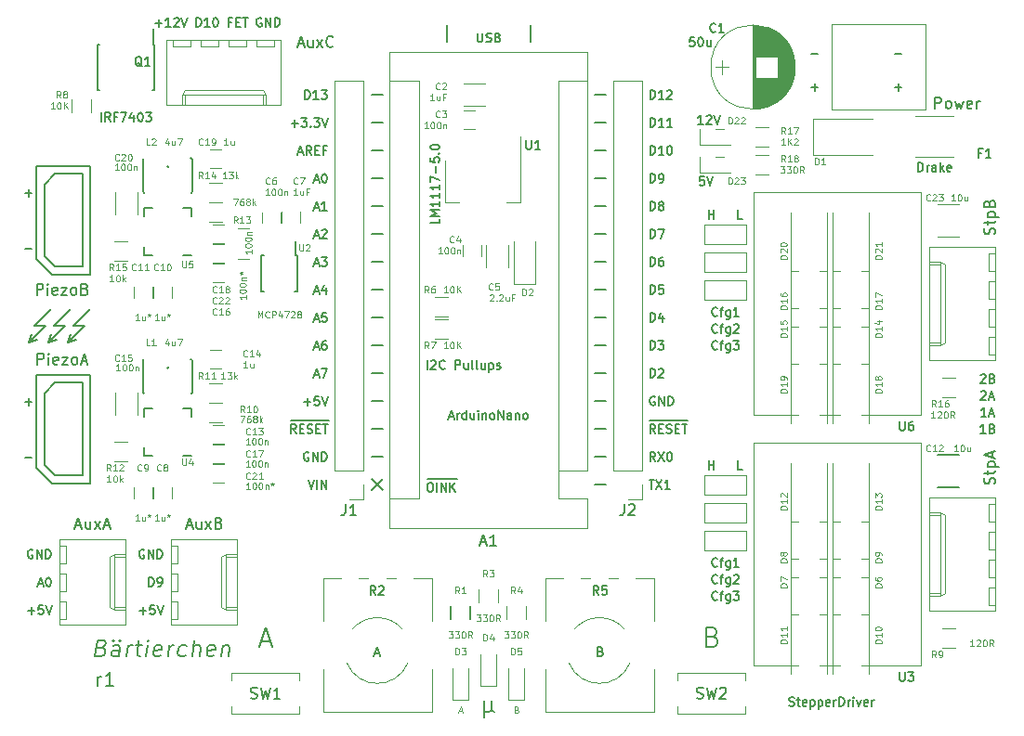
<source format=gbr>
G04 #@! TF.GenerationSoftware,KiCad,Pcbnew,(2018-01-19 revision 673f03e59)-master*
G04 #@! TF.CreationDate,2018-01-28T16:50:16+01:00*
G04 #@! TF.ProjectId,microman-kit,6D6963726F6D616E2D6B69742E6B6963,r1*
G04 #@! TF.SameCoordinates,Original*
G04 #@! TF.FileFunction,Legend,Top*
G04 #@! TF.FilePolarity,Positive*
%FSLAX46Y46*%
G04 Gerber Fmt 4.6, Leading zero omitted, Abs format (unit mm)*
G04 Created by KiCad (PCBNEW (2018-01-19 revision 673f03e59)-master) date Sun Jan 28 16:50:16 2018*
%MOMM*%
%LPD*%
G01*
G04 APERTURE LIST*
%ADD10C,0.200000*%
%ADD11C,0.110000*%
%ADD12C,0.130000*%
%ADD13C,0.120000*%
%ADD14C,0.150000*%
%ADD15C,0.100000*%
%ADD16R,1.350000X1.350000*%
%ADD17R,0.850000X1.450000*%
%ADD18R,2.150000X2.750000*%
%ADD19O,2.150000X2.750000*%
%ADD20R,0.750000X1.700000*%
%ADD21R,1.350000X1.050000*%
%ADD22C,1.801000*%
%ADD23R,1.650000X1.650000*%
%ADD24C,1.250000*%
%ADD25C,1.750000*%
%ADD26R,2.750000X2.150000*%
%ADD27O,2.750000X2.150000*%
%ADD28R,1.400000X1.150000*%
%ADD29R,1.150000X1.400000*%
%ADD30R,1.750000X1.150000*%
%ADD31R,1.120000X1.420000*%
%ADD32R,1.150000X2.650000*%
%ADD33R,1.950000X2.650000*%
%ADD34C,5.850000*%
%ADD35R,2.650000X1.950000*%
%ADD36R,3.950000X2.150000*%
%ADD37R,1.650000X2.150000*%
%ADD38R,1.400000X1.400000*%
%ADD39R,0.450000X0.880000*%
%ADD40R,0.880000X0.450000*%
%ADD41C,1.950000*%
%ADD42C,4.150000*%
%ADD43R,1.750000X1.750000*%
%ADD44R,1.750000X3.650000*%
%ADD45R,1.450000X0.850000*%
%ADD46C,1.849260*%
%ADD47R,1.850000X1.850000*%
%ADD48O,1.850000X1.850000*%
%ADD49R,2.150000X1.750000*%
%ADD50O,1.750000X1.750000*%
%ADD51R,3.950000X1.050000*%
%ADD52R,0.450000X1.550000*%
%ADD53R,1.150000X1.750000*%
G04 APERTURE END LIST*
D10*
X149352000Y-109220000D02*
X150368000Y-109220000D01*
X149352000Y-106680000D02*
X150368000Y-106680000D01*
X149352000Y-104140000D02*
X150368000Y-104140000D01*
X149352000Y-101600000D02*
X150368000Y-101600000D01*
X149352000Y-99060000D02*
X150368000Y-99060000D01*
X149352000Y-96520000D02*
X150368000Y-96520000D01*
X149352000Y-93980000D02*
X150368000Y-93980000D01*
X149352000Y-91440000D02*
X150368000Y-91440000D01*
X149352000Y-88900000D02*
X150368000Y-88900000D01*
X149352000Y-86360000D02*
X150368000Y-86360000D01*
X149352000Y-83820000D02*
X150368000Y-83820000D01*
X149352000Y-81280000D02*
X150368000Y-81280000D01*
X149352000Y-78740000D02*
X150368000Y-78740000D01*
X149352000Y-76200000D02*
X150368000Y-76200000D01*
X149352000Y-73660000D02*
X150368000Y-73660000D01*
X130048000Y-108712000D02*
X129032000Y-109728000D01*
X129032000Y-108712000D02*
X130048000Y-109728000D01*
X129032000Y-106680000D02*
X130048000Y-106680000D01*
X129032000Y-104140000D02*
X130048000Y-104140000D01*
X129032000Y-101600000D02*
X130048000Y-101600000D01*
X129032000Y-99060000D02*
X130048000Y-99060000D01*
X129032000Y-96520000D02*
X130048000Y-96520000D01*
X129032000Y-93980000D02*
X130048000Y-93980000D01*
X129032000Y-91440000D02*
X130048000Y-91440000D01*
X129032000Y-88900000D02*
X130048000Y-88900000D01*
X129032000Y-86360000D02*
X130048000Y-86360000D01*
X129032000Y-83820000D02*
X130048000Y-83820000D01*
X129032000Y-81280000D02*
X130048000Y-81280000D01*
X129032000Y-78740000D02*
X130048000Y-78740000D01*
X129032000Y-76200000D02*
X130048000Y-76200000D01*
X129032000Y-73660000D02*
X130048000Y-73660000D01*
D11*
X116840000Y-85852000D02*
X117856000Y-85852000D01*
X116840000Y-88646000D02*
X117856000Y-88646000D01*
D10*
X143510000Y-67310000D02*
X143510000Y-68834000D01*
X135890000Y-67310000D02*
X135890000Y-68834000D01*
D12*
X134132976Y-98659904D02*
X134132976Y-97859904D01*
X134475833Y-97936095D02*
X134513928Y-97898000D01*
X134590119Y-97859904D01*
X134780595Y-97859904D01*
X134856785Y-97898000D01*
X134894880Y-97936095D01*
X134932976Y-98012285D01*
X134932976Y-98088476D01*
X134894880Y-98202761D01*
X134437738Y-98659904D01*
X134932976Y-98659904D01*
X135732976Y-98583714D02*
X135694880Y-98621809D01*
X135580595Y-98659904D01*
X135504404Y-98659904D01*
X135390119Y-98621809D01*
X135313928Y-98545619D01*
X135275833Y-98469428D01*
X135237738Y-98317047D01*
X135237738Y-98202761D01*
X135275833Y-98050380D01*
X135313928Y-97974190D01*
X135390119Y-97898000D01*
X135504404Y-97859904D01*
X135580595Y-97859904D01*
X135694880Y-97898000D01*
X135732976Y-97936095D01*
X136685357Y-98659904D02*
X136685357Y-97859904D01*
X136990119Y-97859904D01*
X137066309Y-97898000D01*
X137104404Y-97936095D01*
X137142500Y-98012285D01*
X137142500Y-98126571D01*
X137104404Y-98202761D01*
X137066309Y-98240857D01*
X136990119Y-98278952D01*
X136685357Y-98278952D01*
X137828214Y-98126571D02*
X137828214Y-98659904D01*
X137485357Y-98126571D02*
X137485357Y-98545619D01*
X137523452Y-98621809D01*
X137599642Y-98659904D01*
X137713928Y-98659904D01*
X137790119Y-98621809D01*
X137828214Y-98583714D01*
X138323452Y-98659904D02*
X138247261Y-98621809D01*
X138209166Y-98545619D01*
X138209166Y-97859904D01*
X138742500Y-98659904D02*
X138666309Y-98621809D01*
X138628214Y-98545619D01*
X138628214Y-97859904D01*
X139390119Y-98126571D02*
X139390119Y-98659904D01*
X139047261Y-98126571D02*
X139047261Y-98545619D01*
X139085357Y-98621809D01*
X139161547Y-98659904D01*
X139275833Y-98659904D01*
X139352023Y-98621809D01*
X139390119Y-98583714D01*
X139771071Y-98126571D02*
X139771071Y-98926571D01*
X139771071Y-98164666D02*
X139847261Y-98126571D01*
X139999642Y-98126571D01*
X140075833Y-98164666D01*
X140113928Y-98202761D01*
X140152023Y-98278952D01*
X140152023Y-98507523D01*
X140113928Y-98583714D01*
X140075833Y-98621809D01*
X139999642Y-98659904D01*
X139847261Y-98659904D01*
X139771071Y-98621809D01*
X140456785Y-98621809D02*
X140532976Y-98659904D01*
X140685357Y-98659904D01*
X140761547Y-98621809D01*
X140799642Y-98545619D01*
X140799642Y-98507523D01*
X140761547Y-98431333D01*
X140685357Y-98393238D01*
X140571071Y-98393238D01*
X140494880Y-98355142D01*
X140456785Y-98278952D01*
X140456785Y-98240857D01*
X140494880Y-98164666D01*
X140571071Y-98126571D01*
X140685357Y-98126571D01*
X140761547Y-98164666D01*
D10*
X101854000Y-94742000D02*
X102870000Y-94742000D01*
X101600000Y-95504000D02*
X101346000Y-96266000D01*
X103378000Y-93218000D02*
X101854000Y-94742000D01*
X102108000Y-96012000D02*
X101346000Y-96266000D01*
X102870000Y-94742000D02*
X101346000Y-96266000D01*
X100330000Y-96012000D02*
X99568000Y-96266000D01*
X101600000Y-93218000D02*
X100076000Y-94742000D01*
X99822000Y-95504000D02*
X99568000Y-96266000D01*
X100076000Y-94742000D02*
X101092000Y-94742000D01*
X101092000Y-94742000D02*
X99568000Y-96266000D01*
D12*
X97485238Y-106737142D02*
X98094761Y-106737142D01*
X97485238Y-101657142D02*
X98094761Y-101657142D01*
X97790000Y-101961904D02*
X97790000Y-101352380D01*
X97485238Y-87687142D02*
X98094761Y-87687142D01*
X97485238Y-82607142D02*
X98094761Y-82607142D01*
X97790000Y-82911904D02*
X97790000Y-82302380D01*
D10*
X99822000Y-93218000D02*
X98298000Y-94742000D01*
D12*
X116287619Y-66998857D02*
X116020952Y-66998857D01*
X116020952Y-67417904D02*
X116020952Y-66617904D01*
X116401904Y-66617904D01*
X116706666Y-66998857D02*
X116973333Y-66998857D01*
X117087619Y-67417904D02*
X116706666Y-67417904D01*
X116706666Y-66617904D01*
X117087619Y-66617904D01*
X117316190Y-66617904D02*
X117773333Y-66617904D01*
X117544761Y-67417904D02*
X117544761Y-66617904D01*
X113074571Y-67417904D02*
X113074571Y-66617904D01*
X113265047Y-66617904D01*
X113379333Y-66656000D01*
X113455523Y-66732190D01*
X113493619Y-66808380D01*
X113531714Y-66960761D01*
X113531714Y-67075047D01*
X113493619Y-67227428D01*
X113455523Y-67303619D01*
X113379333Y-67379809D01*
X113265047Y-67417904D01*
X113074571Y-67417904D01*
X114293619Y-67417904D02*
X113836476Y-67417904D01*
X114065047Y-67417904D02*
X114065047Y-66617904D01*
X113988857Y-66732190D01*
X113912666Y-66808380D01*
X113836476Y-66846476D01*
X114788857Y-66617904D02*
X114865047Y-66617904D01*
X114941238Y-66656000D01*
X114979333Y-66694095D01*
X115017428Y-66770285D01*
X115055523Y-66922666D01*
X115055523Y-67113142D01*
X115017428Y-67265523D01*
X114979333Y-67341714D01*
X114941238Y-67379809D01*
X114865047Y-67417904D01*
X114788857Y-67417904D01*
X114712666Y-67379809D01*
X114674571Y-67341714D01*
X114636476Y-67265523D01*
X114598380Y-67113142D01*
X114598380Y-66922666D01*
X114636476Y-66770285D01*
X114674571Y-66694095D01*
X114712666Y-66656000D01*
X114788857Y-66617904D01*
X119024476Y-66656000D02*
X118948285Y-66617904D01*
X118834000Y-66617904D01*
X118719714Y-66656000D01*
X118643523Y-66732190D01*
X118605428Y-66808380D01*
X118567333Y-66960761D01*
X118567333Y-67075047D01*
X118605428Y-67227428D01*
X118643523Y-67303619D01*
X118719714Y-67379809D01*
X118834000Y-67417904D01*
X118910190Y-67417904D01*
X119024476Y-67379809D01*
X119062571Y-67341714D01*
X119062571Y-67075047D01*
X118910190Y-67075047D01*
X119405428Y-67417904D02*
X119405428Y-66617904D01*
X119862571Y-67417904D01*
X119862571Y-66617904D01*
X120243523Y-67417904D02*
X120243523Y-66617904D01*
X120434000Y-66617904D01*
X120548285Y-66656000D01*
X120624476Y-66732190D01*
X120662571Y-66808380D01*
X120700666Y-66960761D01*
X120700666Y-67075047D01*
X120662571Y-67227428D01*
X120624476Y-67303619D01*
X120548285Y-67379809D01*
X120434000Y-67417904D01*
X120243523Y-67417904D01*
X109334476Y-67113142D02*
X109944000Y-67113142D01*
X109639238Y-67417904D02*
X109639238Y-66808380D01*
X110744000Y-67417904D02*
X110286857Y-67417904D01*
X110515428Y-67417904D02*
X110515428Y-66617904D01*
X110439238Y-66732190D01*
X110363047Y-66808380D01*
X110286857Y-66846476D01*
X111048761Y-66694095D02*
X111086857Y-66656000D01*
X111163047Y-66617904D01*
X111353523Y-66617904D01*
X111429714Y-66656000D01*
X111467809Y-66694095D01*
X111505904Y-66770285D01*
X111505904Y-66846476D01*
X111467809Y-66960761D01*
X111010666Y-67417904D01*
X111505904Y-67417904D01*
X111734476Y-66617904D02*
X112001142Y-67417904D01*
X112267809Y-66617904D01*
X107903880Y-120707142D02*
X108513404Y-120707142D01*
X108208642Y-121011904D02*
X108208642Y-120402380D01*
X109275309Y-120211904D02*
X108894357Y-120211904D01*
X108856261Y-120592857D01*
X108894357Y-120554761D01*
X108970547Y-120516666D01*
X109161023Y-120516666D01*
X109237214Y-120554761D01*
X109275309Y-120592857D01*
X109313404Y-120669047D01*
X109313404Y-120859523D01*
X109275309Y-120935714D01*
X109237214Y-120973809D01*
X109161023Y-121011904D01*
X108970547Y-121011904D01*
X108894357Y-120973809D01*
X108856261Y-120935714D01*
X109541976Y-120211904D02*
X109808642Y-121011904D01*
X110075309Y-120211904D01*
X97743880Y-120707142D02*
X98353404Y-120707142D01*
X98048642Y-121011904D02*
X98048642Y-120402380D01*
X99115309Y-120211904D02*
X98734357Y-120211904D01*
X98696261Y-120592857D01*
X98734357Y-120554761D01*
X98810547Y-120516666D01*
X99001023Y-120516666D01*
X99077214Y-120554761D01*
X99115309Y-120592857D01*
X99153404Y-120669047D01*
X99153404Y-120859523D01*
X99115309Y-120935714D01*
X99077214Y-120973809D01*
X99001023Y-121011904D01*
X98810547Y-121011904D01*
X98734357Y-120973809D01*
X98696261Y-120935714D01*
X99381976Y-120211904D02*
X99648642Y-121011904D01*
X99915309Y-120211904D01*
X108322928Y-115170000D02*
X108246738Y-115131904D01*
X108132452Y-115131904D01*
X108018166Y-115170000D01*
X107941976Y-115246190D01*
X107903880Y-115322380D01*
X107865785Y-115474761D01*
X107865785Y-115589047D01*
X107903880Y-115741428D01*
X107941976Y-115817619D01*
X108018166Y-115893809D01*
X108132452Y-115931904D01*
X108208642Y-115931904D01*
X108322928Y-115893809D01*
X108361023Y-115855714D01*
X108361023Y-115589047D01*
X108208642Y-115589047D01*
X108703880Y-115931904D02*
X108703880Y-115131904D01*
X109161023Y-115931904D01*
X109161023Y-115131904D01*
X109541976Y-115931904D02*
X109541976Y-115131904D01*
X109732452Y-115131904D01*
X109846738Y-115170000D01*
X109922928Y-115246190D01*
X109961023Y-115322380D01*
X109999119Y-115474761D01*
X109999119Y-115589047D01*
X109961023Y-115741428D01*
X109922928Y-115817619D01*
X109846738Y-115893809D01*
X109732452Y-115931904D01*
X109541976Y-115931904D01*
X98162928Y-115170000D02*
X98086738Y-115131904D01*
X97972452Y-115131904D01*
X97858166Y-115170000D01*
X97781976Y-115246190D01*
X97743880Y-115322380D01*
X97705785Y-115474761D01*
X97705785Y-115589047D01*
X97743880Y-115741428D01*
X97781976Y-115817619D01*
X97858166Y-115893809D01*
X97972452Y-115931904D01*
X98048642Y-115931904D01*
X98162928Y-115893809D01*
X98201023Y-115855714D01*
X98201023Y-115589047D01*
X98048642Y-115589047D01*
X98543880Y-115931904D02*
X98543880Y-115131904D01*
X99001023Y-115931904D01*
X99001023Y-115131904D01*
X99381976Y-115931904D02*
X99381976Y-115131904D01*
X99572452Y-115131904D01*
X99686738Y-115170000D01*
X99762928Y-115246190D01*
X99801023Y-115322380D01*
X99839119Y-115474761D01*
X99839119Y-115589047D01*
X99801023Y-115741428D01*
X99762928Y-115817619D01*
X99686738Y-115893809D01*
X99572452Y-115931904D01*
X99381976Y-115931904D01*
X108780071Y-118471904D02*
X108780071Y-117671904D01*
X108970547Y-117671904D01*
X109084833Y-117710000D01*
X109161023Y-117786190D01*
X109199119Y-117862380D01*
X109237214Y-118014761D01*
X109237214Y-118129047D01*
X109199119Y-118281428D01*
X109161023Y-118357619D01*
X109084833Y-118433809D01*
X108970547Y-118471904D01*
X108780071Y-118471904D01*
X109618166Y-118471904D02*
X109770547Y-118471904D01*
X109846738Y-118433809D01*
X109884833Y-118395714D01*
X109961023Y-118281428D01*
X109999119Y-118129047D01*
X109999119Y-117824285D01*
X109961023Y-117748095D01*
X109922928Y-117710000D01*
X109846738Y-117671904D01*
X109694357Y-117671904D01*
X109618166Y-117710000D01*
X109580071Y-117748095D01*
X109541976Y-117824285D01*
X109541976Y-118014761D01*
X109580071Y-118090952D01*
X109618166Y-118129047D01*
X109694357Y-118167142D01*
X109846738Y-118167142D01*
X109922928Y-118129047D01*
X109961023Y-118090952D01*
X109999119Y-118014761D01*
X98696261Y-118243333D02*
X99077214Y-118243333D01*
X98620071Y-118471904D02*
X98886738Y-117671904D01*
X99153404Y-118471904D01*
X99572452Y-117671904D02*
X99648642Y-117671904D01*
X99724833Y-117710000D01*
X99762928Y-117748095D01*
X99801023Y-117824285D01*
X99839119Y-117976666D01*
X99839119Y-118167142D01*
X99801023Y-118319523D01*
X99762928Y-118395714D01*
X99724833Y-118433809D01*
X99648642Y-118471904D01*
X99572452Y-118471904D01*
X99496261Y-118433809D01*
X99458166Y-118395714D01*
X99420071Y-118319523D01*
X99381976Y-118167142D01*
X99381976Y-117976666D01*
X99420071Y-117824285D01*
X99458166Y-117748095D01*
X99496261Y-117710000D01*
X99572452Y-117671904D01*
X138690476Y-68014904D02*
X138690476Y-68662523D01*
X138728571Y-68738714D01*
X138766666Y-68776809D01*
X138842857Y-68814904D01*
X138995238Y-68814904D01*
X139071428Y-68776809D01*
X139109523Y-68738714D01*
X139147619Y-68662523D01*
X139147619Y-68014904D01*
X139490476Y-68776809D02*
X139604761Y-68814904D01*
X139795238Y-68814904D01*
X139871428Y-68776809D01*
X139909523Y-68738714D01*
X139947619Y-68662523D01*
X139947619Y-68586333D01*
X139909523Y-68510142D01*
X139871428Y-68472047D01*
X139795238Y-68433952D01*
X139642857Y-68395857D01*
X139566666Y-68357761D01*
X139528571Y-68319666D01*
X139490476Y-68243476D01*
X139490476Y-68167285D01*
X139528571Y-68091095D01*
X139566666Y-68053000D01*
X139642857Y-68014904D01*
X139833333Y-68014904D01*
X139947619Y-68053000D01*
X140557142Y-68395857D02*
X140671428Y-68433952D01*
X140709523Y-68472047D01*
X140747619Y-68548238D01*
X140747619Y-68662523D01*
X140709523Y-68738714D01*
X140671428Y-68776809D01*
X140595238Y-68814904D01*
X140290476Y-68814904D01*
X140290476Y-68014904D01*
X140557142Y-68014904D01*
X140633333Y-68053000D01*
X140671428Y-68091095D01*
X140709523Y-68167285D01*
X140709523Y-68243476D01*
X140671428Y-68319666D01*
X140633333Y-68357761D01*
X140557142Y-68395857D01*
X140290476Y-68395857D01*
X176733238Y-72955142D02*
X177342761Y-72955142D01*
X177038000Y-73259904D02*
X177038000Y-72650380D01*
X176733238Y-69907142D02*
X177342761Y-69907142D01*
X169113238Y-72955142D02*
X169722761Y-72955142D01*
X169418000Y-73259904D02*
X169418000Y-72650380D01*
X169113238Y-69907142D02*
X169722761Y-69907142D01*
X184994571Y-104501904D02*
X184537428Y-104501904D01*
X184766000Y-104501904D02*
X184766000Y-103701904D01*
X184689809Y-103816190D01*
X184613619Y-103892380D01*
X184537428Y-103930476D01*
X185604095Y-104082857D02*
X185718380Y-104120952D01*
X185756476Y-104159047D01*
X185794571Y-104235238D01*
X185794571Y-104349523D01*
X185756476Y-104425714D01*
X185718380Y-104463809D01*
X185642190Y-104501904D01*
X185337428Y-104501904D01*
X185337428Y-103701904D01*
X185604095Y-103701904D01*
X185680285Y-103740000D01*
X185718380Y-103778095D01*
X185756476Y-103854285D01*
X185756476Y-103930476D01*
X185718380Y-104006666D01*
X185680285Y-104044761D01*
X185604095Y-104082857D01*
X185337428Y-104082857D01*
X185051714Y-102977904D02*
X184594571Y-102977904D01*
X184823142Y-102977904D02*
X184823142Y-102177904D01*
X184746952Y-102292190D01*
X184670761Y-102368380D01*
X184594571Y-102406476D01*
X185356476Y-102749333D02*
X185737428Y-102749333D01*
X185280285Y-102977904D02*
X185546952Y-102177904D01*
X185813619Y-102977904D01*
X184594571Y-100730095D02*
X184632666Y-100692000D01*
X184708857Y-100653904D01*
X184899333Y-100653904D01*
X184975523Y-100692000D01*
X185013619Y-100730095D01*
X185051714Y-100806285D01*
X185051714Y-100882476D01*
X185013619Y-100996761D01*
X184556476Y-101453904D01*
X185051714Y-101453904D01*
X185356476Y-101225333D02*
X185737428Y-101225333D01*
X185280285Y-101453904D02*
X185546952Y-100653904D01*
X185813619Y-101453904D01*
X159791428Y-84943904D02*
X159791428Y-84143904D01*
X159791428Y-84524857D02*
X160248571Y-84524857D01*
X160248571Y-84943904D02*
X160248571Y-84143904D01*
X162807619Y-84943904D02*
X162426666Y-84943904D01*
X162426666Y-84143904D01*
X162807619Y-107803904D02*
X162426666Y-107803904D01*
X162426666Y-107003904D01*
X159791428Y-107803904D02*
X159791428Y-107003904D01*
X159791428Y-107384857D02*
X160248571Y-107384857D01*
X160248571Y-107803904D02*
X160248571Y-107003904D01*
D10*
X98044000Y-95504000D02*
X97790000Y-96266000D01*
X98552000Y-96012000D02*
X97790000Y-96266000D01*
X99314000Y-94742000D02*
X97790000Y-96266000D01*
X98298000Y-94742000D02*
X99314000Y-94742000D01*
D12*
X121747023Y-76257142D02*
X122356547Y-76257142D01*
X122051785Y-76561904D02*
X122051785Y-75952380D01*
X122661309Y-75761904D02*
X123156547Y-75761904D01*
X122889880Y-76066666D01*
X123004166Y-76066666D01*
X123080357Y-76104761D01*
X123118452Y-76142857D01*
X123156547Y-76219047D01*
X123156547Y-76409523D01*
X123118452Y-76485714D01*
X123080357Y-76523809D01*
X123004166Y-76561904D01*
X122775595Y-76561904D01*
X122699404Y-76523809D01*
X122661309Y-76485714D01*
X123499404Y-76485714D02*
X123537500Y-76523809D01*
X123499404Y-76561904D01*
X123461309Y-76523809D01*
X123499404Y-76485714D01*
X123499404Y-76561904D01*
X123804166Y-75761904D02*
X124299404Y-75761904D01*
X124032738Y-76066666D01*
X124147023Y-76066666D01*
X124223214Y-76104761D01*
X124261309Y-76142857D01*
X124299404Y-76219047D01*
X124299404Y-76409523D01*
X124261309Y-76485714D01*
X124223214Y-76523809D01*
X124147023Y-76561904D01*
X123918452Y-76561904D01*
X123842261Y-76523809D01*
X123804166Y-76485714D01*
X124527976Y-75761904D02*
X124794642Y-76561904D01*
X125061309Y-75761904D01*
X122394642Y-78873333D02*
X122775595Y-78873333D01*
X122318452Y-79101904D02*
X122585119Y-78301904D01*
X122851785Y-79101904D01*
X123575595Y-79101904D02*
X123308928Y-78720952D01*
X123118452Y-79101904D02*
X123118452Y-78301904D01*
X123423214Y-78301904D01*
X123499404Y-78340000D01*
X123537500Y-78378095D01*
X123575595Y-78454285D01*
X123575595Y-78568571D01*
X123537500Y-78644761D01*
X123499404Y-78682857D01*
X123423214Y-78720952D01*
X123118452Y-78720952D01*
X123918452Y-78682857D02*
X124185119Y-78682857D01*
X124299404Y-79101904D02*
X123918452Y-79101904D01*
X123918452Y-78301904D01*
X124299404Y-78301904D01*
X124908928Y-78682857D02*
X124642261Y-78682857D01*
X124642261Y-79101904D02*
X124642261Y-78301904D01*
X125023214Y-78301904D01*
X122889880Y-101657142D02*
X123499404Y-101657142D01*
X123194642Y-101961904D02*
X123194642Y-101352380D01*
X124261309Y-101161904D02*
X123880357Y-101161904D01*
X123842261Y-101542857D01*
X123880357Y-101504761D01*
X123956547Y-101466666D01*
X124147023Y-101466666D01*
X124223214Y-101504761D01*
X124261309Y-101542857D01*
X124299404Y-101619047D01*
X124299404Y-101809523D01*
X124261309Y-101885714D01*
X124223214Y-101923809D01*
X124147023Y-101961904D01*
X123956547Y-101961904D01*
X123880357Y-101923809D01*
X123842261Y-101885714D01*
X124527976Y-101161904D02*
X124794642Y-101961904D01*
X125061309Y-101161904D01*
X123308928Y-108781904D02*
X123575595Y-109581904D01*
X123842261Y-108781904D01*
X124108928Y-109581904D02*
X124108928Y-108781904D01*
X124489880Y-109581904D02*
X124489880Y-108781904D01*
X124947023Y-109581904D01*
X124947023Y-108781904D01*
X121661577Y-103395000D02*
X122318452Y-103395000D01*
X122166071Y-104501904D02*
X121899404Y-104120952D01*
X121708928Y-104501904D02*
X121708928Y-103701904D01*
X122013690Y-103701904D01*
X122089880Y-103740000D01*
X122127976Y-103778095D01*
X122166071Y-103854285D01*
X122166071Y-103968571D01*
X122127976Y-104044761D01*
X122089880Y-104082857D01*
X122013690Y-104120952D01*
X121708928Y-104120952D01*
X122318452Y-103395000D02*
X123042261Y-103395000D01*
X122508928Y-104082857D02*
X122775595Y-104082857D01*
X122889880Y-104501904D02*
X122508928Y-104501904D01*
X122508928Y-103701904D01*
X122889880Y-103701904D01*
X123042261Y-103395000D02*
X123804166Y-103395000D01*
X123194642Y-104463809D02*
X123308928Y-104501904D01*
X123499404Y-104501904D01*
X123575595Y-104463809D01*
X123613690Y-104425714D01*
X123651785Y-104349523D01*
X123651785Y-104273333D01*
X123613690Y-104197142D01*
X123575595Y-104159047D01*
X123499404Y-104120952D01*
X123347023Y-104082857D01*
X123270833Y-104044761D01*
X123232738Y-104006666D01*
X123194642Y-103930476D01*
X123194642Y-103854285D01*
X123232738Y-103778095D01*
X123270833Y-103740000D01*
X123347023Y-103701904D01*
X123537500Y-103701904D01*
X123651785Y-103740000D01*
X123804166Y-103395000D02*
X124527976Y-103395000D01*
X123994642Y-104082857D02*
X124261309Y-104082857D01*
X124375595Y-104501904D02*
X123994642Y-104501904D01*
X123994642Y-103701904D01*
X124375595Y-103701904D01*
X124527976Y-103395000D02*
X125137500Y-103395000D01*
X124604166Y-103701904D02*
X125061309Y-103701904D01*
X124832738Y-104501904D02*
X124832738Y-103701904D01*
X123308928Y-106280000D02*
X123232738Y-106241904D01*
X123118452Y-106241904D01*
X123004166Y-106280000D01*
X122927976Y-106356190D01*
X122889880Y-106432380D01*
X122851785Y-106584761D01*
X122851785Y-106699047D01*
X122889880Y-106851428D01*
X122927976Y-106927619D01*
X123004166Y-107003809D01*
X123118452Y-107041904D01*
X123194642Y-107041904D01*
X123308928Y-107003809D01*
X123347023Y-106965714D01*
X123347023Y-106699047D01*
X123194642Y-106699047D01*
X123689880Y-107041904D02*
X123689880Y-106241904D01*
X124147023Y-107041904D01*
X124147023Y-106241904D01*
X124527976Y-107041904D02*
X124527976Y-106241904D01*
X124718452Y-106241904D01*
X124832738Y-106280000D01*
X124908928Y-106356190D01*
X124947023Y-106432380D01*
X124985119Y-106584761D01*
X124985119Y-106699047D01*
X124947023Y-106851428D01*
X124908928Y-106927619D01*
X124832738Y-107003809D01*
X124718452Y-107041904D01*
X124527976Y-107041904D01*
X154872023Y-101200000D02*
X154795833Y-101161904D01*
X154681547Y-101161904D01*
X154567261Y-101200000D01*
X154491071Y-101276190D01*
X154452976Y-101352380D01*
X154414880Y-101504761D01*
X154414880Y-101619047D01*
X154452976Y-101771428D01*
X154491071Y-101847619D01*
X154567261Y-101923809D01*
X154681547Y-101961904D01*
X154757738Y-101961904D01*
X154872023Y-101923809D01*
X154910119Y-101885714D01*
X154910119Y-101619047D01*
X154757738Y-101619047D01*
X155252976Y-101961904D02*
X155252976Y-101161904D01*
X155710119Y-101961904D01*
X155710119Y-101161904D01*
X156091071Y-101961904D02*
X156091071Y-101161904D01*
X156281547Y-101161904D01*
X156395833Y-101200000D01*
X156472023Y-101276190D01*
X156510119Y-101352380D01*
X156548214Y-101504761D01*
X156548214Y-101619047D01*
X156510119Y-101771428D01*
X156472023Y-101847619D01*
X156395833Y-101923809D01*
X156281547Y-101961904D01*
X156091071Y-101961904D01*
X154405625Y-103395000D02*
X155062500Y-103395000D01*
X154910119Y-104501904D02*
X154643452Y-104120952D01*
X154452976Y-104501904D02*
X154452976Y-103701904D01*
X154757738Y-103701904D01*
X154833928Y-103740000D01*
X154872023Y-103778095D01*
X154910119Y-103854285D01*
X154910119Y-103968571D01*
X154872023Y-104044761D01*
X154833928Y-104082857D01*
X154757738Y-104120952D01*
X154452976Y-104120952D01*
X155062500Y-103395000D02*
X155786309Y-103395000D01*
X155252976Y-104082857D02*
X155519642Y-104082857D01*
X155633928Y-104501904D02*
X155252976Y-104501904D01*
X155252976Y-103701904D01*
X155633928Y-103701904D01*
X155786309Y-103395000D02*
X156548214Y-103395000D01*
X155938690Y-104463809D02*
X156052976Y-104501904D01*
X156243452Y-104501904D01*
X156319642Y-104463809D01*
X156357738Y-104425714D01*
X156395833Y-104349523D01*
X156395833Y-104273333D01*
X156357738Y-104197142D01*
X156319642Y-104159047D01*
X156243452Y-104120952D01*
X156091071Y-104082857D01*
X156014880Y-104044761D01*
X155976785Y-104006666D01*
X155938690Y-103930476D01*
X155938690Y-103854285D01*
X155976785Y-103778095D01*
X156014880Y-103740000D01*
X156091071Y-103701904D01*
X156281547Y-103701904D01*
X156395833Y-103740000D01*
X156548214Y-103395000D02*
X157272023Y-103395000D01*
X156738690Y-104082857D02*
X157005357Y-104082857D01*
X157119642Y-104501904D02*
X156738690Y-104501904D01*
X156738690Y-103701904D01*
X157119642Y-103701904D01*
X157272023Y-103395000D02*
X157881547Y-103395000D01*
X157348214Y-103701904D02*
X157805357Y-103701904D01*
X157576785Y-104501904D02*
X157576785Y-103701904D01*
X123842261Y-99193333D02*
X124223214Y-99193333D01*
X123766071Y-99421904D02*
X124032738Y-98621904D01*
X124299404Y-99421904D01*
X124489880Y-98621904D02*
X125023214Y-98621904D01*
X124680357Y-99421904D01*
X123842261Y-96653333D02*
X124223214Y-96653333D01*
X123766071Y-96881904D02*
X124032738Y-96081904D01*
X124299404Y-96881904D01*
X124908928Y-96081904D02*
X124756547Y-96081904D01*
X124680357Y-96120000D01*
X124642261Y-96158095D01*
X124566071Y-96272380D01*
X124527976Y-96424761D01*
X124527976Y-96729523D01*
X124566071Y-96805714D01*
X124604166Y-96843809D01*
X124680357Y-96881904D01*
X124832738Y-96881904D01*
X124908928Y-96843809D01*
X124947023Y-96805714D01*
X124985119Y-96729523D01*
X124985119Y-96539047D01*
X124947023Y-96462857D01*
X124908928Y-96424761D01*
X124832738Y-96386666D01*
X124680357Y-96386666D01*
X124604166Y-96424761D01*
X124566071Y-96462857D01*
X124527976Y-96539047D01*
X123842261Y-94113333D02*
X124223214Y-94113333D01*
X123766071Y-94341904D02*
X124032738Y-93541904D01*
X124299404Y-94341904D01*
X124947023Y-93541904D02*
X124566071Y-93541904D01*
X124527976Y-93922857D01*
X124566071Y-93884761D01*
X124642261Y-93846666D01*
X124832738Y-93846666D01*
X124908928Y-93884761D01*
X124947023Y-93922857D01*
X124985119Y-93999047D01*
X124985119Y-94189523D01*
X124947023Y-94265714D01*
X124908928Y-94303809D01*
X124832738Y-94341904D01*
X124642261Y-94341904D01*
X124566071Y-94303809D01*
X124527976Y-94265714D01*
X123842261Y-91573333D02*
X124223214Y-91573333D01*
X123766071Y-91801904D02*
X124032738Y-91001904D01*
X124299404Y-91801904D01*
X124908928Y-91268571D02*
X124908928Y-91801904D01*
X124718452Y-90963809D02*
X124527976Y-91535238D01*
X125023214Y-91535238D01*
X123842261Y-89033333D02*
X124223214Y-89033333D01*
X123766071Y-89261904D02*
X124032738Y-88461904D01*
X124299404Y-89261904D01*
X124489880Y-88461904D02*
X124985119Y-88461904D01*
X124718452Y-88766666D01*
X124832738Y-88766666D01*
X124908928Y-88804761D01*
X124947023Y-88842857D01*
X124985119Y-88919047D01*
X124985119Y-89109523D01*
X124947023Y-89185714D01*
X124908928Y-89223809D01*
X124832738Y-89261904D01*
X124604166Y-89261904D01*
X124527976Y-89223809D01*
X124489880Y-89185714D01*
X123842261Y-86493333D02*
X124223214Y-86493333D01*
X123766071Y-86721904D02*
X124032738Y-85921904D01*
X124299404Y-86721904D01*
X124527976Y-85998095D02*
X124566071Y-85960000D01*
X124642261Y-85921904D01*
X124832738Y-85921904D01*
X124908928Y-85960000D01*
X124947023Y-85998095D01*
X124985119Y-86074285D01*
X124985119Y-86150476D01*
X124947023Y-86264761D01*
X124489880Y-86721904D01*
X124985119Y-86721904D01*
X123842261Y-83953333D02*
X124223214Y-83953333D01*
X123766071Y-84181904D02*
X124032738Y-83381904D01*
X124299404Y-84181904D01*
X124985119Y-84181904D02*
X124527976Y-84181904D01*
X124756547Y-84181904D02*
X124756547Y-83381904D01*
X124680357Y-83496190D01*
X124604166Y-83572380D01*
X124527976Y-83610476D01*
X123842261Y-81413333D02*
X124223214Y-81413333D01*
X123766071Y-81641904D02*
X124032738Y-80841904D01*
X124299404Y-81641904D01*
X124718452Y-80841904D02*
X124794642Y-80841904D01*
X124870833Y-80880000D01*
X124908928Y-80918095D01*
X124947023Y-80994285D01*
X124985119Y-81146666D01*
X124985119Y-81337142D01*
X124947023Y-81489523D01*
X124908928Y-81565714D01*
X124870833Y-81603809D01*
X124794642Y-81641904D01*
X124718452Y-81641904D01*
X124642261Y-81603809D01*
X124604166Y-81565714D01*
X124566071Y-81489523D01*
X124527976Y-81337142D01*
X124527976Y-81146666D01*
X124566071Y-80994285D01*
X124604166Y-80918095D01*
X124642261Y-80880000D01*
X124718452Y-80841904D01*
X123004166Y-74021904D02*
X123004166Y-73221904D01*
X123194642Y-73221904D01*
X123308928Y-73260000D01*
X123385119Y-73336190D01*
X123423214Y-73412380D01*
X123461309Y-73564761D01*
X123461309Y-73679047D01*
X123423214Y-73831428D01*
X123385119Y-73907619D01*
X123308928Y-73983809D01*
X123194642Y-74021904D01*
X123004166Y-74021904D01*
X124223214Y-74021904D02*
X123766071Y-74021904D01*
X123994642Y-74021904D02*
X123994642Y-73221904D01*
X123918452Y-73336190D01*
X123842261Y-73412380D01*
X123766071Y-73450476D01*
X124489880Y-73221904D02*
X124985119Y-73221904D01*
X124718452Y-73526666D01*
X124832738Y-73526666D01*
X124908928Y-73564761D01*
X124947023Y-73602857D01*
X124985119Y-73679047D01*
X124985119Y-73869523D01*
X124947023Y-73945714D01*
X124908928Y-73983809D01*
X124832738Y-74021904D01*
X124604166Y-74021904D01*
X124527976Y-73983809D01*
X124489880Y-73945714D01*
X154452976Y-74021904D02*
X154452976Y-73221904D01*
X154643452Y-73221904D01*
X154757738Y-73260000D01*
X154833928Y-73336190D01*
X154872023Y-73412380D01*
X154910119Y-73564761D01*
X154910119Y-73679047D01*
X154872023Y-73831428D01*
X154833928Y-73907619D01*
X154757738Y-73983809D01*
X154643452Y-74021904D01*
X154452976Y-74021904D01*
X155672023Y-74021904D02*
X155214880Y-74021904D01*
X155443452Y-74021904D02*
X155443452Y-73221904D01*
X155367261Y-73336190D01*
X155291071Y-73412380D01*
X155214880Y-73450476D01*
X155976785Y-73298095D02*
X156014880Y-73260000D01*
X156091071Y-73221904D01*
X156281547Y-73221904D01*
X156357738Y-73260000D01*
X156395833Y-73298095D01*
X156433928Y-73374285D01*
X156433928Y-73450476D01*
X156395833Y-73564761D01*
X155938690Y-74021904D01*
X156433928Y-74021904D01*
X154452976Y-76561904D02*
X154452976Y-75761904D01*
X154643452Y-75761904D01*
X154757738Y-75800000D01*
X154833928Y-75876190D01*
X154872023Y-75952380D01*
X154910119Y-76104761D01*
X154910119Y-76219047D01*
X154872023Y-76371428D01*
X154833928Y-76447619D01*
X154757738Y-76523809D01*
X154643452Y-76561904D01*
X154452976Y-76561904D01*
X155672023Y-76561904D02*
X155214880Y-76561904D01*
X155443452Y-76561904D02*
X155443452Y-75761904D01*
X155367261Y-75876190D01*
X155291071Y-75952380D01*
X155214880Y-75990476D01*
X156433928Y-76561904D02*
X155976785Y-76561904D01*
X156205357Y-76561904D02*
X156205357Y-75761904D01*
X156129166Y-75876190D01*
X156052976Y-75952380D01*
X155976785Y-75990476D01*
X154452976Y-79101904D02*
X154452976Y-78301904D01*
X154643452Y-78301904D01*
X154757738Y-78340000D01*
X154833928Y-78416190D01*
X154872023Y-78492380D01*
X154910119Y-78644761D01*
X154910119Y-78759047D01*
X154872023Y-78911428D01*
X154833928Y-78987619D01*
X154757738Y-79063809D01*
X154643452Y-79101904D01*
X154452976Y-79101904D01*
X155672023Y-79101904D02*
X155214880Y-79101904D01*
X155443452Y-79101904D02*
X155443452Y-78301904D01*
X155367261Y-78416190D01*
X155291071Y-78492380D01*
X155214880Y-78530476D01*
X156167261Y-78301904D02*
X156243452Y-78301904D01*
X156319642Y-78340000D01*
X156357738Y-78378095D01*
X156395833Y-78454285D01*
X156433928Y-78606666D01*
X156433928Y-78797142D01*
X156395833Y-78949523D01*
X156357738Y-79025714D01*
X156319642Y-79063809D01*
X156243452Y-79101904D01*
X156167261Y-79101904D01*
X156091071Y-79063809D01*
X156052976Y-79025714D01*
X156014880Y-78949523D01*
X155976785Y-78797142D01*
X155976785Y-78606666D01*
X156014880Y-78454285D01*
X156052976Y-78378095D01*
X156091071Y-78340000D01*
X156167261Y-78301904D01*
X154452976Y-81641904D02*
X154452976Y-80841904D01*
X154643452Y-80841904D01*
X154757738Y-80880000D01*
X154833928Y-80956190D01*
X154872023Y-81032380D01*
X154910119Y-81184761D01*
X154910119Y-81299047D01*
X154872023Y-81451428D01*
X154833928Y-81527619D01*
X154757738Y-81603809D01*
X154643452Y-81641904D01*
X154452976Y-81641904D01*
X155291071Y-81641904D02*
X155443452Y-81641904D01*
X155519642Y-81603809D01*
X155557738Y-81565714D01*
X155633928Y-81451428D01*
X155672023Y-81299047D01*
X155672023Y-80994285D01*
X155633928Y-80918095D01*
X155595833Y-80880000D01*
X155519642Y-80841904D01*
X155367261Y-80841904D01*
X155291071Y-80880000D01*
X155252976Y-80918095D01*
X155214880Y-80994285D01*
X155214880Y-81184761D01*
X155252976Y-81260952D01*
X155291071Y-81299047D01*
X155367261Y-81337142D01*
X155519642Y-81337142D01*
X155595833Y-81299047D01*
X155633928Y-81260952D01*
X155672023Y-81184761D01*
X154452976Y-84181904D02*
X154452976Y-83381904D01*
X154643452Y-83381904D01*
X154757738Y-83420000D01*
X154833928Y-83496190D01*
X154872023Y-83572380D01*
X154910119Y-83724761D01*
X154910119Y-83839047D01*
X154872023Y-83991428D01*
X154833928Y-84067619D01*
X154757738Y-84143809D01*
X154643452Y-84181904D01*
X154452976Y-84181904D01*
X155367261Y-83724761D02*
X155291071Y-83686666D01*
X155252976Y-83648571D01*
X155214880Y-83572380D01*
X155214880Y-83534285D01*
X155252976Y-83458095D01*
X155291071Y-83420000D01*
X155367261Y-83381904D01*
X155519642Y-83381904D01*
X155595833Y-83420000D01*
X155633928Y-83458095D01*
X155672023Y-83534285D01*
X155672023Y-83572380D01*
X155633928Y-83648571D01*
X155595833Y-83686666D01*
X155519642Y-83724761D01*
X155367261Y-83724761D01*
X155291071Y-83762857D01*
X155252976Y-83800952D01*
X155214880Y-83877142D01*
X155214880Y-84029523D01*
X155252976Y-84105714D01*
X155291071Y-84143809D01*
X155367261Y-84181904D01*
X155519642Y-84181904D01*
X155595833Y-84143809D01*
X155633928Y-84105714D01*
X155672023Y-84029523D01*
X155672023Y-83877142D01*
X155633928Y-83800952D01*
X155595833Y-83762857D01*
X155519642Y-83724761D01*
X154452976Y-86721904D02*
X154452976Y-85921904D01*
X154643452Y-85921904D01*
X154757738Y-85960000D01*
X154833928Y-86036190D01*
X154872023Y-86112380D01*
X154910119Y-86264761D01*
X154910119Y-86379047D01*
X154872023Y-86531428D01*
X154833928Y-86607619D01*
X154757738Y-86683809D01*
X154643452Y-86721904D01*
X154452976Y-86721904D01*
X155176785Y-85921904D02*
X155710119Y-85921904D01*
X155367261Y-86721904D01*
X154452976Y-89261904D02*
X154452976Y-88461904D01*
X154643452Y-88461904D01*
X154757738Y-88500000D01*
X154833928Y-88576190D01*
X154872023Y-88652380D01*
X154910119Y-88804761D01*
X154910119Y-88919047D01*
X154872023Y-89071428D01*
X154833928Y-89147619D01*
X154757738Y-89223809D01*
X154643452Y-89261904D01*
X154452976Y-89261904D01*
X155595833Y-88461904D02*
X155443452Y-88461904D01*
X155367261Y-88500000D01*
X155329166Y-88538095D01*
X155252976Y-88652380D01*
X155214880Y-88804761D01*
X155214880Y-89109523D01*
X155252976Y-89185714D01*
X155291071Y-89223809D01*
X155367261Y-89261904D01*
X155519642Y-89261904D01*
X155595833Y-89223809D01*
X155633928Y-89185714D01*
X155672023Y-89109523D01*
X155672023Y-88919047D01*
X155633928Y-88842857D01*
X155595833Y-88804761D01*
X155519642Y-88766666D01*
X155367261Y-88766666D01*
X155291071Y-88804761D01*
X155252976Y-88842857D01*
X155214880Y-88919047D01*
X154452976Y-91801904D02*
X154452976Y-91001904D01*
X154643452Y-91001904D01*
X154757738Y-91040000D01*
X154833928Y-91116190D01*
X154872023Y-91192380D01*
X154910119Y-91344761D01*
X154910119Y-91459047D01*
X154872023Y-91611428D01*
X154833928Y-91687619D01*
X154757738Y-91763809D01*
X154643452Y-91801904D01*
X154452976Y-91801904D01*
X155633928Y-91001904D02*
X155252976Y-91001904D01*
X155214880Y-91382857D01*
X155252976Y-91344761D01*
X155329166Y-91306666D01*
X155519642Y-91306666D01*
X155595833Y-91344761D01*
X155633928Y-91382857D01*
X155672023Y-91459047D01*
X155672023Y-91649523D01*
X155633928Y-91725714D01*
X155595833Y-91763809D01*
X155519642Y-91801904D01*
X155329166Y-91801904D01*
X155252976Y-91763809D01*
X155214880Y-91725714D01*
X154452976Y-94341904D02*
X154452976Y-93541904D01*
X154643452Y-93541904D01*
X154757738Y-93580000D01*
X154833928Y-93656190D01*
X154872023Y-93732380D01*
X154910119Y-93884761D01*
X154910119Y-93999047D01*
X154872023Y-94151428D01*
X154833928Y-94227619D01*
X154757738Y-94303809D01*
X154643452Y-94341904D01*
X154452976Y-94341904D01*
X155595833Y-93808571D02*
X155595833Y-94341904D01*
X155405357Y-93503809D02*
X155214880Y-94075238D01*
X155710119Y-94075238D01*
X154452976Y-96881904D02*
X154452976Y-96081904D01*
X154643452Y-96081904D01*
X154757738Y-96120000D01*
X154833928Y-96196190D01*
X154872023Y-96272380D01*
X154910119Y-96424761D01*
X154910119Y-96539047D01*
X154872023Y-96691428D01*
X154833928Y-96767619D01*
X154757738Y-96843809D01*
X154643452Y-96881904D01*
X154452976Y-96881904D01*
X155176785Y-96081904D02*
X155672023Y-96081904D01*
X155405357Y-96386666D01*
X155519642Y-96386666D01*
X155595833Y-96424761D01*
X155633928Y-96462857D01*
X155672023Y-96539047D01*
X155672023Y-96729523D01*
X155633928Y-96805714D01*
X155595833Y-96843809D01*
X155519642Y-96881904D01*
X155291071Y-96881904D01*
X155214880Y-96843809D01*
X155176785Y-96805714D01*
X154452976Y-99421904D02*
X154452976Y-98621904D01*
X154643452Y-98621904D01*
X154757738Y-98660000D01*
X154833928Y-98736190D01*
X154872023Y-98812380D01*
X154910119Y-98964761D01*
X154910119Y-99079047D01*
X154872023Y-99231428D01*
X154833928Y-99307619D01*
X154757738Y-99383809D01*
X154643452Y-99421904D01*
X154452976Y-99421904D01*
X155214880Y-98698095D02*
X155252976Y-98660000D01*
X155329166Y-98621904D01*
X155519642Y-98621904D01*
X155595833Y-98660000D01*
X155633928Y-98698095D01*
X155672023Y-98774285D01*
X155672023Y-98850476D01*
X155633928Y-98964761D01*
X155176785Y-99421904D01*
X155672023Y-99421904D01*
X154910119Y-107041904D02*
X154643452Y-106660952D01*
X154452976Y-107041904D02*
X154452976Y-106241904D01*
X154757738Y-106241904D01*
X154833928Y-106280000D01*
X154872023Y-106318095D01*
X154910119Y-106394285D01*
X154910119Y-106508571D01*
X154872023Y-106584761D01*
X154833928Y-106622857D01*
X154757738Y-106660952D01*
X154452976Y-106660952D01*
X155176785Y-106241904D02*
X155710119Y-107041904D01*
X155710119Y-106241904D02*
X155176785Y-107041904D01*
X156167261Y-106241904D02*
X156243452Y-106241904D01*
X156319642Y-106280000D01*
X156357738Y-106318095D01*
X156395833Y-106394285D01*
X156433928Y-106546666D01*
X156433928Y-106737142D01*
X156395833Y-106889523D01*
X156357738Y-106965714D01*
X156319642Y-107003809D01*
X156243452Y-107041904D01*
X156167261Y-107041904D01*
X156091071Y-107003809D01*
X156052976Y-106965714D01*
X156014880Y-106889523D01*
X155976785Y-106737142D01*
X155976785Y-106546666D01*
X156014880Y-106394285D01*
X156052976Y-106318095D01*
X156091071Y-106280000D01*
X156167261Y-106241904D01*
X184537428Y-99206095D02*
X184575523Y-99168000D01*
X184651714Y-99129904D01*
X184842190Y-99129904D01*
X184918380Y-99168000D01*
X184956476Y-99206095D01*
X184994571Y-99282285D01*
X184994571Y-99358476D01*
X184956476Y-99472761D01*
X184499333Y-99929904D01*
X184994571Y-99929904D01*
X185604095Y-99510857D02*
X185718380Y-99548952D01*
X185756476Y-99587047D01*
X185794571Y-99663238D01*
X185794571Y-99777523D01*
X185756476Y-99853714D01*
X185718380Y-99891809D01*
X185642190Y-99929904D01*
X185337428Y-99929904D01*
X185337428Y-99129904D01*
X185604095Y-99129904D01*
X185680285Y-99168000D01*
X185718380Y-99206095D01*
X185756476Y-99282285D01*
X185756476Y-99358476D01*
X185718380Y-99434666D01*
X185680285Y-99472761D01*
X185604095Y-99510857D01*
X185337428Y-99510857D01*
D10*
X104071523Y-127588095D02*
X104071523Y-126721428D01*
X104071523Y-126969047D02*
X104133428Y-126845238D01*
X104195333Y-126783333D01*
X104319142Y-126721428D01*
X104442952Y-126721428D01*
X105557238Y-127588095D02*
X104814380Y-127588095D01*
X105185809Y-127588095D02*
X105185809Y-126288095D01*
X105062000Y-126473809D01*
X104938190Y-126597619D01*
X104814380Y-126659523D01*
D12*
X134107482Y-108729000D02*
X134802452Y-108729000D01*
X134307214Y-109035904D02*
X134459595Y-109035904D01*
X134535785Y-109074000D01*
X134611976Y-109150190D01*
X134650071Y-109302571D01*
X134650071Y-109569238D01*
X134611976Y-109721619D01*
X134535785Y-109797809D01*
X134459595Y-109835904D01*
X134307214Y-109835904D01*
X134231023Y-109797809D01*
X134154833Y-109721619D01*
X134116738Y-109569238D01*
X134116738Y-109302571D01*
X134154833Y-109150190D01*
X134231023Y-109074000D01*
X134307214Y-109035904D01*
X134802452Y-108729000D02*
X135183404Y-108729000D01*
X134992928Y-109835904D02*
X134992928Y-109035904D01*
X135183404Y-108729000D02*
X136021500Y-108729000D01*
X135373880Y-109835904D02*
X135373880Y-109035904D01*
X135831023Y-109835904D01*
X135831023Y-109035904D01*
X136021500Y-108729000D02*
X136821500Y-108729000D01*
X136211976Y-109835904D02*
X136211976Y-109035904D01*
X136669119Y-109835904D02*
X136326261Y-109378761D01*
X136669119Y-109035904D02*
X136211976Y-109493047D01*
X154338690Y-108781904D02*
X154795833Y-108781904D01*
X154567261Y-109581904D02*
X154567261Y-108781904D01*
X154986309Y-108781904D02*
X155519642Y-109581904D01*
X155519642Y-108781904D02*
X154986309Y-109581904D01*
X156243452Y-109581904D02*
X155786309Y-109581904D01*
X156014880Y-109581904D02*
X156014880Y-108781904D01*
X155938690Y-108896190D01*
X155862500Y-108972380D01*
X155786309Y-109010476D01*
D10*
X104472285Y-124098857D02*
X104677642Y-124170285D01*
X104740142Y-124241714D01*
X104793714Y-124384571D01*
X104766928Y-124598857D01*
X104677642Y-124741714D01*
X104597285Y-124813142D01*
X104445500Y-124884571D01*
X103874071Y-124884571D01*
X104061571Y-123384571D01*
X104561571Y-123384571D01*
X104695500Y-123456000D01*
X104758000Y-123527428D01*
X104811571Y-123670285D01*
X104793714Y-123813142D01*
X104704428Y-123956000D01*
X104624071Y-124027428D01*
X104472285Y-124098857D01*
X103972285Y-124098857D01*
X106016928Y-124884571D02*
X106115142Y-124098857D01*
X106061571Y-123956000D01*
X105927642Y-123884571D01*
X105641928Y-123884571D01*
X105490142Y-123956000D01*
X106025857Y-124813142D02*
X105874071Y-124884571D01*
X105516928Y-124884571D01*
X105383000Y-124813142D01*
X105329428Y-124670285D01*
X105347285Y-124527428D01*
X105436571Y-124384571D01*
X105588357Y-124313142D01*
X105945500Y-124313142D01*
X106097285Y-124241714D01*
X105561571Y-123384571D02*
X105624071Y-123456000D01*
X105543714Y-123527428D01*
X105481214Y-123456000D01*
X105561571Y-123384571D01*
X105543714Y-123527428D01*
X106133000Y-123384571D02*
X106195500Y-123456000D01*
X106115142Y-123527428D01*
X106052642Y-123456000D01*
X106133000Y-123384571D01*
X106115142Y-123527428D01*
X106731214Y-124884571D02*
X106856214Y-123884571D01*
X106820500Y-124170285D02*
X106909785Y-124027428D01*
X106990142Y-123956000D01*
X107141928Y-123884571D01*
X107284785Y-123884571D01*
X107570500Y-123884571D02*
X108141928Y-123884571D01*
X107847285Y-123384571D02*
X107686571Y-124670285D01*
X107740142Y-124813142D01*
X107874071Y-124884571D01*
X108016928Y-124884571D01*
X108516928Y-124884571D02*
X108641928Y-123884571D01*
X108704428Y-123384571D02*
X108624071Y-123456000D01*
X108686571Y-123527428D01*
X108766928Y-123456000D01*
X108704428Y-123384571D01*
X108686571Y-123527428D01*
X109811571Y-124813142D02*
X109659785Y-124884571D01*
X109374071Y-124884571D01*
X109240142Y-124813142D01*
X109186571Y-124670285D01*
X109258000Y-124098857D01*
X109347285Y-123956000D01*
X109499071Y-123884571D01*
X109784785Y-123884571D01*
X109918714Y-123956000D01*
X109972285Y-124098857D01*
X109954428Y-124241714D01*
X109222285Y-124384571D01*
X110516928Y-124884571D02*
X110641928Y-123884571D01*
X110606214Y-124170285D02*
X110695500Y-124027428D01*
X110775857Y-123956000D01*
X110927642Y-123884571D01*
X111070500Y-123884571D01*
X112097285Y-124813142D02*
X111945500Y-124884571D01*
X111659785Y-124884571D01*
X111525857Y-124813142D01*
X111463357Y-124741714D01*
X111409785Y-124598857D01*
X111463357Y-124170285D01*
X111552642Y-124027428D01*
X111633000Y-123956000D01*
X111784785Y-123884571D01*
X112070500Y-123884571D01*
X112204428Y-123956000D01*
X112731214Y-124884571D02*
X112918714Y-123384571D01*
X113374071Y-124884571D02*
X113472285Y-124098857D01*
X113418714Y-123956000D01*
X113284785Y-123884571D01*
X113070500Y-123884571D01*
X112918714Y-123956000D01*
X112838357Y-124027428D01*
X114668714Y-124813142D02*
X114516928Y-124884571D01*
X114231214Y-124884571D01*
X114097285Y-124813142D01*
X114043714Y-124670285D01*
X114115142Y-124098857D01*
X114204428Y-123956000D01*
X114356214Y-123884571D01*
X114641928Y-123884571D01*
X114775857Y-123956000D01*
X114829428Y-124098857D01*
X114811571Y-124241714D01*
X114079428Y-124384571D01*
X115499071Y-123884571D02*
X115374071Y-124884571D01*
X115481214Y-124027428D02*
X115561571Y-123956000D01*
X115713357Y-123884571D01*
X115927642Y-123884571D01*
X116061571Y-123956000D01*
X116115142Y-124098857D01*
X116016928Y-124884571D01*
D13*
X158982000Y-79310000D02*
X161782000Y-79310000D01*
X158982000Y-80710000D02*
X161782000Y-80710000D01*
X158982000Y-79310000D02*
X158982000Y-80710000D01*
X158982000Y-76770000D02*
X158982000Y-78170000D01*
X158982000Y-78170000D02*
X161782000Y-78170000D01*
X158982000Y-76770000D02*
X161782000Y-76770000D01*
X165192000Y-80890000D02*
X163992000Y-80890000D01*
X163992000Y-79130000D02*
X165192000Y-79130000D01*
X163992000Y-76590000D02*
X165192000Y-76590000D01*
X165192000Y-78350000D02*
X163992000Y-78350000D01*
X110390000Y-68608000D02*
X110390000Y-74608000D01*
X110390000Y-74608000D02*
X120750000Y-74608000D01*
X120750000Y-74608000D02*
X120750000Y-68608000D01*
X120750000Y-68608000D02*
X110390000Y-68608000D01*
X111760000Y-74608000D02*
X111760000Y-73608000D01*
X111760000Y-73608000D02*
X119380000Y-73608000D01*
X119380000Y-73608000D02*
X119380000Y-74608000D01*
X111760000Y-73608000D02*
X112010000Y-73178000D01*
X112010000Y-73178000D02*
X119130000Y-73178000D01*
X119130000Y-73178000D02*
X119380000Y-73608000D01*
X112010000Y-74608000D02*
X112010000Y-73608000D01*
X119130000Y-74608000D02*
X119130000Y-73608000D01*
X110960000Y-68608000D02*
X110960000Y-69228000D01*
X110960000Y-69228000D02*
X112560000Y-69228000D01*
X112560000Y-69228000D02*
X112560000Y-68608000D01*
X113500000Y-68608000D02*
X113500000Y-69228000D01*
X113500000Y-69228000D02*
X115100000Y-69228000D01*
X115100000Y-69228000D02*
X115100000Y-68608000D01*
X116040000Y-68608000D02*
X116040000Y-69228000D01*
X116040000Y-69228000D02*
X117640000Y-69228000D01*
X117640000Y-69228000D02*
X117640000Y-68608000D01*
X118580000Y-68608000D02*
X118580000Y-69228000D01*
X118580000Y-69228000D02*
X120180000Y-69228000D01*
X120180000Y-69228000D02*
X120180000Y-68608000D01*
D14*
X109255000Y-69045000D02*
X109205000Y-69045000D01*
X109255000Y-73195000D02*
X109110000Y-73195000D01*
X104105000Y-73195000D02*
X104250000Y-73195000D01*
X104105000Y-69045000D02*
X104250000Y-69045000D01*
X109255000Y-69045000D02*
X109255000Y-73195000D01*
X104105000Y-69045000D02*
X104105000Y-73195000D01*
X109205000Y-69045000D02*
X109205000Y-67645000D01*
D13*
X142002000Y-90896000D02*
X144002000Y-90896000D01*
X144002000Y-90896000D02*
X144002000Y-86996000D01*
X142002000Y-90896000D02*
X142002000Y-86996000D01*
D15*
X179070000Y-105410000D02*
X179070000Y-125730000D01*
X179070000Y-105410000D02*
X163830000Y-105410000D01*
X163830000Y-125730000D02*
X163830000Y-105410000D01*
D13*
X179070000Y-125730000D02*
X163830000Y-125730000D01*
D15*
X179070000Y-82550000D02*
X179070000Y-102870000D01*
X179070000Y-82550000D02*
X163830000Y-82550000D01*
X163830000Y-102870000D02*
X163830000Y-82550000D01*
D13*
X179070000Y-102870000D02*
X163830000Y-102870000D01*
X170960000Y-67200000D02*
X170960000Y-74950000D01*
X179560000Y-67200000D02*
X179560000Y-74950000D01*
X170960000Y-67200000D02*
X179560000Y-67200000D01*
X170960000Y-74950000D02*
X179560000Y-74950000D01*
X100612000Y-122020000D02*
X106612000Y-122020000D01*
X106612000Y-122020000D02*
X106612000Y-114200000D01*
X106612000Y-114200000D02*
X100612000Y-114200000D01*
X100612000Y-114200000D02*
X100612000Y-122020000D01*
X106612000Y-120650000D02*
X105612000Y-120650000D01*
X105612000Y-120650000D02*
X105612000Y-115570000D01*
X105612000Y-115570000D02*
X106612000Y-115570000D01*
X105612000Y-120650000D02*
X105182000Y-120400000D01*
X105182000Y-120400000D02*
X105182000Y-115820000D01*
X105182000Y-115820000D02*
X105612000Y-115570000D01*
X106612000Y-120400000D02*
X105612000Y-120400000D01*
X106612000Y-115820000D02*
X105612000Y-115820000D01*
X100612000Y-121450000D02*
X101232000Y-121450000D01*
X101232000Y-121450000D02*
X101232000Y-119850000D01*
X101232000Y-119850000D02*
X100612000Y-119850000D01*
X100612000Y-118910000D02*
X101232000Y-118910000D01*
X101232000Y-118910000D02*
X101232000Y-117310000D01*
X101232000Y-117310000D02*
X100612000Y-117310000D01*
X100612000Y-116370000D02*
X101232000Y-116370000D01*
X101232000Y-116370000D02*
X101232000Y-114770000D01*
X101232000Y-114770000D02*
X100612000Y-114770000D01*
X111392000Y-114770000D02*
X110772000Y-114770000D01*
X111392000Y-116370000D02*
X111392000Y-114770000D01*
X110772000Y-116370000D02*
X111392000Y-116370000D01*
X111392000Y-117310000D02*
X110772000Y-117310000D01*
X111392000Y-118910000D02*
X111392000Y-117310000D01*
X110772000Y-118910000D02*
X111392000Y-118910000D01*
X111392000Y-119850000D02*
X110772000Y-119850000D01*
X111392000Y-121450000D02*
X111392000Y-119850000D01*
X110772000Y-121450000D02*
X111392000Y-121450000D01*
X116772000Y-115820000D02*
X115772000Y-115820000D01*
X116772000Y-120400000D02*
X115772000Y-120400000D01*
X115342000Y-115820000D02*
X115772000Y-115570000D01*
X115342000Y-120400000D02*
X115342000Y-115820000D01*
X115772000Y-120650000D02*
X115342000Y-120400000D01*
X115772000Y-115570000D02*
X116772000Y-115570000D01*
X115772000Y-120650000D02*
X115772000Y-115570000D01*
X116772000Y-120650000D02*
X115772000Y-120650000D01*
X110772000Y-114200000D02*
X110772000Y-122020000D01*
X116772000Y-114200000D02*
X110772000Y-114200000D01*
X116772000Y-122020000D02*
X116772000Y-114200000D01*
X110772000Y-122020000D02*
X116772000Y-122020000D01*
X119038000Y-84352000D02*
X119038000Y-85352000D01*
X120738000Y-85352000D02*
X120738000Y-84352000D01*
X114562000Y-88988000D02*
X115562000Y-88988000D01*
X115562000Y-87288000D02*
X114562000Y-87288000D01*
X115562000Y-105576000D02*
X114562000Y-105576000D01*
X114562000Y-107276000D02*
X115562000Y-107276000D01*
X115578000Y-103798000D02*
X114578000Y-103798000D01*
X114578000Y-105498000D02*
X115578000Y-105498000D01*
X115308000Y-96940000D02*
X114308000Y-96940000D01*
X114308000Y-98640000D02*
X115308000Y-98640000D01*
X115562000Y-107354000D02*
X114562000Y-107354000D01*
X114562000Y-109054000D02*
X115562000Y-109054000D01*
X115308000Y-78652000D02*
X114308000Y-78652000D01*
X114308000Y-80352000D02*
X115308000Y-80352000D01*
X115562000Y-85510000D02*
X114562000Y-85510000D01*
X114562000Y-87210000D02*
X115562000Y-87210000D01*
X114562000Y-90766000D02*
X115562000Y-90766000D01*
X115562000Y-89066000D02*
X114562000Y-89066000D01*
X105660000Y-100854000D02*
X105660000Y-102854000D01*
X107700000Y-102854000D02*
X107700000Y-100854000D01*
X107700000Y-84566000D02*
X107700000Y-82566000D01*
X105660000Y-82566000D02*
X105660000Y-84566000D01*
X107354000Y-91194000D02*
X107354000Y-92194000D01*
X109054000Y-92194000D02*
X109054000Y-91194000D01*
X110832000Y-110482000D02*
X110832000Y-109482000D01*
X109132000Y-109482000D02*
X109132000Y-110482000D01*
X107354000Y-109482000D02*
X107354000Y-110482000D01*
X109054000Y-110482000D02*
X109054000Y-109482000D01*
X110832000Y-92194000D02*
X110832000Y-91194000D01*
X109132000Y-91194000D02*
X109132000Y-92194000D01*
X141482000Y-89392000D02*
X141482000Y-87392000D01*
X139442000Y-87392000D02*
X139442000Y-89392000D01*
X159380000Y-112650000D02*
X159380000Y-110870000D01*
X163200000Y-110870000D02*
X159380000Y-110870000D01*
X163200000Y-112650000D02*
X163200000Y-110870000D01*
X159380000Y-112650000D02*
X163200000Y-112650000D01*
X159380000Y-115190000D02*
X163200000Y-115190000D01*
X163200000Y-115190000D02*
X163200000Y-113410000D01*
X163200000Y-113410000D02*
X159380000Y-113410000D01*
X159380000Y-115190000D02*
X159380000Y-113410000D01*
X159380000Y-89790000D02*
X159380000Y-88010000D01*
X163200000Y-88010000D02*
X159380000Y-88010000D01*
X163200000Y-89790000D02*
X163200000Y-88010000D01*
X159380000Y-89790000D02*
X163200000Y-89790000D01*
X159380000Y-92330000D02*
X163200000Y-92330000D01*
X163200000Y-92330000D02*
X163200000Y-90550000D01*
X163200000Y-90550000D02*
X159380000Y-90550000D01*
X159380000Y-92330000D02*
X159380000Y-90550000D01*
X159380000Y-110110000D02*
X159380000Y-108330000D01*
X163200000Y-108330000D02*
X159380000Y-108330000D01*
X163200000Y-110110000D02*
X163200000Y-108330000D01*
X159380000Y-110110000D02*
X163200000Y-110110000D01*
X159380000Y-87250000D02*
X163200000Y-87250000D01*
X163200000Y-87250000D02*
X163200000Y-85470000D01*
X163200000Y-85470000D02*
X159380000Y-85470000D01*
X159380000Y-87250000D02*
X159380000Y-85470000D01*
X182610000Y-83610000D02*
X180610000Y-83610000D01*
X180610000Y-86570000D02*
X182610000Y-86570000D01*
X171070000Y-89760000D02*
X171070000Y-84360000D01*
X174370000Y-89760000D02*
X174370000Y-84360000D01*
X171070000Y-89760000D02*
X174370000Y-89760000D01*
X167260000Y-89760000D02*
X170560000Y-89760000D01*
X170560000Y-89760000D02*
X170560000Y-84360000D01*
X167260000Y-89760000D02*
X167260000Y-84360000D01*
X170560000Y-98200000D02*
X170560000Y-103600000D01*
X167260000Y-98200000D02*
X167260000Y-103600000D01*
X170560000Y-98200000D02*
X167260000Y-98200000D01*
X174370000Y-98200000D02*
X171070000Y-98200000D01*
X171070000Y-98200000D02*
X171070000Y-103600000D01*
X174370000Y-98200000D02*
X174370000Y-103600000D01*
X171070000Y-94840000D02*
X171070000Y-89440000D01*
X174370000Y-94840000D02*
X174370000Y-89440000D01*
X171070000Y-94840000D02*
X174370000Y-94840000D01*
X167260000Y-94840000D02*
X170560000Y-94840000D01*
X170560000Y-94840000D02*
X170560000Y-89440000D01*
X167260000Y-94840000D02*
X167260000Y-89440000D01*
X170560000Y-93120000D02*
X170560000Y-98520000D01*
X167260000Y-93120000D02*
X167260000Y-98520000D01*
X170560000Y-93120000D02*
X167260000Y-93120000D01*
X174370000Y-93120000D02*
X171070000Y-93120000D01*
X171070000Y-93120000D02*
X171070000Y-98520000D01*
X174370000Y-93120000D02*
X174370000Y-98520000D01*
X181010000Y-99450000D02*
X182210000Y-99450000D01*
X182210000Y-101210000D02*
X181010000Y-101210000D01*
X174370000Y-115980000D02*
X174370000Y-121380000D01*
X171070000Y-115980000D02*
X171070000Y-121380000D01*
X174370000Y-115980000D02*
X171070000Y-115980000D01*
X174370000Y-121060000D02*
X174370000Y-126460000D01*
X171070000Y-121060000D02*
X171070000Y-126460000D01*
X174370000Y-121060000D02*
X171070000Y-121060000D01*
X170560000Y-115980000D02*
X170560000Y-121380000D01*
X167260000Y-115980000D02*
X167260000Y-121380000D01*
X170560000Y-115980000D02*
X167260000Y-115980000D01*
X171070000Y-112620000D02*
X171070000Y-107220000D01*
X174370000Y-112620000D02*
X174370000Y-107220000D01*
X171070000Y-112620000D02*
X174370000Y-112620000D01*
X167260000Y-112620000D02*
X167260000Y-107220000D01*
X170560000Y-112620000D02*
X170560000Y-107220000D01*
X167260000Y-112620000D02*
X170560000Y-112620000D01*
X170560000Y-121060000D02*
X170560000Y-126460000D01*
X167260000Y-121060000D02*
X167260000Y-126460000D01*
X170560000Y-121060000D02*
X167260000Y-121060000D01*
X171070000Y-117700000D02*
X171070000Y-112300000D01*
X174370000Y-117700000D02*
X174370000Y-112300000D01*
X171070000Y-117700000D02*
X174370000Y-117700000D01*
X167260000Y-117700000D02*
X167260000Y-112300000D01*
X170560000Y-117700000D02*
X170560000Y-112300000D01*
X167260000Y-117700000D02*
X170560000Y-117700000D01*
X169320000Y-75820000D02*
X174720000Y-75820000D01*
X169320000Y-79120000D02*
X174720000Y-79120000D01*
X169320000Y-75820000D02*
X169320000Y-79120000D01*
X185900000Y-87530000D02*
X179900000Y-87530000D01*
X179900000Y-87530000D02*
X179900000Y-97890000D01*
X179900000Y-97890000D02*
X185900000Y-97890000D01*
X185900000Y-97890000D02*
X185900000Y-87530000D01*
X179900000Y-88900000D02*
X180900000Y-88900000D01*
X180900000Y-88900000D02*
X180900000Y-96520000D01*
X180900000Y-96520000D02*
X179900000Y-96520000D01*
X180900000Y-88900000D02*
X181330000Y-89150000D01*
X181330000Y-89150000D02*
X181330000Y-96270000D01*
X181330000Y-96270000D02*
X180900000Y-96520000D01*
X179900000Y-89150000D02*
X180900000Y-89150000D01*
X179900000Y-96270000D02*
X180900000Y-96270000D01*
X185900000Y-88100000D02*
X185280000Y-88100000D01*
X185280000Y-88100000D02*
X185280000Y-89700000D01*
X185280000Y-89700000D02*
X185900000Y-89700000D01*
X185900000Y-90640000D02*
X185280000Y-90640000D01*
X185280000Y-90640000D02*
X185280000Y-92240000D01*
X185280000Y-92240000D02*
X185900000Y-92240000D01*
X185900000Y-93180000D02*
X185280000Y-93180000D01*
X185280000Y-93180000D02*
X185280000Y-94780000D01*
X185280000Y-94780000D02*
X185900000Y-94780000D01*
X185900000Y-95720000D02*
X185280000Y-95720000D01*
X185280000Y-95720000D02*
X185280000Y-97320000D01*
X185280000Y-97320000D02*
X185900000Y-97320000D01*
X182210000Y-124070000D02*
X181010000Y-124070000D01*
X181010000Y-122310000D02*
X182210000Y-122310000D01*
X135782000Y-83444000D02*
X137042000Y-83444000D01*
X142602000Y-83444000D02*
X141342000Y-83444000D01*
X135782000Y-79684000D02*
X135782000Y-83444000D01*
X142602000Y-77434000D02*
X142602000Y-83444000D01*
D14*
X108340000Y-88256000D02*
X109115000Y-88256000D01*
X108340000Y-83956000D02*
X109115000Y-83956000D01*
X112640000Y-83956000D02*
X111865000Y-83956000D01*
X112640000Y-88256000D02*
X111865000Y-88256000D01*
X108340000Y-83956000D02*
X108340000Y-84731000D01*
X112640000Y-83956000D02*
X112640000Y-84731000D01*
X108340000Y-88256000D02*
X108340000Y-87481000D01*
D13*
X152582432Y-125511982D02*
G75*
G02X147058000Y-125513000I-2762432J1171982D01*
G01*
X147522247Y-122411705D02*
G75*
G02X152118000Y-122412000I2297753J-1928295D01*
G01*
X154781000Y-117780000D02*
X154781000Y-121646000D01*
X154781000Y-126035000D02*
X154781000Y-129900000D01*
X144860000Y-117780000D02*
X144860000Y-121646000D01*
X144860000Y-126035000D02*
X144860000Y-129900000D01*
X154781000Y-117780000D02*
X153145000Y-117780000D01*
X151495000Y-117780000D02*
X150645000Y-117780000D01*
X148995000Y-117780000D02*
X148145000Y-117780000D01*
X146495000Y-117780000D02*
X144860000Y-117780000D01*
X154781000Y-129900000D02*
X144860000Y-129900000D01*
X114208000Y-83448000D02*
X115408000Y-83448000D01*
X115408000Y-85208000D02*
X114208000Y-85208000D01*
X160960000Y-70470000D02*
X160960000Y-71770000D01*
X160360000Y-71120000D02*
X161560000Y-71120000D01*
X167611000Y-70607000D02*
X167611000Y-71633000D01*
X167571000Y-70380000D02*
X167571000Y-71860000D01*
X167531000Y-70207000D02*
X167531000Y-72033000D01*
X167491000Y-70063000D02*
X167491000Y-72177000D01*
X167451000Y-69936000D02*
X167451000Y-72304000D01*
X167411000Y-69823000D02*
X167411000Y-72417000D01*
X167371000Y-69720000D02*
X167371000Y-72520000D01*
X167331000Y-69625000D02*
X167331000Y-72615000D01*
X167291000Y-69536000D02*
X167291000Y-72704000D01*
X167251000Y-69453000D02*
X167251000Y-72787000D01*
X167211000Y-69375000D02*
X167211000Y-72865000D01*
X167171000Y-69300000D02*
X167171000Y-72940000D01*
X167131000Y-69230000D02*
X167131000Y-73010000D01*
X167091000Y-69163000D02*
X167091000Y-73077000D01*
X167051000Y-69098000D02*
X167051000Y-73142000D01*
X167011000Y-69037000D02*
X167011000Y-73203000D01*
X166971000Y-68978000D02*
X166971000Y-73262000D01*
X166931000Y-68921000D02*
X166931000Y-73319000D01*
X166891000Y-68866000D02*
X166891000Y-73374000D01*
X166851000Y-68813000D02*
X166851000Y-73427000D01*
X166811000Y-68763000D02*
X166811000Y-73477000D01*
X166771000Y-68713000D02*
X166771000Y-73527000D01*
X166731000Y-68666000D02*
X166731000Y-73574000D01*
X166691000Y-68620000D02*
X166691000Y-73620000D01*
X166651000Y-68575000D02*
X166651000Y-73665000D01*
X166611000Y-68532000D02*
X166611000Y-73708000D01*
X166571000Y-68490000D02*
X166571000Y-73750000D01*
X166531000Y-68449000D02*
X166531000Y-73791000D01*
X166491000Y-68409000D02*
X166491000Y-73831000D01*
X166451000Y-68371000D02*
X166451000Y-73869000D01*
X166411000Y-68334000D02*
X166411000Y-73906000D01*
X166371000Y-68297000D02*
X166371000Y-73943000D01*
X166331000Y-68262000D02*
X166331000Y-73978000D01*
X166291000Y-68228000D02*
X166291000Y-74012000D01*
X166251000Y-68194000D02*
X166251000Y-74046000D01*
X166211000Y-68162000D02*
X166211000Y-74078000D01*
X166171000Y-68130000D02*
X166171000Y-74110000D01*
X166131000Y-68100000D02*
X166131000Y-74140000D01*
X166091000Y-68070000D02*
X166091000Y-74170000D01*
X166051000Y-68041000D02*
X166051000Y-74199000D01*
X166011000Y-72100000D02*
X166011000Y-74228000D01*
X166011000Y-68012000D02*
X166011000Y-70140000D01*
X165971000Y-72100000D02*
X165971000Y-74255000D01*
X165971000Y-67985000D02*
X165971000Y-70140000D01*
X165931000Y-72100000D02*
X165931000Y-74282000D01*
X165931000Y-67958000D02*
X165931000Y-70140000D01*
X165891000Y-72100000D02*
X165891000Y-74308000D01*
X165891000Y-67932000D02*
X165891000Y-70140000D01*
X165851000Y-72100000D02*
X165851000Y-74334000D01*
X165851000Y-67906000D02*
X165851000Y-70140000D01*
X165811000Y-72100000D02*
X165811000Y-74359000D01*
X165811000Y-67881000D02*
X165811000Y-70140000D01*
X165771000Y-72100000D02*
X165771000Y-74383000D01*
X165771000Y-67857000D02*
X165771000Y-70140000D01*
X165731000Y-72100000D02*
X165731000Y-74406000D01*
X165731000Y-67834000D02*
X165731000Y-70140000D01*
X165691000Y-72100000D02*
X165691000Y-74429000D01*
X165691000Y-67811000D02*
X165691000Y-70140000D01*
X165651000Y-72100000D02*
X165651000Y-74451000D01*
X165651000Y-67789000D02*
X165651000Y-70140000D01*
X165611000Y-72100000D02*
X165611000Y-74472000D01*
X165611000Y-67768000D02*
X165611000Y-70140000D01*
X165571000Y-72100000D02*
X165571000Y-74493000D01*
X165571000Y-67747000D02*
X165571000Y-70140000D01*
X165531000Y-72100000D02*
X165531000Y-74514000D01*
X165531000Y-67726000D02*
X165531000Y-70140000D01*
X165491000Y-72100000D02*
X165491000Y-74533000D01*
X165491000Y-67707000D02*
X165491000Y-70140000D01*
X165451000Y-72100000D02*
X165451000Y-74553000D01*
X165451000Y-67687000D02*
X165451000Y-70140000D01*
X165411000Y-72100000D02*
X165411000Y-74571000D01*
X165411000Y-67669000D02*
X165411000Y-70140000D01*
X165371000Y-72100000D02*
X165371000Y-74589000D01*
X165371000Y-67651000D02*
X165371000Y-70140000D01*
X165331000Y-72100000D02*
X165331000Y-74607000D01*
X165331000Y-67633000D02*
X165331000Y-70140000D01*
X165291000Y-72100000D02*
X165291000Y-74624000D01*
X165291000Y-67616000D02*
X165291000Y-70140000D01*
X165251000Y-72100000D02*
X165251000Y-74640000D01*
X165251000Y-67600000D02*
X165251000Y-70140000D01*
X165211000Y-72100000D02*
X165211000Y-74656000D01*
X165211000Y-67584000D02*
X165211000Y-70140000D01*
X165171000Y-72100000D02*
X165171000Y-74672000D01*
X165171000Y-67568000D02*
X165171000Y-70140000D01*
X165131000Y-72100000D02*
X165131000Y-74686000D01*
X165131000Y-67554000D02*
X165131000Y-70140000D01*
X165091000Y-72100000D02*
X165091000Y-74701000D01*
X165091000Y-67539000D02*
X165091000Y-70140000D01*
X165051000Y-72100000D02*
X165051000Y-74715000D01*
X165051000Y-67525000D02*
X165051000Y-70140000D01*
X165011000Y-72100000D02*
X165011000Y-74728000D01*
X165011000Y-67512000D02*
X165011000Y-70140000D01*
X164971000Y-72100000D02*
X164971000Y-74741000D01*
X164971000Y-67499000D02*
X164971000Y-70140000D01*
X164931000Y-72100000D02*
X164931000Y-74754000D01*
X164931000Y-67486000D02*
X164931000Y-70140000D01*
X164891000Y-72100000D02*
X164891000Y-74765000D01*
X164891000Y-67475000D02*
X164891000Y-70140000D01*
X164851000Y-72100000D02*
X164851000Y-74777000D01*
X164851000Y-67463000D02*
X164851000Y-70140000D01*
X164811000Y-72100000D02*
X164811000Y-74788000D01*
X164811000Y-67452000D02*
X164811000Y-70140000D01*
X164771000Y-72100000D02*
X164771000Y-74799000D01*
X164771000Y-67441000D02*
X164771000Y-70140000D01*
X164731000Y-72100000D02*
X164731000Y-74809000D01*
X164731000Y-67431000D02*
X164731000Y-70140000D01*
X164691000Y-72100000D02*
X164691000Y-74818000D01*
X164691000Y-67422000D02*
X164691000Y-70140000D01*
X164651000Y-72100000D02*
X164651000Y-74827000D01*
X164651000Y-67413000D02*
X164651000Y-70140000D01*
X164611000Y-72100000D02*
X164611000Y-74836000D01*
X164611000Y-67404000D02*
X164611000Y-70140000D01*
X164571000Y-72100000D02*
X164571000Y-74845000D01*
X164571000Y-67395000D02*
X164571000Y-70140000D01*
X164531000Y-72100000D02*
X164531000Y-74852000D01*
X164531000Y-67388000D02*
X164531000Y-70140000D01*
X164490000Y-72100000D02*
X164490000Y-74860000D01*
X164490000Y-67380000D02*
X164490000Y-70140000D01*
X164450000Y-72100000D02*
X164450000Y-74867000D01*
X164450000Y-67373000D02*
X164450000Y-70140000D01*
X164410000Y-72100000D02*
X164410000Y-74873000D01*
X164410000Y-67367000D02*
X164410000Y-70140000D01*
X164370000Y-72100000D02*
X164370000Y-74879000D01*
X164370000Y-67361000D02*
X164370000Y-70140000D01*
X164330000Y-72100000D02*
X164330000Y-74885000D01*
X164330000Y-67355000D02*
X164330000Y-70140000D01*
X164290000Y-72100000D02*
X164290000Y-74890000D01*
X164290000Y-67350000D02*
X164290000Y-70140000D01*
X164250000Y-72100000D02*
X164250000Y-74895000D01*
X164250000Y-67345000D02*
X164250000Y-70140000D01*
X164210000Y-72100000D02*
X164210000Y-74900000D01*
X164210000Y-67340000D02*
X164210000Y-70140000D01*
X164170000Y-72100000D02*
X164170000Y-74904000D01*
X164170000Y-67336000D02*
X164170000Y-70140000D01*
X164130000Y-72100000D02*
X164130000Y-74907000D01*
X164130000Y-67333000D02*
X164130000Y-70140000D01*
X164090000Y-72100000D02*
X164090000Y-74910000D01*
X164090000Y-67330000D02*
X164090000Y-70140000D01*
X164050000Y-67327000D02*
X164050000Y-74913000D01*
X164010000Y-67325000D02*
X164010000Y-74915000D01*
X163970000Y-67323000D02*
X163970000Y-74917000D01*
X163930000Y-67321000D02*
X163930000Y-74919000D01*
X163890000Y-67320000D02*
X163890000Y-74920000D01*
X163850000Y-67320000D02*
X163850000Y-74920000D01*
X163810000Y-67320000D02*
X163810000Y-74920000D01*
X167650000Y-71120000D02*
G75*
G03X167650000Y-71120000I-3840000J0D01*
G01*
X178610000Y-75590000D02*
X182070000Y-75590000D01*
X178610000Y-79350000D02*
X182070000Y-79350000D01*
D14*
X136285000Y-121504000D02*
X136285000Y-120304000D01*
X138035000Y-120304000D02*
X138035000Y-121504000D01*
X99230000Y-81840000D02*
X100230000Y-80840000D01*
X100230000Y-89340000D02*
X99230000Y-88340000D01*
X99230000Y-81840000D02*
X99230000Y-88340000D01*
X102730000Y-89340000D02*
X102730000Y-80840000D01*
X100230000Y-80840000D02*
X102730000Y-80840000D01*
X102730000Y-89340000D02*
X100230000Y-89340000D01*
X103430000Y-80140000D02*
X103430000Y-90040000D01*
X98530000Y-80140000D02*
X103430000Y-80140000D01*
X99930000Y-90040000D02*
X98530000Y-88640000D01*
X103430000Y-90040000D02*
X99930000Y-90040000D01*
X98530000Y-80140000D02*
X98530000Y-88640000D01*
X98530000Y-99190000D02*
X98530000Y-107690000D01*
X103430000Y-109090000D02*
X99930000Y-109090000D01*
X99930000Y-109090000D02*
X98530000Y-107690000D01*
X98530000Y-99190000D02*
X103430000Y-99190000D01*
X103430000Y-99190000D02*
X103430000Y-109090000D01*
X102730000Y-108390000D02*
X100230000Y-108390000D01*
X100230000Y-99890000D02*
X102730000Y-99890000D01*
X102730000Y-108390000D02*
X102730000Y-99890000D01*
X99230000Y-100890000D02*
X99230000Y-107390000D01*
X100230000Y-108390000D02*
X99230000Y-107390000D01*
X99230000Y-100890000D02*
X100230000Y-99890000D01*
D13*
X141540000Y-128800000D02*
X141540000Y-126000000D01*
X142940000Y-128800000D02*
X142940000Y-126000000D01*
X141540000Y-128800000D02*
X142940000Y-128800000D01*
X139000000Y-127530000D02*
X139000000Y-124730000D01*
X140400000Y-127530000D02*
X140400000Y-124730000D01*
X139000000Y-127530000D02*
X140400000Y-127530000D01*
X136460000Y-128800000D02*
X136460000Y-126000000D01*
X137860000Y-128800000D02*
X137860000Y-126000000D01*
X136460000Y-128800000D02*
X137860000Y-128800000D01*
X115408000Y-103496000D02*
X114208000Y-103496000D01*
X114208000Y-101736000D02*
X115408000Y-101736000D01*
X106838000Y-88764000D02*
X105638000Y-88764000D01*
X105638000Y-87004000D02*
X106838000Y-87004000D01*
X105638000Y-105292000D02*
X106838000Y-105292000D01*
X106838000Y-107052000D02*
X105638000Y-107052000D01*
X114208000Y-81670000D02*
X115408000Y-81670000D01*
X115408000Y-83430000D02*
X114208000Y-83430000D01*
X115408000Y-101718000D02*
X114208000Y-101718000D01*
X114208000Y-99958000D02*
X115408000Y-99958000D01*
X140580000Y-118780000D02*
X140580000Y-119980000D01*
X138820000Y-119980000D02*
X138820000Y-118780000D01*
X141360000Y-121504000D02*
X141360000Y-120304000D01*
X143120000Y-120304000D02*
X143120000Y-121504000D01*
X138422000Y-75096000D02*
X137422000Y-75096000D01*
X137422000Y-76796000D02*
X138422000Y-76796000D01*
X137326000Y-87384000D02*
X137326000Y-88384000D01*
X139026000Y-88384000D02*
X139026000Y-87384000D01*
X185900000Y-110390000D02*
X179900000Y-110390000D01*
X179900000Y-110390000D02*
X179900000Y-120750000D01*
X179900000Y-120750000D02*
X185900000Y-120750000D01*
X185900000Y-120750000D02*
X185900000Y-110390000D01*
X179900000Y-111760000D02*
X180900000Y-111760000D01*
X180900000Y-111760000D02*
X180900000Y-119380000D01*
X180900000Y-119380000D02*
X179900000Y-119380000D01*
X180900000Y-111760000D02*
X181330000Y-112010000D01*
X181330000Y-112010000D02*
X181330000Y-119130000D01*
X181330000Y-119130000D02*
X180900000Y-119380000D01*
X179900000Y-112010000D02*
X180900000Y-112010000D01*
X179900000Y-119130000D02*
X180900000Y-119130000D01*
X185900000Y-110960000D02*
X185280000Y-110960000D01*
X185280000Y-110960000D02*
X185280000Y-112560000D01*
X185280000Y-112560000D02*
X185900000Y-112560000D01*
X185900000Y-113500000D02*
X185280000Y-113500000D01*
X185280000Y-113500000D02*
X185280000Y-115100000D01*
X185280000Y-115100000D02*
X185900000Y-115100000D01*
X185900000Y-116040000D02*
X185280000Y-116040000D01*
X185280000Y-116040000D02*
X185280000Y-117640000D01*
X185280000Y-117640000D02*
X185900000Y-117640000D01*
X185900000Y-118580000D02*
X185280000Y-118580000D01*
X185280000Y-118580000D02*
X185280000Y-120180000D01*
X185280000Y-120180000D02*
X185900000Y-120180000D01*
X135982000Y-95876000D02*
X134782000Y-95876000D01*
X134782000Y-94116000D02*
X135982000Y-94116000D01*
X134782000Y-92084000D02*
X135982000Y-92084000D01*
X135982000Y-93844000D02*
X134782000Y-93844000D01*
X128330000Y-107950000D02*
X128330000Y-72330000D01*
X128330000Y-72330000D02*
X125670000Y-72330000D01*
X125670000Y-72330000D02*
X125670000Y-107950000D01*
X125670000Y-107950000D02*
X128330000Y-107950000D01*
X128330000Y-109220000D02*
X128330000Y-110550000D01*
X128330000Y-110550000D02*
X127000000Y-110550000D01*
X153730000Y-107950000D02*
X153730000Y-72330000D01*
X153730000Y-72330000D02*
X151070000Y-72330000D01*
X151070000Y-72330000D02*
X151070000Y-107950000D01*
X151070000Y-107950000D02*
X153730000Y-107950000D01*
X153730000Y-109220000D02*
X153730000Y-110550000D01*
X153730000Y-110550000D02*
X152400000Y-110550000D01*
X122480000Y-126420000D02*
X116280000Y-126420000D01*
X116280000Y-130120000D02*
X122480000Y-130120000D01*
X122480000Y-130120000D02*
X122480000Y-129470000D01*
X122480000Y-127070000D02*
X122480000Y-126420000D01*
X116280000Y-126420000D02*
X116280000Y-127070000D01*
X116280000Y-130120000D02*
X116280000Y-129470000D01*
X163120000Y-126420000D02*
X163120000Y-127070000D01*
X163120000Y-130120000D02*
X163120000Y-129470000D01*
X156920000Y-129470000D02*
X156920000Y-130120000D01*
X156920000Y-126420000D02*
X156920000Y-127070000D01*
X163120000Y-126420000D02*
X156920000Y-126420000D01*
X156920000Y-130120000D02*
X163120000Y-130120000D01*
D14*
X108340000Y-106544000D02*
X108340000Y-105769000D01*
X112640000Y-102244000D02*
X112640000Y-103019000D01*
X108340000Y-102244000D02*
X108340000Y-103019000D01*
X112640000Y-106544000D02*
X111865000Y-106544000D01*
X112640000Y-102244000D02*
X111865000Y-102244000D01*
X108340000Y-102244000D02*
X109115000Y-102244000D01*
X108340000Y-106544000D02*
X109115000Y-106544000D01*
D13*
X146050000Y-107950000D02*
X146050000Y-110490000D01*
X146050000Y-110490000D02*
X148720000Y-110490000D01*
X148720000Y-107950000D02*
X148720000Y-69720000D01*
X148720000Y-113160000D02*
X148720000Y-110490000D01*
X133350000Y-110490000D02*
X130680000Y-110490000D01*
X133350000Y-110490000D02*
X133350000Y-72390000D01*
X133350000Y-72390000D02*
X130680000Y-72390000D01*
X146050000Y-107950000D02*
X148720000Y-107950000D01*
X146050000Y-107950000D02*
X146050000Y-72390000D01*
X146050000Y-72390000D02*
X148720000Y-72390000D01*
X148720000Y-69720000D02*
X130680000Y-69720000D01*
X130680000Y-69720000D02*
X130680000Y-113160000D01*
X130680000Y-113160000D02*
X148720000Y-113160000D01*
D14*
X112740000Y-79576000D02*
X112740000Y-82476000D01*
X108240000Y-79576000D02*
X108240000Y-82476000D01*
X112590000Y-79426000D02*
X112740000Y-79576000D01*
X112640000Y-82576000D02*
X112740000Y-82476000D01*
X108240000Y-79576000D02*
X108340000Y-79476000D01*
X108240000Y-82476000D02*
X108340000Y-82576000D01*
D15*
X110590000Y-80226000D02*
G75*
G03X110590000Y-80226000I-100000J0D01*
G01*
D13*
X120816000Y-84336000D02*
X120816000Y-85336000D01*
X122516000Y-85336000D02*
X122516000Y-84336000D01*
D14*
X122100000Y-88241000D02*
X122100000Y-87016000D01*
X118975000Y-88241000D02*
X118975000Y-91591000D01*
X122325000Y-88241000D02*
X122325000Y-91591000D01*
X118975000Y-88241000D02*
X119275000Y-88241000D01*
X118975000Y-91591000D02*
X119275000Y-91591000D01*
X122325000Y-91591000D02*
X122025000Y-91591000D01*
X122325000Y-88241000D02*
X122100000Y-88241000D01*
X112740000Y-97886000D02*
X112740000Y-100786000D01*
X108240000Y-97886000D02*
X108240000Y-100786000D01*
X112590000Y-97736000D02*
X112740000Y-97886000D01*
X112640000Y-100886000D02*
X112740000Y-100786000D01*
X108240000Y-97886000D02*
X108340000Y-97786000D01*
X108240000Y-100786000D02*
X108340000Y-100886000D01*
D15*
X110590000Y-98536000D02*
G75*
G03X110590000Y-98536000I-100000J0D01*
G01*
D13*
X137430000Y-74680000D02*
X139430000Y-74680000D01*
X139430000Y-72640000D02*
X137430000Y-72640000D01*
X103496000Y-74076000D02*
X103496000Y-75276000D01*
X101736000Y-75276000D02*
X101736000Y-74076000D01*
X134541000Y-129900000D02*
X124620000Y-129900000D01*
X126255000Y-117780000D02*
X124620000Y-117780000D01*
X128755000Y-117780000D02*
X127905000Y-117780000D01*
X131255000Y-117780000D02*
X130405000Y-117780000D01*
X134541000Y-117780000D02*
X132905000Y-117780000D01*
X124620000Y-126035000D02*
X124620000Y-129900000D01*
X124620000Y-117780000D02*
X124620000Y-121646000D01*
X134541000Y-126035000D02*
X134541000Y-129900000D01*
X134541000Y-117780000D02*
X134541000Y-121646000D01*
X127282247Y-122411705D02*
G75*
G02X131878000Y-122412000I2297753J-1928295D01*
G01*
X132342432Y-125511982D02*
G75*
G02X126818000Y-125513000I-2762432J1171982D01*
G01*
D14*
X180610000Y-109425000D02*
X182610000Y-109425000D01*
X182610000Y-106475000D02*
X180610000Y-106475000D01*
D11*
X161577428Y-81805428D02*
X161577428Y-81205428D01*
X161720285Y-81205428D01*
X161806000Y-81234000D01*
X161863142Y-81291142D01*
X161891714Y-81348285D01*
X161920285Y-81462571D01*
X161920285Y-81548285D01*
X161891714Y-81662571D01*
X161863142Y-81719714D01*
X161806000Y-81776857D01*
X161720285Y-81805428D01*
X161577428Y-81805428D01*
X162148857Y-81262571D02*
X162177428Y-81234000D01*
X162234571Y-81205428D01*
X162377428Y-81205428D01*
X162434571Y-81234000D01*
X162463142Y-81262571D01*
X162491714Y-81319714D01*
X162491714Y-81376857D01*
X162463142Y-81462571D01*
X162120285Y-81805428D01*
X162491714Y-81805428D01*
X162691714Y-81205428D02*
X163063142Y-81205428D01*
X162863142Y-81434000D01*
X162948857Y-81434000D01*
X163006000Y-81462571D01*
X163034571Y-81491142D01*
X163063142Y-81548285D01*
X163063142Y-81691142D01*
X163034571Y-81748285D01*
X163006000Y-81776857D01*
X162948857Y-81805428D01*
X162777428Y-81805428D01*
X162720285Y-81776857D01*
X162691714Y-81748285D01*
D12*
X159359619Y-81121904D02*
X158978666Y-81121904D01*
X158940571Y-81502857D01*
X158978666Y-81464761D01*
X159054857Y-81426666D01*
X159245333Y-81426666D01*
X159321523Y-81464761D01*
X159359619Y-81502857D01*
X159397714Y-81579047D01*
X159397714Y-81769523D01*
X159359619Y-81845714D01*
X159321523Y-81883809D01*
X159245333Y-81921904D01*
X159054857Y-81921904D01*
X158978666Y-81883809D01*
X158940571Y-81845714D01*
X159626285Y-81121904D02*
X159892952Y-81921904D01*
X160159619Y-81121904D01*
D11*
X161577428Y-76291428D02*
X161577428Y-75691428D01*
X161720285Y-75691428D01*
X161806000Y-75720000D01*
X161863142Y-75777142D01*
X161891714Y-75834285D01*
X161920285Y-75948571D01*
X161920285Y-76034285D01*
X161891714Y-76148571D01*
X161863142Y-76205714D01*
X161806000Y-76262857D01*
X161720285Y-76291428D01*
X161577428Y-76291428D01*
X162148857Y-75748571D02*
X162177428Y-75720000D01*
X162234571Y-75691428D01*
X162377428Y-75691428D01*
X162434571Y-75720000D01*
X162463142Y-75748571D01*
X162491714Y-75805714D01*
X162491714Y-75862857D01*
X162463142Y-75948571D01*
X162120285Y-76291428D01*
X162491714Y-76291428D01*
X162720285Y-75748571D02*
X162748857Y-75720000D01*
X162806000Y-75691428D01*
X162948857Y-75691428D01*
X163006000Y-75720000D01*
X163034571Y-75748571D01*
X163063142Y-75805714D01*
X163063142Y-75862857D01*
X163034571Y-75948571D01*
X162691714Y-76291428D01*
X163063142Y-76291428D01*
D12*
X159270761Y-76307904D02*
X158813619Y-76307904D01*
X159042190Y-76307904D02*
X159042190Y-75507904D01*
X158966000Y-75622190D01*
X158889809Y-75698380D01*
X158813619Y-75736476D01*
X159575523Y-75584095D02*
X159613619Y-75546000D01*
X159689809Y-75507904D01*
X159880285Y-75507904D01*
X159956476Y-75546000D01*
X159994571Y-75584095D01*
X160032666Y-75660285D01*
X160032666Y-75736476D01*
X159994571Y-75850761D01*
X159537428Y-76307904D01*
X160032666Y-76307904D01*
X160261238Y-75507904D02*
X160527904Y-76307904D01*
X160794571Y-75507904D01*
D11*
X166746285Y-79773428D02*
X166546285Y-79487714D01*
X166403428Y-79773428D02*
X166403428Y-79173428D01*
X166632000Y-79173428D01*
X166689142Y-79202000D01*
X166717714Y-79230571D01*
X166746285Y-79287714D01*
X166746285Y-79373428D01*
X166717714Y-79430571D01*
X166689142Y-79459142D01*
X166632000Y-79487714D01*
X166403428Y-79487714D01*
X167317714Y-79773428D02*
X166974857Y-79773428D01*
X167146285Y-79773428D02*
X167146285Y-79173428D01*
X167089142Y-79259142D01*
X167032000Y-79316285D01*
X166974857Y-79344857D01*
X167660571Y-79430571D02*
X167603428Y-79402000D01*
X167574857Y-79373428D01*
X167546285Y-79316285D01*
X167546285Y-79287714D01*
X167574857Y-79230571D01*
X167603428Y-79202000D01*
X167660571Y-79173428D01*
X167774857Y-79173428D01*
X167832000Y-79202000D01*
X167860571Y-79230571D01*
X167889142Y-79287714D01*
X167889142Y-79316285D01*
X167860571Y-79373428D01*
X167832000Y-79402000D01*
X167774857Y-79430571D01*
X167660571Y-79430571D01*
X167603428Y-79459142D01*
X167574857Y-79487714D01*
X167546285Y-79544857D01*
X167546285Y-79659142D01*
X167574857Y-79716285D01*
X167603428Y-79744857D01*
X167660571Y-79773428D01*
X167774857Y-79773428D01*
X167832000Y-79744857D01*
X167860571Y-79716285D01*
X167889142Y-79659142D01*
X167889142Y-79544857D01*
X167860571Y-79487714D01*
X167832000Y-79459142D01*
X167774857Y-79430571D01*
X166314571Y-80189428D02*
X166686000Y-80189428D01*
X166486000Y-80418000D01*
X166571714Y-80418000D01*
X166628857Y-80446571D01*
X166657428Y-80475142D01*
X166686000Y-80532285D01*
X166686000Y-80675142D01*
X166657428Y-80732285D01*
X166628857Y-80760857D01*
X166571714Y-80789428D01*
X166400285Y-80789428D01*
X166343142Y-80760857D01*
X166314571Y-80732285D01*
X166886000Y-80189428D02*
X167257428Y-80189428D01*
X167057428Y-80418000D01*
X167143142Y-80418000D01*
X167200285Y-80446571D01*
X167228857Y-80475142D01*
X167257428Y-80532285D01*
X167257428Y-80675142D01*
X167228857Y-80732285D01*
X167200285Y-80760857D01*
X167143142Y-80789428D01*
X166971714Y-80789428D01*
X166914571Y-80760857D01*
X166886000Y-80732285D01*
X167628857Y-80189428D02*
X167686000Y-80189428D01*
X167743142Y-80218000D01*
X167771714Y-80246571D01*
X167800285Y-80303714D01*
X167828857Y-80418000D01*
X167828857Y-80560857D01*
X167800285Y-80675142D01*
X167771714Y-80732285D01*
X167743142Y-80760857D01*
X167686000Y-80789428D01*
X167628857Y-80789428D01*
X167571714Y-80760857D01*
X167543142Y-80732285D01*
X167514571Y-80675142D01*
X167486000Y-80560857D01*
X167486000Y-80418000D01*
X167514571Y-80303714D01*
X167543142Y-80246571D01*
X167571714Y-80218000D01*
X167628857Y-80189428D01*
X168428857Y-80789428D02*
X168228857Y-80503714D01*
X168086000Y-80789428D02*
X168086000Y-80189428D01*
X168314571Y-80189428D01*
X168371714Y-80218000D01*
X168400285Y-80246571D01*
X168428857Y-80303714D01*
X168428857Y-80389428D01*
X168400285Y-80446571D01*
X168371714Y-80475142D01*
X168314571Y-80503714D01*
X168086000Y-80503714D01*
X166746285Y-77233428D02*
X166546285Y-76947714D01*
X166403428Y-77233428D02*
X166403428Y-76633428D01*
X166632000Y-76633428D01*
X166689142Y-76662000D01*
X166717714Y-76690571D01*
X166746285Y-76747714D01*
X166746285Y-76833428D01*
X166717714Y-76890571D01*
X166689142Y-76919142D01*
X166632000Y-76947714D01*
X166403428Y-76947714D01*
X167317714Y-77233428D02*
X166974857Y-77233428D01*
X167146285Y-77233428D02*
X167146285Y-76633428D01*
X167089142Y-76719142D01*
X167032000Y-76776285D01*
X166974857Y-76804857D01*
X167517714Y-76633428D02*
X167917714Y-76633428D01*
X167660571Y-77233428D01*
X166717714Y-78249428D02*
X166374857Y-78249428D01*
X166546285Y-78249428D02*
X166546285Y-77649428D01*
X166489142Y-77735142D01*
X166432000Y-77792285D01*
X166374857Y-77820857D01*
X166974857Y-78249428D02*
X166974857Y-77649428D01*
X167317714Y-78249428D02*
X167060571Y-77906571D01*
X167317714Y-77649428D02*
X166974857Y-77992285D01*
X167546285Y-77706571D02*
X167574857Y-77678000D01*
X167632000Y-77649428D01*
X167774857Y-77649428D01*
X167832000Y-77678000D01*
X167860571Y-77706571D01*
X167889142Y-77763714D01*
X167889142Y-77820857D01*
X167860571Y-77906571D01*
X167517714Y-78249428D01*
X167889142Y-78249428D01*
D14*
X122356761Y-69000666D02*
X122832952Y-69000666D01*
X122261523Y-69286380D02*
X122594857Y-68286380D01*
X122928190Y-69286380D01*
X123690095Y-68619714D02*
X123690095Y-69286380D01*
X123261523Y-68619714D02*
X123261523Y-69143523D01*
X123309142Y-69238761D01*
X123404380Y-69286380D01*
X123547238Y-69286380D01*
X123642476Y-69238761D01*
X123690095Y-69191142D01*
X124071047Y-69286380D02*
X124594857Y-68619714D01*
X124071047Y-68619714D02*
X124594857Y-69286380D01*
X125547238Y-69191142D02*
X125499619Y-69238761D01*
X125356761Y-69286380D01*
X125261523Y-69286380D01*
X125118666Y-69238761D01*
X125023428Y-69143523D01*
X124975809Y-69048285D01*
X124928190Y-68857809D01*
X124928190Y-68714952D01*
X124975809Y-68524476D01*
X125023428Y-68429238D01*
X125118666Y-68334000D01*
X125261523Y-68286380D01*
X125356761Y-68286380D01*
X125499619Y-68334000D01*
X125547238Y-68381619D01*
D12*
X108127809Y-71050095D02*
X108051619Y-71012000D01*
X107975428Y-70935809D01*
X107861142Y-70821523D01*
X107784952Y-70783428D01*
X107708761Y-70783428D01*
X107746857Y-70973904D02*
X107670666Y-70935809D01*
X107594476Y-70859619D01*
X107556380Y-70707238D01*
X107556380Y-70440571D01*
X107594476Y-70288190D01*
X107670666Y-70212000D01*
X107746857Y-70173904D01*
X107899238Y-70173904D01*
X107975428Y-70212000D01*
X108051619Y-70288190D01*
X108089714Y-70440571D01*
X108089714Y-70707238D01*
X108051619Y-70859619D01*
X107975428Y-70935809D01*
X107899238Y-70973904D01*
X107746857Y-70973904D01*
X108851619Y-70973904D02*
X108394476Y-70973904D01*
X108623047Y-70973904D02*
X108623047Y-70173904D01*
X108546857Y-70288190D01*
X108470666Y-70364380D01*
X108394476Y-70402476D01*
X104413333Y-76053904D02*
X104413333Y-75253904D01*
X105251428Y-76053904D02*
X104984761Y-75672952D01*
X104794285Y-76053904D02*
X104794285Y-75253904D01*
X105099047Y-75253904D01*
X105175238Y-75292000D01*
X105213333Y-75330095D01*
X105251428Y-75406285D01*
X105251428Y-75520571D01*
X105213333Y-75596761D01*
X105175238Y-75634857D01*
X105099047Y-75672952D01*
X104794285Y-75672952D01*
X105860952Y-75634857D02*
X105594285Y-75634857D01*
X105594285Y-76053904D02*
X105594285Y-75253904D01*
X105975238Y-75253904D01*
X106203809Y-75253904D02*
X106737142Y-75253904D01*
X106394285Y-76053904D01*
X107384761Y-75520571D02*
X107384761Y-76053904D01*
X107194285Y-75215809D02*
X107003809Y-75787238D01*
X107499047Y-75787238D01*
X107956190Y-75253904D02*
X108032380Y-75253904D01*
X108108571Y-75292000D01*
X108146666Y-75330095D01*
X108184761Y-75406285D01*
X108222857Y-75558666D01*
X108222857Y-75749142D01*
X108184761Y-75901523D01*
X108146666Y-75977714D01*
X108108571Y-76015809D01*
X108032380Y-76053904D01*
X107956190Y-76053904D01*
X107880000Y-76015809D01*
X107841904Y-75977714D01*
X107803809Y-75901523D01*
X107765714Y-75749142D01*
X107765714Y-75558666D01*
X107803809Y-75406285D01*
X107841904Y-75330095D01*
X107880000Y-75292000D01*
X107956190Y-75253904D01*
X108489523Y-75253904D02*
X108984761Y-75253904D01*
X108718095Y-75558666D01*
X108832380Y-75558666D01*
X108908571Y-75596761D01*
X108946666Y-75634857D01*
X108984761Y-75711047D01*
X108984761Y-75901523D01*
X108946666Y-75977714D01*
X108908571Y-76015809D01*
X108832380Y-76053904D01*
X108603809Y-76053904D01*
X108527619Y-76015809D01*
X108489523Y-75977714D01*
D11*
X142813142Y-91965428D02*
X142813142Y-91365428D01*
X142956000Y-91365428D01*
X143041714Y-91394000D01*
X143098857Y-91451142D01*
X143127428Y-91508285D01*
X143156000Y-91622571D01*
X143156000Y-91708285D01*
X143127428Y-91822571D01*
X143098857Y-91879714D01*
X143041714Y-91936857D01*
X142956000Y-91965428D01*
X142813142Y-91965428D01*
X143384571Y-91422571D02*
X143413142Y-91394000D01*
X143470285Y-91365428D01*
X143613142Y-91365428D01*
X143670285Y-91394000D01*
X143698857Y-91422571D01*
X143727428Y-91479714D01*
X143727428Y-91536857D01*
X143698857Y-91622571D01*
X143356000Y-91965428D01*
X143727428Y-91965428D01*
D12*
X177190476Y-126307904D02*
X177190476Y-126955523D01*
X177228571Y-127031714D01*
X177266666Y-127069809D01*
X177342857Y-127107904D01*
X177495238Y-127107904D01*
X177571428Y-127069809D01*
X177609523Y-127031714D01*
X177647619Y-126955523D01*
X177647619Y-126307904D01*
X177952380Y-126307904D02*
X178447619Y-126307904D01*
X178180952Y-126612666D01*
X178295238Y-126612666D01*
X178371428Y-126650761D01*
X178409523Y-126688857D01*
X178447619Y-126765047D01*
X178447619Y-126955523D01*
X178409523Y-127031714D01*
X178371428Y-127069809D01*
X178295238Y-127107904D01*
X178066666Y-127107904D01*
X177990476Y-127069809D01*
X177952380Y-127031714D01*
X167094380Y-129355809D02*
X167208666Y-129393904D01*
X167399142Y-129393904D01*
X167475333Y-129355809D01*
X167513428Y-129317714D01*
X167551523Y-129241523D01*
X167551523Y-129165333D01*
X167513428Y-129089142D01*
X167475333Y-129051047D01*
X167399142Y-129012952D01*
X167246761Y-128974857D01*
X167170571Y-128936761D01*
X167132476Y-128898666D01*
X167094380Y-128822476D01*
X167094380Y-128746285D01*
X167132476Y-128670095D01*
X167170571Y-128632000D01*
X167246761Y-128593904D01*
X167437238Y-128593904D01*
X167551523Y-128632000D01*
X167780095Y-128860571D02*
X168084857Y-128860571D01*
X167894380Y-128593904D02*
X167894380Y-129279619D01*
X167932476Y-129355809D01*
X168008666Y-129393904D01*
X168084857Y-129393904D01*
X168656285Y-129355809D02*
X168580095Y-129393904D01*
X168427714Y-129393904D01*
X168351523Y-129355809D01*
X168313428Y-129279619D01*
X168313428Y-128974857D01*
X168351523Y-128898666D01*
X168427714Y-128860571D01*
X168580095Y-128860571D01*
X168656285Y-128898666D01*
X168694380Y-128974857D01*
X168694380Y-129051047D01*
X168313428Y-129127238D01*
X169037238Y-128860571D02*
X169037238Y-129660571D01*
X169037238Y-128898666D02*
X169113428Y-128860571D01*
X169265809Y-128860571D01*
X169342000Y-128898666D01*
X169380095Y-128936761D01*
X169418190Y-129012952D01*
X169418190Y-129241523D01*
X169380095Y-129317714D01*
X169342000Y-129355809D01*
X169265809Y-129393904D01*
X169113428Y-129393904D01*
X169037238Y-129355809D01*
X169761047Y-128860571D02*
X169761047Y-129660571D01*
X169761047Y-128898666D02*
X169837238Y-128860571D01*
X169989619Y-128860571D01*
X170065809Y-128898666D01*
X170103904Y-128936761D01*
X170142000Y-129012952D01*
X170142000Y-129241523D01*
X170103904Y-129317714D01*
X170065809Y-129355809D01*
X169989619Y-129393904D01*
X169837238Y-129393904D01*
X169761047Y-129355809D01*
X170789619Y-129355809D02*
X170713428Y-129393904D01*
X170561047Y-129393904D01*
X170484857Y-129355809D01*
X170446761Y-129279619D01*
X170446761Y-128974857D01*
X170484857Y-128898666D01*
X170561047Y-128860571D01*
X170713428Y-128860571D01*
X170789619Y-128898666D01*
X170827714Y-128974857D01*
X170827714Y-129051047D01*
X170446761Y-129127238D01*
X171170571Y-129393904D02*
X171170571Y-128860571D01*
X171170571Y-129012952D02*
X171208666Y-128936761D01*
X171246761Y-128898666D01*
X171322952Y-128860571D01*
X171399142Y-128860571D01*
X171665809Y-129393904D02*
X171665809Y-128593904D01*
X171856285Y-128593904D01*
X171970571Y-128632000D01*
X172046761Y-128708190D01*
X172084857Y-128784380D01*
X172122952Y-128936761D01*
X172122952Y-129051047D01*
X172084857Y-129203428D01*
X172046761Y-129279619D01*
X171970571Y-129355809D01*
X171856285Y-129393904D01*
X171665809Y-129393904D01*
X172465809Y-129393904D02*
X172465809Y-128860571D01*
X172465809Y-129012952D02*
X172503904Y-128936761D01*
X172542000Y-128898666D01*
X172618190Y-128860571D01*
X172694380Y-128860571D01*
X172961047Y-129393904D02*
X172961047Y-128860571D01*
X172961047Y-128593904D02*
X172922952Y-128632000D01*
X172961047Y-128670095D01*
X172999142Y-128632000D01*
X172961047Y-128593904D01*
X172961047Y-128670095D01*
X173265809Y-128860571D02*
X173456285Y-129393904D01*
X173646761Y-128860571D01*
X174256285Y-129355809D02*
X174180095Y-129393904D01*
X174027714Y-129393904D01*
X173951523Y-129355809D01*
X173913428Y-129279619D01*
X173913428Y-128974857D01*
X173951523Y-128898666D01*
X174027714Y-128860571D01*
X174180095Y-128860571D01*
X174256285Y-128898666D01*
X174294380Y-128974857D01*
X174294380Y-129051047D01*
X173913428Y-129127238D01*
X174637238Y-129393904D02*
X174637238Y-128860571D01*
X174637238Y-129012952D02*
X174675333Y-128936761D01*
X174713428Y-128898666D01*
X174789619Y-128860571D01*
X174865809Y-128860571D01*
X177190476Y-103447904D02*
X177190476Y-104095523D01*
X177228571Y-104171714D01*
X177266666Y-104209809D01*
X177342857Y-104247904D01*
X177495238Y-104247904D01*
X177571428Y-104209809D01*
X177609523Y-104171714D01*
X177647619Y-104095523D01*
X177647619Y-103447904D01*
X178371428Y-103447904D02*
X178219047Y-103447904D01*
X178142857Y-103486000D01*
X178104761Y-103524095D01*
X178028571Y-103638380D01*
X177990476Y-103790761D01*
X177990476Y-104095523D01*
X178028571Y-104171714D01*
X178066666Y-104209809D01*
X178142857Y-104247904D01*
X178295238Y-104247904D01*
X178371428Y-104209809D01*
X178409523Y-104171714D01*
X178447619Y-104095523D01*
X178447619Y-103905047D01*
X178409523Y-103828857D01*
X178371428Y-103790761D01*
X178295238Y-103752666D01*
X178142857Y-103752666D01*
X178066666Y-103790761D01*
X178028571Y-103828857D01*
X177990476Y-103905047D01*
D14*
X180395809Y-74874380D02*
X180395809Y-73874380D01*
X180776761Y-73874380D01*
X180872000Y-73922000D01*
X180919619Y-73969619D01*
X180967238Y-74064857D01*
X180967238Y-74207714D01*
X180919619Y-74302952D01*
X180872000Y-74350571D01*
X180776761Y-74398190D01*
X180395809Y-74398190D01*
X181538666Y-74874380D02*
X181443428Y-74826761D01*
X181395809Y-74779142D01*
X181348190Y-74683904D01*
X181348190Y-74398190D01*
X181395809Y-74302952D01*
X181443428Y-74255333D01*
X181538666Y-74207714D01*
X181681523Y-74207714D01*
X181776761Y-74255333D01*
X181824380Y-74302952D01*
X181872000Y-74398190D01*
X181872000Y-74683904D01*
X181824380Y-74779142D01*
X181776761Y-74826761D01*
X181681523Y-74874380D01*
X181538666Y-74874380D01*
X182205333Y-74207714D02*
X182395809Y-74874380D01*
X182586285Y-74398190D01*
X182776761Y-74874380D01*
X182967238Y-74207714D01*
X183729142Y-74826761D02*
X183633904Y-74874380D01*
X183443428Y-74874380D01*
X183348190Y-74826761D01*
X183300571Y-74731523D01*
X183300571Y-74350571D01*
X183348190Y-74255333D01*
X183443428Y-74207714D01*
X183633904Y-74207714D01*
X183729142Y-74255333D01*
X183776761Y-74350571D01*
X183776761Y-74445809D01*
X183300571Y-74541047D01*
X184205333Y-74874380D02*
X184205333Y-74207714D01*
X184205333Y-74398190D02*
X184252952Y-74302952D01*
X184300571Y-74255333D01*
X184395809Y-74207714D01*
X184491047Y-74207714D01*
X102108190Y-112942666D02*
X102584380Y-112942666D01*
X102012952Y-113228380D02*
X102346285Y-112228380D01*
X102679619Y-113228380D01*
X103441523Y-112561714D02*
X103441523Y-113228380D01*
X103012952Y-112561714D02*
X103012952Y-113085523D01*
X103060571Y-113180761D01*
X103155809Y-113228380D01*
X103298666Y-113228380D01*
X103393904Y-113180761D01*
X103441523Y-113133142D01*
X103822476Y-113228380D02*
X104346285Y-112561714D01*
X103822476Y-112561714D02*
X104346285Y-113228380D01*
X104679619Y-112942666D02*
X105155809Y-112942666D01*
X104584380Y-113228380D02*
X104917714Y-112228380D01*
X105251047Y-113228380D01*
X112196761Y-112942666D02*
X112672952Y-112942666D01*
X112101523Y-113228380D02*
X112434857Y-112228380D01*
X112768190Y-113228380D01*
X113530095Y-112561714D02*
X113530095Y-113228380D01*
X113101523Y-112561714D02*
X113101523Y-113085523D01*
X113149142Y-113180761D01*
X113244380Y-113228380D01*
X113387238Y-113228380D01*
X113482476Y-113180761D01*
X113530095Y-113133142D01*
X113911047Y-113228380D02*
X114434857Y-112561714D01*
X113911047Y-112561714D02*
X114434857Y-113228380D01*
X115149142Y-112704571D02*
X115292000Y-112752190D01*
X115339619Y-112799809D01*
X115387238Y-112895047D01*
X115387238Y-113037904D01*
X115339619Y-113133142D01*
X115292000Y-113180761D01*
X115196761Y-113228380D01*
X114815809Y-113228380D01*
X114815809Y-112228380D01*
X115149142Y-112228380D01*
X115244380Y-112276000D01*
X115292000Y-112323619D01*
X115339619Y-112418857D01*
X115339619Y-112514095D01*
X115292000Y-112609333D01*
X115244380Y-112656952D01*
X115149142Y-112704571D01*
X114815809Y-112704571D01*
D11*
X119788000Y-81748285D02*
X119759428Y-81776857D01*
X119673714Y-81805428D01*
X119616571Y-81805428D01*
X119530857Y-81776857D01*
X119473714Y-81719714D01*
X119445142Y-81662571D01*
X119416571Y-81548285D01*
X119416571Y-81462571D01*
X119445142Y-81348285D01*
X119473714Y-81291142D01*
X119530857Y-81234000D01*
X119616571Y-81205428D01*
X119673714Y-81205428D01*
X119759428Y-81234000D01*
X119788000Y-81262571D01*
X120302285Y-81205428D02*
X120188000Y-81205428D01*
X120130857Y-81234000D01*
X120102285Y-81262571D01*
X120045142Y-81348285D01*
X120016571Y-81462571D01*
X120016571Y-81691142D01*
X120045142Y-81748285D01*
X120073714Y-81776857D01*
X120130857Y-81805428D01*
X120245142Y-81805428D01*
X120302285Y-81776857D01*
X120330857Y-81748285D01*
X120359428Y-81691142D01*
X120359428Y-81548285D01*
X120330857Y-81491142D01*
X120302285Y-81462571D01*
X120245142Y-81434000D01*
X120130857Y-81434000D01*
X120073714Y-81462571D01*
X120045142Y-81491142D01*
X120016571Y-81548285D01*
X122324857Y-82821428D02*
X121982000Y-82821428D01*
X122153428Y-82821428D02*
X122153428Y-82221428D01*
X122096285Y-82307142D01*
X122039142Y-82364285D01*
X121982000Y-82392857D01*
X122839142Y-82421428D02*
X122839142Y-82821428D01*
X122582000Y-82421428D02*
X122582000Y-82735714D01*
X122610571Y-82792857D01*
X122667714Y-82821428D01*
X122753428Y-82821428D01*
X122810571Y-82792857D01*
X122839142Y-82764285D01*
X123324857Y-82507142D02*
X123124857Y-82507142D01*
X123124857Y-82821428D02*
X123124857Y-82221428D01*
X123410571Y-82221428D01*
X114930285Y-92670285D02*
X114901714Y-92698857D01*
X114816000Y-92727428D01*
X114758857Y-92727428D01*
X114673142Y-92698857D01*
X114616000Y-92641714D01*
X114587428Y-92584571D01*
X114558857Y-92470285D01*
X114558857Y-92384571D01*
X114587428Y-92270285D01*
X114616000Y-92213142D01*
X114673142Y-92156000D01*
X114758857Y-92127428D01*
X114816000Y-92127428D01*
X114901714Y-92156000D01*
X114930285Y-92184571D01*
X115158857Y-92184571D02*
X115187428Y-92156000D01*
X115244571Y-92127428D01*
X115387428Y-92127428D01*
X115444571Y-92156000D01*
X115473142Y-92184571D01*
X115501714Y-92241714D01*
X115501714Y-92298857D01*
X115473142Y-92384571D01*
X115130285Y-92727428D01*
X115501714Y-92727428D01*
X115730285Y-92184571D02*
X115758857Y-92156000D01*
X115816000Y-92127428D01*
X115958857Y-92127428D01*
X116016000Y-92156000D01*
X116044571Y-92184571D01*
X116073142Y-92241714D01*
X116073142Y-92298857D01*
X116044571Y-92384571D01*
X115701714Y-92727428D01*
X116073142Y-92727428D01*
X118127428Y-87793428D02*
X118127428Y-88136285D01*
X118127428Y-87964857D02*
X117527428Y-87964857D01*
X117613142Y-88022000D01*
X117670285Y-88079142D01*
X117698857Y-88136285D01*
X117527428Y-87422000D02*
X117527428Y-87364857D01*
X117556000Y-87307714D01*
X117584571Y-87279142D01*
X117641714Y-87250571D01*
X117756000Y-87222000D01*
X117898857Y-87222000D01*
X118013142Y-87250571D01*
X118070285Y-87279142D01*
X118098857Y-87307714D01*
X118127428Y-87364857D01*
X118127428Y-87422000D01*
X118098857Y-87479142D01*
X118070285Y-87507714D01*
X118013142Y-87536285D01*
X117898857Y-87564857D01*
X117756000Y-87564857D01*
X117641714Y-87536285D01*
X117584571Y-87507714D01*
X117556000Y-87479142D01*
X117527428Y-87422000D01*
X117527428Y-86850571D02*
X117527428Y-86793428D01*
X117556000Y-86736285D01*
X117584571Y-86707714D01*
X117641714Y-86679142D01*
X117756000Y-86650571D01*
X117898857Y-86650571D01*
X118013142Y-86679142D01*
X118070285Y-86707714D01*
X118098857Y-86736285D01*
X118127428Y-86793428D01*
X118127428Y-86850571D01*
X118098857Y-86907714D01*
X118070285Y-86936285D01*
X118013142Y-86964857D01*
X117898857Y-86993428D01*
X117756000Y-86993428D01*
X117641714Y-86964857D01*
X117584571Y-86936285D01*
X117556000Y-86907714D01*
X117527428Y-86850571D01*
X117727428Y-86393428D02*
X118127428Y-86393428D01*
X117784571Y-86393428D02*
X117756000Y-86364857D01*
X117727428Y-86307714D01*
X117727428Y-86222000D01*
X117756000Y-86164857D01*
X117813142Y-86136285D01*
X118127428Y-86136285D01*
X117978285Y-106640285D02*
X117949714Y-106668857D01*
X117864000Y-106697428D01*
X117806857Y-106697428D01*
X117721142Y-106668857D01*
X117664000Y-106611714D01*
X117635428Y-106554571D01*
X117606857Y-106440285D01*
X117606857Y-106354571D01*
X117635428Y-106240285D01*
X117664000Y-106183142D01*
X117721142Y-106126000D01*
X117806857Y-106097428D01*
X117864000Y-106097428D01*
X117949714Y-106126000D01*
X117978285Y-106154571D01*
X118549714Y-106697428D02*
X118206857Y-106697428D01*
X118378285Y-106697428D02*
X118378285Y-106097428D01*
X118321142Y-106183142D01*
X118264000Y-106240285D01*
X118206857Y-106268857D01*
X118749714Y-106097428D02*
X119149714Y-106097428D01*
X118892571Y-106697428D01*
X117946571Y-107586428D02*
X117603714Y-107586428D01*
X117775142Y-107586428D02*
X117775142Y-106986428D01*
X117718000Y-107072142D01*
X117660857Y-107129285D01*
X117603714Y-107157857D01*
X118318000Y-106986428D02*
X118375142Y-106986428D01*
X118432285Y-107015000D01*
X118460857Y-107043571D01*
X118489428Y-107100714D01*
X118518000Y-107215000D01*
X118518000Y-107357857D01*
X118489428Y-107472142D01*
X118460857Y-107529285D01*
X118432285Y-107557857D01*
X118375142Y-107586428D01*
X118318000Y-107586428D01*
X118260857Y-107557857D01*
X118232285Y-107529285D01*
X118203714Y-107472142D01*
X118175142Y-107357857D01*
X118175142Y-107215000D01*
X118203714Y-107100714D01*
X118232285Y-107043571D01*
X118260857Y-107015000D01*
X118318000Y-106986428D01*
X118889428Y-106986428D02*
X118946571Y-106986428D01*
X119003714Y-107015000D01*
X119032285Y-107043571D01*
X119060857Y-107100714D01*
X119089428Y-107215000D01*
X119089428Y-107357857D01*
X119060857Y-107472142D01*
X119032285Y-107529285D01*
X119003714Y-107557857D01*
X118946571Y-107586428D01*
X118889428Y-107586428D01*
X118832285Y-107557857D01*
X118803714Y-107529285D01*
X118775142Y-107472142D01*
X118746571Y-107357857D01*
X118746571Y-107215000D01*
X118775142Y-107100714D01*
X118803714Y-107043571D01*
X118832285Y-107015000D01*
X118889428Y-106986428D01*
X119346571Y-107186428D02*
X119346571Y-107586428D01*
X119346571Y-107243571D02*
X119375142Y-107215000D01*
X119432285Y-107186428D01*
X119518000Y-107186428D01*
X119575142Y-107215000D01*
X119603714Y-107272142D01*
X119603714Y-107586428D01*
X117978285Y-104608285D02*
X117949714Y-104636857D01*
X117864000Y-104665428D01*
X117806857Y-104665428D01*
X117721142Y-104636857D01*
X117664000Y-104579714D01*
X117635428Y-104522571D01*
X117606857Y-104408285D01*
X117606857Y-104322571D01*
X117635428Y-104208285D01*
X117664000Y-104151142D01*
X117721142Y-104094000D01*
X117806857Y-104065428D01*
X117864000Y-104065428D01*
X117949714Y-104094000D01*
X117978285Y-104122571D01*
X118549714Y-104665428D02*
X118206857Y-104665428D01*
X118378285Y-104665428D02*
X118378285Y-104065428D01*
X118321142Y-104151142D01*
X118264000Y-104208285D01*
X118206857Y-104236857D01*
X118749714Y-104065428D02*
X119121142Y-104065428D01*
X118921142Y-104294000D01*
X119006857Y-104294000D01*
X119064000Y-104322571D01*
X119092571Y-104351142D01*
X119121142Y-104408285D01*
X119121142Y-104551142D01*
X119092571Y-104608285D01*
X119064000Y-104636857D01*
X119006857Y-104665428D01*
X118835428Y-104665428D01*
X118778285Y-104636857D01*
X118749714Y-104608285D01*
X117946571Y-105554428D02*
X117603714Y-105554428D01*
X117775142Y-105554428D02*
X117775142Y-104954428D01*
X117718000Y-105040142D01*
X117660857Y-105097285D01*
X117603714Y-105125857D01*
X118318000Y-104954428D02*
X118375142Y-104954428D01*
X118432285Y-104983000D01*
X118460857Y-105011571D01*
X118489428Y-105068714D01*
X118518000Y-105183000D01*
X118518000Y-105325857D01*
X118489428Y-105440142D01*
X118460857Y-105497285D01*
X118432285Y-105525857D01*
X118375142Y-105554428D01*
X118318000Y-105554428D01*
X118260857Y-105525857D01*
X118232285Y-105497285D01*
X118203714Y-105440142D01*
X118175142Y-105325857D01*
X118175142Y-105183000D01*
X118203714Y-105068714D01*
X118232285Y-105011571D01*
X118260857Y-104983000D01*
X118318000Y-104954428D01*
X118889428Y-104954428D02*
X118946571Y-104954428D01*
X119003714Y-104983000D01*
X119032285Y-105011571D01*
X119060857Y-105068714D01*
X119089428Y-105183000D01*
X119089428Y-105325857D01*
X119060857Y-105440142D01*
X119032285Y-105497285D01*
X119003714Y-105525857D01*
X118946571Y-105554428D01*
X118889428Y-105554428D01*
X118832285Y-105525857D01*
X118803714Y-105497285D01*
X118775142Y-105440142D01*
X118746571Y-105325857D01*
X118746571Y-105183000D01*
X118775142Y-105068714D01*
X118803714Y-105011571D01*
X118832285Y-104983000D01*
X118889428Y-104954428D01*
X119346571Y-105154428D02*
X119346571Y-105554428D01*
X119346571Y-105211571D02*
X119375142Y-105183000D01*
X119432285Y-105154428D01*
X119518000Y-105154428D01*
X119575142Y-105183000D01*
X119603714Y-105240142D01*
X119603714Y-105554428D01*
X117724285Y-97496285D02*
X117695714Y-97524857D01*
X117610000Y-97553428D01*
X117552857Y-97553428D01*
X117467142Y-97524857D01*
X117410000Y-97467714D01*
X117381428Y-97410571D01*
X117352857Y-97296285D01*
X117352857Y-97210571D01*
X117381428Y-97096285D01*
X117410000Y-97039142D01*
X117467142Y-96982000D01*
X117552857Y-96953428D01*
X117610000Y-96953428D01*
X117695714Y-96982000D01*
X117724285Y-97010571D01*
X118295714Y-97553428D02*
X117952857Y-97553428D01*
X118124285Y-97553428D02*
X118124285Y-96953428D01*
X118067142Y-97039142D01*
X118010000Y-97096285D01*
X117952857Y-97124857D01*
X118810000Y-97153428D02*
X118810000Y-97553428D01*
X118667142Y-96924857D02*
X118524285Y-97353428D01*
X118895714Y-97353428D01*
X117756000Y-98569428D02*
X117413142Y-98569428D01*
X117584571Y-98569428D02*
X117584571Y-97969428D01*
X117527428Y-98055142D01*
X117470285Y-98112285D01*
X117413142Y-98140857D01*
X118270285Y-98169428D02*
X118270285Y-98569428D01*
X118013142Y-98169428D02*
X118013142Y-98483714D01*
X118041714Y-98540857D01*
X118098857Y-98569428D01*
X118184571Y-98569428D01*
X118241714Y-98540857D01*
X118270285Y-98512285D01*
X117978285Y-108672285D02*
X117949714Y-108700857D01*
X117864000Y-108729428D01*
X117806857Y-108729428D01*
X117721142Y-108700857D01*
X117664000Y-108643714D01*
X117635428Y-108586571D01*
X117606857Y-108472285D01*
X117606857Y-108386571D01*
X117635428Y-108272285D01*
X117664000Y-108215142D01*
X117721142Y-108158000D01*
X117806857Y-108129428D01*
X117864000Y-108129428D01*
X117949714Y-108158000D01*
X117978285Y-108186571D01*
X118206857Y-108186571D02*
X118235428Y-108158000D01*
X118292571Y-108129428D01*
X118435428Y-108129428D01*
X118492571Y-108158000D01*
X118521142Y-108186571D01*
X118549714Y-108243714D01*
X118549714Y-108300857D01*
X118521142Y-108386571D01*
X118178285Y-108729428D01*
X118549714Y-108729428D01*
X119121142Y-108729428D02*
X118778285Y-108729428D01*
X118949714Y-108729428D02*
X118949714Y-108129428D01*
X118892571Y-108215142D01*
X118835428Y-108272285D01*
X118778285Y-108300857D01*
X117972000Y-109618428D02*
X117629142Y-109618428D01*
X117800571Y-109618428D02*
X117800571Y-109018428D01*
X117743428Y-109104142D01*
X117686285Y-109161285D01*
X117629142Y-109189857D01*
X118343428Y-109018428D02*
X118400571Y-109018428D01*
X118457714Y-109047000D01*
X118486285Y-109075571D01*
X118514857Y-109132714D01*
X118543428Y-109247000D01*
X118543428Y-109389857D01*
X118514857Y-109504142D01*
X118486285Y-109561285D01*
X118457714Y-109589857D01*
X118400571Y-109618428D01*
X118343428Y-109618428D01*
X118286285Y-109589857D01*
X118257714Y-109561285D01*
X118229142Y-109504142D01*
X118200571Y-109389857D01*
X118200571Y-109247000D01*
X118229142Y-109132714D01*
X118257714Y-109075571D01*
X118286285Y-109047000D01*
X118343428Y-109018428D01*
X118914857Y-109018428D02*
X118972000Y-109018428D01*
X119029142Y-109047000D01*
X119057714Y-109075571D01*
X119086285Y-109132714D01*
X119114857Y-109247000D01*
X119114857Y-109389857D01*
X119086285Y-109504142D01*
X119057714Y-109561285D01*
X119029142Y-109589857D01*
X118972000Y-109618428D01*
X118914857Y-109618428D01*
X118857714Y-109589857D01*
X118829142Y-109561285D01*
X118800571Y-109504142D01*
X118772000Y-109389857D01*
X118772000Y-109247000D01*
X118800571Y-109132714D01*
X118829142Y-109075571D01*
X118857714Y-109047000D01*
X118914857Y-109018428D01*
X119372000Y-109218428D02*
X119372000Y-109618428D01*
X119372000Y-109275571D02*
X119400571Y-109247000D01*
X119457714Y-109218428D01*
X119543428Y-109218428D01*
X119600571Y-109247000D01*
X119629142Y-109304142D01*
X119629142Y-109618428D01*
X120000571Y-109018428D02*
X120000571Y-109161285D01*
X119857714Y-109104142D02*
X120000571Y-109161285D01*
X120143428Y-109104142D01*
X119914857Y-109275571D02*
X120000571Y-109161285D01*
X120086285Y-109275571D01*
X113660285Y-78192285D02*
X113631714Y-78220857D01*
X113546000Y-78249428D01*
X113488857Y-78249428D01*
X113403142Y-78220857D01*
X113346000Y-78163714D01*
X113317428Y-78106571D01*
X113288857Y-77992285D01*
X113288857Y-77906571D01*
X113317428Y-77792285D01*
X113346000Y-77735142D01*
X113403142Y-77678000D01*
X113488857Y-77649428D01*
X113546000Y-77649428D01*
X113631714Y-77678000D01*
X113660285Y-77706571D01*
X114231714Y-78249428D02*
X113888857Y-78249428D01*
X114060285Y-78249428D02*
X114060285Y-77649428D01*
X114003142Y-77735142D01*
X113946000Y-77792285D01*
X113888857Y-77820857D01*
X114517428Y-78249428D02*
X114631714Y-78249428D01*
X114688857Y-78220857D01*
X114717428Y-78192285D01*
X114774571Y-78106571D01*
X114803142Y-77992285D01*
X114803142Y-77763714D01*
X114774571Y-77706571D01*
X114746000Y-77678000D01*
X114688857Y-77649428D01*
X114574571Y-77649428D01*
X114517428Y-77678000D01*
X114488857Y-77706571D01*
X114460285Y-77763714D01*
X114460285Y-77906571D01*
X114488857Y-77963714D01*
X114517428Y-77992285D01*
X114574571Y-78020857D01*
X114688857Y-78020857D01*
X114746000Y-77992285D01*
X114774571Y-77963714D01*
X114803142Y-77906571D01*
X115978000Y-78249428D02*
X115635142Y-78249428D01*
X115806571Y-78249428D02*
X115806571Y-77649428D01*
X115749428Y-77735142D01*
X115692285Y-77792285D01*
X115635142Y-77820857D01*
X116492285Y-77849428D02*
X116492285Y-78249428D01*
X116235142Y-77849428D02*
X116235142Y-78163714D01*
X116263714Y-78220857D01*
X116320857Y-78249428D01*
X116406571Y-78249428D01*
X116463714Y-78220857D01*
X116492285Y-78192285D01*
X114930285Y-91654285D02*
X114901714Y-91682857D01*
X114816000Y-91711428D01*
X114758857Y-91711428D01*
X114673142Y-91682857D01*
X114616000Y-91625714D01*
X114587428Y-91568571D01*
X114558857Y-91454285D01*
X114558857Y-91368571D01*
X114587428Y-91254285D01*
X114616000Y-91197142D01*
X114673142Y-91140000D01*
X114758857Y-91111428D01*
X114816000Y-91111428D01*
X114901714Y-91140000D01*
X114930285Y-91168571D01*
X115501714Y-91711428D02*
X115158857Y-91711428D01*
X115330285Y-91711428D02*
X115330285Y-91111428D01*
X115273142Y-91197142D01*
X115216000Y-91254285D01*
X115158857Y-91282857D01*
X115844571Y-91368571D02*
X115787428Y-91340000D01*
X115758857Y-91311428D01*
X115730285Y-91254285D01*
X115730285Y-91225714D01*
X115758857Y-91168571D01*
X115787428Y-91140000D01*
X115844571Y-91111428D01*
X115958857Y-91111428D01*
X116016000Y-91140000D01*
X116044571Y-91168571D01*
X116073142Y-91225714D01*
X116073142Y-91254285D01*
X116044571Y-91311428D01*
X116016000Y-91340000D01*
X115958857Y-91368571D01*
X115844571Y-91368571D01*
X115787428Y-91397142D01*
X115758857Y-91425714D01*
X115730285Y-91482857D01*
X115730285Y-91597142D01*
X115758857Y-91654285D01*
X115787428Y-91682857D01*
X115844571Y-91711428D01*
X115958857Y-91711428D01*
X116016000Y-91682857D01*
X116044571Y-91654285D01*
X116073142Y-91597142D01*
X116073142Y-91482857D01*
X116044571Y-91425714D01*
X116016000Y-91397142D01*
X115958857Y-91368571D01*
X114930285Y-93686285D02*
X114901714Y-93714857D01*
X114816000Y-93743428D01*
X114758857Y-93743428D01*
X114673142Y-93714857D01*
X114616000Y-93657714D01*
X114587428Y-93600571D01*
X114558857Y-93486285D01*
X114558857Y-93400571D01*
X114587428Y-93286285D01*
X114616000Y-93229142D01*
X114673142Y-93172000D01*
X114758857Y-93143428D01*
X114816000Y-93143428D01*
X114901714Y-93172000D01*
X114930285Y-93200571D01*
X115501714Y-93743428D02*
X115158857Y-93743428D01*
X115330285Y-93743428D02*
X115330285Y-93143428D01*
X115273142Y-93229142D01*
X115216000Y-93286285D01*
X115158857Y-93314857D01*
X116016000Y-93143428D02*
X115901714Y-93143428D01*
X115844571Y-93172000D01*
X115816000Y-93200571D01*
X115758857Y-93286285D01*
X115730285Y-93400571D01*
X115730285Y-93629142D01*
X115758857Y-93686285D01*
X115787428Y-93714857D01*
X115844571Y-93743428D01*
X115958857Y-93743428D01*
X116016000Y-93714857D01*
X116044571Y-93686285D01*
X116073142Y-93629142D01*
X116073142Y-93486285D01*
X116044571Y-93429142D01*
X116016000Y-93400571D01*
X115958857Y-93372000D01*
X115844571Y-93372000D01*
X115787428Y-93400571D01*
X115758857Y-93429142D01*
X115730285Y-93486285D01*
X117619428Y-91959000D02*
X117619428Y-92301857D01*
X117619428Y-92130428D02*
X117019428Y-92130428D01*
X117105142Y-92187571D01*
X117162285Y-92244714D01*
X117190857Y-92301857D01*
X117019428Y-91587571D02*
X117019428Y-91530428D01*
X117048000Y-91473285D01*
X117076571Y-91444714D01*
X117133714Y-91416142D01*
X117248000Y-91387571D01*
X117390857Y-91387571D01*
X117505142Y-91416142D01*
X117562285Y-91444714D01*
X117590857Y-91473285D01*
X117619428Y-91530428D01*
X117619428Y-91587571D01*
X117590857Y-91644714D01*
X117562285Y-91673285D01*
X117505142Y-91701857D01*
X117390857Y-91730428D01*
X117248000Y-91730428D01*
X117133714Y-91701857D01*
X117076571Y-91673285D01*
X117048000Y-91644714D01*
X117019428Y-91587571D01*
X117019428Y-91016142D02*
X117019428Y-90959000D01*
X117048000Y-90901857D01*
X117076571Y-90873285D01*
X117133714Y-90844714D01*
X117248000Y-90816142D01*
X117390857Y-90816142D01*
X117505142Y-90844714D01*
X117562285Y-90873285D01*
X117590857Y-90901857D01*
X117619428Y-90959000D01*
X117619428Y-91016142D01*
X117590857Y-91073285D01*
X117562285Y-91101857D01*
X117505142Y-91130428D01*
X117390857Y-91159000D01*
X117248000Y-91159000D01*
X117133714Y-91130428D01*
X117076571Y-91101857D01*
X117048000Y-91073285D01*
X117019428Y-91016142D01*
X117219428Y-90559000D02*
X117619428Y-90559000D01*
X117276571Y-90559000D02*
X117248000Y-90530428D01*
X117219428Y-90473285D01*
X117219428Y-90387571D01*
X117248000Y-90330428D01*
X117305142Y-90301857D01*
X117619428Y-90301857D01*
X117019428Y-89930428D02*
X117162285Y-89930428D01*
X117105142Y-90073285D02*
X117162285Y-89930428D01*
X117105142Y-89787571D01*
X117276571Y-90016142D02*
X117162285Y-89930428D01*
X117276571Y-89844714D01*
X106040285Y-97877285D02*
X106011714Y-97905857D01*
X105926000Y-97934428D01*
X105868857Y-97934428D01*
X105783142Y-97905857D01*
X105726000Y-97848714D01*
X105697428Y-97791571D01*
X105668857Y-97677285D01*
X105668857Y-97591571D01*
X105697428Y-97477285D01*
X105726000Y-97420142D01*
X105783142Y-97363000D01*
X105868857Y-97334428D01*
X105926000Y-97334428D01*
X106011714Y-97363000D01*
X106040285Y-97391571D01*
X106611714Y-97934428D02*
X106268857Y-97934428D01*
X106440285Y-97934428D02*
X106440285Y-97334428D01*
X106383142Y-97420142D01*
X106326000Y-97477285D01*
X106268857Y-97505857D01*
X107154571Y-97334428D02*
X106868857Y-97334428D01*
X106840285Y-97620142D01*
X106868857Y-97591571D01*
X106926000Y-97563000D01*
X107068857Y-97563000D01*
X107126000Y-97591571D01*
X107154571Y-97620142D01*
X107183142Y-97677285D01*
X107183142Y-97820142D01*
X107154571Y-97877285D01*
X107126000Y-97905857D01*
X107068857Y-97934428D01*
X106926000Y-97934428D01*
X106868857Y-97905857D01*
X106840285Y-97877285D01*
X106135571Y-98823428D02*
X105792714Y-98823428D01*
X105964142Y-98823428D02*
X105964142Y-98223428D01*
X105907000Y-98309142D01*
X105849857Y-98366285D01*
X105792714Y-98394857D01*
X106507000Y-98223428D02*
X106564142Y-98223428D01*
X106621285Y-98252000D01*
X106649857Y-98280571D01*
X106678428Y-98337714D01*
X106707000Y-98452000D01*
X106707000Y-98594857D01*
X106678428Y-98709142D01*
X106649857Y-98766285D01*
X106621285Y-98794857D01*
X106564142Y-98823428D01*
X106507000Y-98823428D01*
X106449857Y-98794857D01*
X106421285Y-98766285D01*
X106392714Y-98709142D01*
X106364142Y-98594857D01*
X106364142Y-98452000D01*
X106392714Y-98337714D01*
X106421285Y-98280571D01*
X106449857Y-98252000D01*
X106507000Y-98223428D01*
X107078428Y-98223428D02*
X107135571Y-98223428D01*
X107192714Y-98252000D01*
X107221285Y-98280571D01*
X107249857Y-98337714D01*
X107278428Y-98452000D01*
X107278428Y-98594857D01*
X107249857Y-98709142D01*
X107221285Y-98766285D01*
X107192714Y-98794857D01*
X107135571Y-98823428D01*
X107078428Y-98823428D01*
X107021285Y-98794857D01*
X106992714Y-98766285D01*
X106964142Y-98709142D01*
X106935571Y-98594857D01*
X106935571Y-98452000D01*
X106964142Y-98337714D01*
X106992714Y-98280571D01*
X107021285Y-98252000D01*
X107078428Y-98223428D01*
X107535571Y-98423428D02*
X107535571Y-98823428D01*
X107535571Y-98480571D02*
X107564142Y-98452000D01*
X107621285Y-98423428D01*
X107707000Y-98423428D01*
X107764142Y-98452000D01*
X107792714Y-98509142D01*
X107792714Y-98823428D01*
X106040285Y-79589285D02*
X106011714Y-79617857D01*
X105926000Y-79646428D01*
X105868857Y-79646428D01*
X105783142Y-79617857D01*
X105726000Y-79560714D01*
X105697428Y-79503571D01*
X105668857Y-79389285D01*
X105668857Y-79303571D01*
X105697428Y-79189285D01*
X105726000Y-79132142D01*
X105783142Y-79075000D01*
X105868857Y-79046428D01*
X105926000Y-79046428D01*
X106011714Y-79075000D01*
X106040285Y-79103571D01*
X106268857Y-79103571D02*
X106297428Y-79075000D01*
X106354571Y-79046428D01*
X106497428Y-79046428D01*
X106554571Y-79075000D01*
X106583142Y-79103571D01*
X106611714Y-79160714D01*
X106611714Y-79217857D01*
X106583142Y-79303571D01*
X106240285Y-79646428D01*
X106611714Y-79646428D01*
X106983142Y-79046428D02*
X107040285Y-79046428D01*
X107097428Y-79075000D01*
X107126000Y-79103571D01*
X107154571Y-79160714D01*
X107183142Y-79275000D01*
X107183142Y-79417857D01*
X107154571Y-79532142D01*
X107126000Y-79589285D01*
X107097428Y-79617857D01*
X107040285Y-79646428D01*
X106983142Y-79646428D01*
X106926000Y-79617857D01*
X106897428Y-79589285D01*
X106868857Y-79532142D01*
X106840285Y-79417857D01*
X106840285Y-79275000D01*
X106868857Y-79160714D01*
X106897428Y-79103571D01*
X106926000Y-79075000D01*
X106983142Y-79046428D01*
X106008571Y-80535428D02*
X105665714Y-80535428D01*
X105837142Y-80535428D02*
X105837142Y-79935428D01*
X105780000Y-80021142D01*
X105722857Y-80078285D01*
X105665714Y-80106857D01*
X106380000Y-79935428D02*
X106437142Y-79935428D01*
X106494285Y-79964000D01*
X106522857Y-79992571D01*
X106551428Y-80049714D01*
X106580000Y-80164000D01*
X106580000Y-80306857D01*
X106551428Y-80421142D01*
X106522857Y-80478285D01*
X106494285Y-80506857D01*
X106437142Y-80535428D01*
X106380000Y-80535428D01*
X106322857Y-80506857D01*
X106294285Y-80478285D01*
X106265714Y-80421142D01*
X106237142Y-80306857D01*
X106237142Y-80164000D01*
X106265714Y-80049714D01*
X106294285Y-79992571D01*
X106322857Y-79964000D01*
X106380000Y-79935428D01*
X106951428Y-79935428D02*
X107008571Y-79935428D01*
X107065714Y-79964000D01*
X107094285Y-79992571D01*
X107122857Y-80049714D01*
X107151428Y-80164000D01*
X107151428Y-80306857D01*
X107122857Y-80421142D01*
X107094285Y-80478285D01*
X107065714Y-80506857D01*
X107008571Y-80535428D01*
X106951428Y-80535428D01*
X106894285Y-80506857D01*
X106865714Y-80478285D01*
X106837142Y-80421142D01*
X106808571Y-80306857D01*
X106808571Y-80164000D01*
X106837142Y-80049714D01*
X106865714Y-79992571D01*
X106894285Y-79964000D01*
X106951428Y-79935428D01*
X107408571Y-80135428D02*
X107408571Y-80535428D01*
X107408571Y-80192571D02*
X107437142Y-80164000D01*
X107494285Y-80135428D01*
X107580000Y-80135428D01*
X107637142Y-80164000D01*
X107665714Y-80221142D01*
X107665714Y-80535428D01*
X107564285Y-89622285D02*
X107535714Y-89650857D01*
X107450000Y-89679428D01*
X107392857Y-89679428D01*
X107307142Y-89650857D01*
X107250000Y-89593714D01*
X107221428Y-89536571D01*
X107192857Y-89422285D01*
X107192857Y-89336571D01*
X107221428Y-89222285D01*
X107250000Y-89165142D01*
X107307142Y-89108000D01*
X107392857Y-89079428D01*
X107450000Y-89079428D01*
X107535714Y-89108000D01*
X107564285Y-89136571D01*
X108135714Y-89679428D02*
X107792857Y-89679428D01*
X107964285Y-89679428D02*
X107964285Y-89079428D01*
X107907142Y-89165142D01*
X107850000Y-89222285D01*
X107792857Y-89250857D01*
X108707142Y-89679428D02*
X108364285Y-89679428D01*
X108535714Y-89679428D02*
X108535714Y-89079428D01*
X108478571Y-89165142D01*
X108421428Y-89222285D01*
X108364285Y-89250857D01*
X107875428Y-94251428D02*
X107532571Y-94251428D01*
X107704000Y-94251428D02*
X107704000Y-93651428D01*
X107646857Y-93737142D01*
X107589714Y-93794285D01*
X107532571Y-93822857D01*
X108389714Y-93851428D02*
X108389714Y-94251428D01*
X108132571Y-93851428D02*
X108132571Y-94165714D01*
X108161142Y-94222857D01*
X108218285Y-94251428D01*
X108304000Y-94251428D01*
X108361142Y-94222857D01*
X108389714Y-94194285D01*
X108761142Y-93651428D02*
X108761142Y-93794285D01*
X108618285Y-93737142D02*
X108761142Y-93794285D01*
X108904000Y-93737142D01*
X108675428Y-93908571D02*
X108761142Y-93794285D01*
X108846857Y-93908571D01*
X109882000Y-107910285D02*
X109853428Y-107938857D01*
X109767714Y-107967428D01*
X109710571Y-107967428D01*
X109624857Y-107938857D01*
X109567714Y-107881714D01*
X109539142Y-107824571D01*
X109510571Y-107710285D01*
X109510571Y-107624571D01*
X109539142Y-107510285D01*
X109567714Y-107453142D01*
X109624857Y-107396000D01*
X109710571Y-107367428D01*
X109767714Y-107367428D01*
X109853428Y-107396000D01*
X109882000Y-107424571D01*
X110224857Y-107624571D02*
X110167714Y-107596000D01*
X110139142Y-107567428D01*
X110110571Y-107510285D01*
X110110571Y-107481714D01*
X110139142Y-107424571D01*
X110167714Y-107396000D01*
X110224857Y-107367428D01*
X110339142Y-107367428D01*
X110396285Y-107396000D01*
X110424857Y-107424571D01*
X110453428Y-107481714D01*
X110453428Y-107510285D01*
X110424857Y-107567428D01*
X110396285Y-107596000D01*
X110339142Y-107624571D01*
X110224857Y-107624571D01*
X110167714Y-107653142D01*
X110139142Y-107681714D01*
X110110571Y-107738857D01*
X110110571Y-107853142D01*
X110139142Y-107910285D01*
X110167714Y-107938857D01*
X110224857Y-107967428D01*
X110339142Y-107967428D01*
X110396285Y-107938857D01*
X110424857Y-107910285D01*
X110453428Y-107853142D01*
X110453428Y-107738857D01*
X110424857Y-107681714D01*
X110396285Y-107653142D01*
X110339142Y-107624571D01*
X109653428Y-112539428D02*
X109310571Y-112539428D01*
X109482000Y-112539428D02*
X109482000Y-111939428D01*
X109424857Y-112025142D01*
X109367714Y-112082285D01*
X109310571Y-112110857D01*
X110167714Y-112139428D02*
X110167714Y-112539428D01*
X109910571Y-112139428D02*
X109910571Y-112453714D01*
X109939142Y-112510857D01*
X109996285Y-112539428D01*
X110082000Y-112539428D01*
X110139142Y-112510857D01*
X110167714Y-112482285D01*
X110539142Y-111939428D02*
X110539142Y-112082285D01*
X110396285Y-112025142D02*
X110539142Y-112082285D01*
X110682000Y-112025142D01*
X110453428Y-112196571D02*
X110539142Y-112082285D01*
X110624857Y-112196571D01*
X108104000Y-107910285D02*
X108075428Y-107938857D01*
X107989714Y-107967428D01*
X107932571Y-107967428D01*
X107846857Y-107938857D01*
X107789714Y-107881714D01*
X107761142Y-107824571D01*
X107732571Y-107710285D01*
X107732571Y-107624571D01*
X107761142Y-107510285D01*
X107789714Y-107453142D01*
X107846857Y-107396000D01*
X107932571Y-107367428D01*
X107989714Y-107367428D01*
X108075428Y-107396000D01*
X108104000Y-107424571D01*
X108389714Y-107967428D02*
X108504000Y-107967428D01*
X108561142Y-107938857D01*
X108589714Y-107910285D01*
X108646857Y-107824571D01*
X108675428Y-107710285D01*
X108675428Y-107481714D01*
X108646857Y-107424571D01*
X108618285Y-107396000D01*
X108561142Y-107367428D01*
X108446857Y-107367428D01*
X108389714Y-107396000D01*
X108361142Y-107424571D01*
X108332571Y-107481714D01*
X108332571Y-107624571D01*
X108361142Y-107681714D01*
X108389714Y-107710285D01*
X108446857Y-107738857D01*
X108561142Y-107738857D01*
X108618285Y-107710285D01*
X108646857Y-107681714D01*
X108675428Y-107624571D01*
X107875428Y-112539428D02*
X107532571Y-112539428D01*
X107704000Y-112539428D02*
X107704000Y-111939428D01*
X107646857Y-112025142D01*
X107589714Y-112082285D01*
X107532571Y-112110857D01*
X108389714Y-112139428D02*
X108389714Y-112539428D01*
X108132571Y-112139428D02*
X108132571Y-112453714D01*
X108161142Y-112510857D01*
X108218285Y-112539428D01*
X108304000Y-112539428D01*
X108361142Y-112510857D01*
X108389714Y-112482285D01*
X108761142Y-111939428D02*
X108761142Y-112082285D01*
X108618285Y-112025142D02*
X108761142Y-112082285D01*
X108904000Y-112025142D01*
X108675428Y-112196571D02*
X108761142Y-112082285D01*
X108846857Y-112196571D01*
X109596285Y-89622285D02*
X109567714Y-89650857D01*
X109482000Y-89679428D01*
X109424857Y-89679428D01*
X109339142Y-89650857D01*
X109282000Y-89593714D01*
X109253428Y-89536571D01*
X109224857Y-89422285D01*
X109224857Y-89336571D01*
X109253428Y-89222285D01*
X109282000Y-89165142D01*
X109339142Y-89108000D01*
X109424857Y-89079428D01*
X109482000Y-89079428D01*
X109567714Y-89108000D01*
X109596285Y-89136571D01*
X110167714Y-89679428D02*
X109824857Y-89679428D01*
X109996285Y-89679428D02*
X109996285Y-89079428D01*
X109939142Y-89165142D01*
X109882000Y-89222285D01*
X109824857Y-89250857D01*
X110539142Y-89079428D02*
X110596285Y-89079428D01*
X110653428Y-89108000D01*
X110682000Y-89136571D01*
X110710571Y-89193714D01*
X110739142Y-89308000D01*
X110739142Y-89450857D01*
X110710571Y-89565142D01*
X110682000Y-89622285D01*
X110653428Y-89650857D01*
X110596285Y-89679428D01*
X110539142Y-89679428D01*
X110482000Y-89650857D01*
X110453428Y-89622285D01*
X110424857Y-89565142D01*
X110396285Y-89450857D01*
X110396285Y-89308000D01*
X110424857Y-89193714D01*
X110453428Y-89136571D01*
X110482000Y-89108000D01*
X110539142Y-89079428D01*
X109653428Y-94251428D02*
X109310571Y-94251428D01*
X109482000Y-94251428D02*
X109482000Y-93651428D01*
X109424857Y-93737142D01*
X109367714Y-93794285D01*
X109310571Y-93822857D01*
X110167714Y-93851428D02*
X110167714Y-94251428D01*
X109910571Y-93851428D02*
X109910571Y-94165714D01*
X109939142Y-94222857D01*
X109996285Y-94251428D01*
X110082000Y-94251428D01*
X110139142Y-94222857D01*
X110167714Y-94194285D01*
X110539142Y-93651428D02*
X110539142Y-93794285D01*
X110396285Y-93737142D02*
X110539142Y-93794285D01*
X110682000Y-93737142D01*
X110453428Y-93908571D02*
X110539142Y-93794285D01*
X110624857Y-93908571D01*
X140108000Y-91400285D02*
X140079428Y-91428857D01*
X139993714Y-91457428D01*
X139936571Y-91457428D01*
X139850857Y-91428857D01*
X139793714Y-91371714D01*
X139765142Y-91314571D01*
X139736571Y-91200285D01*
X139736571Y-91114571D01*
X139765142Y-91000285D01*
X139793714Y-90943142D01*
X139850857Y-90886000D01*
X139936571Y-90857428D01*
X139993714Y-90857428D01*
X140079428Y-90886000D01*
X140108000Y-90914571D01*
X140650857Y-90857428D02*
X140365142Y-90857428D01*
X140336571Y-91143142D01*
X140365142Y-91114571D01*
X140422285Y-91086000D01*
X140565142Y-91086000D01*
X140622285Y-91114571D01*
X140650857Y-91143142D01*
X140679428Y-91200285D01*
X140679428Y-91343142D01*
X140650857Y-91400285D01*
X140622285Y-91428857D01*
X140565142Y-91457428D01*
X140422285Y-91457428D01*
X140365142Y-91428857D01*
X140336571Y-91400285D01*
X139841428Y-91930571D02*
X139870000Y-91902000D01*
X139927142Y-91873428D01*
X140070000Y-91873428D01*
X140127142Y-91902000D01*
X140155714Y-91930571D01*
X140184285Y-91987714D01*
X140184285Y-92044857D01*
X140155714Y-92130571D01*
X139812857Y-92473428D01*
X140184285Y-92473428D01*
X140441428Y-92416285D02*
X140470000Y-92444857D01*
X140441428Y-92473428D01*
X140412857Y-92444857D01*
X140441428Y-92416285D01*
X140441428Y-92473428D01*
X140698571Y-91930571D02*
X140727142Y-91902000D01*
X140784285Y-91873428D01*
X140927142Y-91873428D01*
X140984285Y-91902000D01*
X141012857Y-91930571D01*
X141041428Y-91987714D01*
X141041428Y-92044857D01*
X141012857Y-92130571D01*
X140670000Y-92473428D01*
X141041428Y-92473428D01*
X141555714Y-92073428D02*
X141555714Y-92473428D01*
X141298571Y-92073428D02*
X141298571Y-92387714D01*
X141327142Y-92444857D01*
X141384285Y-92473428D01*
X141470000Y-92473428D01*
X141527142Y-92444857D01*
X141555714Y-92416285D01*
X142041428Y-92159142D02*
X141841428Y-92159142D01*
X141841428Y-92473428D02*
X141841428Y-91873428D01*
X142127142Y-91873428D01*
D12*
X160566190Y-118141714D02*
X160528095Y-118179809D01*
X160413809Y-118217904D01*
X160337619Y-118217904D01*
X160223333Y-118179809D01*
X160147142Y-118103619D01*
X160109047Y-118027428D01*
X160070952Y-117875047D01*
X160070952Y-117760761D01*
X160109047Y-117608380D01*
X160147142Y-117532190D01*
X160223333Y-117456000D01*
X160337619Y-117417904D01*
X160413809Y-117417904D01*
X160528095Y-117456000D01*
X160566190Y-117494095D01*
X160794761Y-117684571D02*
X161099523Y-117684571D01*
X160909047Y-118217904D02*
X160909047Y-117532190D01*
X160947142Y-117456000D01*
X161023333Y-117417904D01*
X161099523Y-117417904D01*
X161709047Y-117684571D02*
X161709047Y-118332190D01*
X161670952Y-118408380D01*
X161632857Y-118446476D01*
X161556666Y-118484571D01*
X161442380Y-118484571D01*
X161366190Y-118446476D01*
X161709047Y-118179809D02*
X161632857Y-118217904D01*
X161480476Y-118217904D01*
X161404285Y-118179809D01*
X161366190Y-118141714D01*
X161328095Y-118065523D01*
X161328095Y-117836952D01*
X161366190Y-117760761D01*
X161404285Y-117722666D01*
X161480476Y-117684571D01*
X161632857Y-117684571D01*
X161709047Y-117722666D01*
X162051904Y-117494095D02*
X162090000Y-117456000D01*
X162166190Y-117417904D01*
X162356666Y-117417904D01*
X162432857Y-117456000D01*
X162470952Y-117494095D01*
X162509047Y-117570285D01*
X162509047Y-117646476D01*
X162470952Y-117760761D01*
X162013809Y-118217904D01*
X162509047Y-118217904D01*
X160566190Y-119665714D02*
X160528095Y-119703809D01*
X160413809Y-119741904D01*
X160337619Y-119741904D01*
X160223333Y-119703809D01*
X160147142Y-119627619D01*
X160109047Y-119551428D01*
X160070952Y-119399047D01*
X160070952Y-119284761D01*
X160109047Y-119132380D01*
X160147142Y-119056190D01*
X160223333Y-118980000D01*
X160337619Y-118941904D01*
X160413809Y-118941904D01*
X160528095Y-118980000D01*
X160566190Y-119018095D01*
X160794761Y-119208571D02*
X161099523Y-119208571D01*
X160909047Y-119741904D02*
X160909047Y-119056190D01*
X160947142Y-118980000D01*
X161023333Y-118941904D01*
X161099523Y-118941904D01*
X161709047Y-119208571D02*
X161709047Y-119856190D01*
X161670952Y-119932380D01*
X161632857Y-119970476D01*
X161556666Y-120008571D01*
X161442380Y-120008571D01*
X161366190Y-119970476D01*
X161709047Y-119703809D02*
X161632857Y-119741904D01*
X161480476Y-119741904D01*
X161404285Y-119703809D01*
X161366190Y-119665714D01*
X161328095Y-119589523D01*
X161328095Y-119360952D01*
X161366190Y-119284761D01*
X161404285Y-119246666D01*
X161480476Y-119208571D01*
X161632857Y-119208571D01*
X161709047Y-119246666D01*
X162013809Y-118941904D02*
X162509047Y-118941904D01*
X162242380Y-119246666D01*
X162356666Y-119246666D01*
X162432857Y-119284761D01*
X162470952Y-119322857D01*
X162509047Y-119399047D01*
X162509047Y-119589523D01*
X162470952Y-119665714D01*
X162432857Y-119703809D01*
X162356666Y-119741904D01*
X162128095Y-119741904D01*
X162051904Y-119703809D01*
X162013809Y-119665714D01*
X160566190Y-95281714D02*
X160528095Y-95319809D01*
X160413809Y-95357904D01*
X160337619Y-95357904D01*
X160223333Y-95319809D01*
X160147142Y-95243619D01*
X160109047Y-95167428D01*
X160070952Y-95015047D01*
X160070952Y-94900761D01*
X160109047Y-94748380D01*
X160147142Y-94672190D01*
X160223333Y-94596000D01*
X160337619Y-94557904D01*
X160413809Y-94557904D01*
X160528095Y-94596000D01*
X160566190Y-94634095D01*
X160794761Y-94824571D02*
X161099523Y-94824571D01*
X160909047Y-95357904D02*
X160909047Y-94672190D01*
X160947142Y-94596000D01*
X161023333Y-94557904D01*
X161099523Y-94557904D01*
X161709047Y-94824571D02*
X161709047Y-95472190D01*
X161670952Y-95548380D01*
X161632857Y-95586476D01*
X161556666Y-95624571D01*
X161442380Y-95624571D01*
X161366190Y-95586476D01*
X161709047Y-95319809D02*
X161632857Y-95357904D01*
X161480476Y-95357904D01*
X161404285Y-95319809D01*
X161366190Y-95281714D01*
X161328095Y-95205523D01*
X161328095Y-94976952D01*
X161366190Y-94900761D01*
X161404285Y-94862666D01*
X161480476Y-94824571D01*
X161632857Y-94824571D01*
X161709047Y-94862666D01*
X162051904Y-94634095D02*
X162090000Y-94596000D01*
X162166190Y-94557904D01*
X162356666Y-94557904D01*
X162432857Y-94596000D01*
X162470952Y-94634095D01*
X162509047Y-94710285D01*
X162509047Y-94786476D01*
X162470952Y-94900761D01*
X162013809Y-95357904D01*
X162509047Y-95357904D01*
X160566190Y-96805714D02*
X160528095Y-96843809D01*
X160413809Y-96881904D01*
X160337619Y-96881904D01*
X160223333Y-96843809D01*
X160147142Y-96767619D01*
X160109047Y-96691428D01*
X160070952Y-96539047D01*
X160070952Y-96424761D01*
X160109047Y-96272380D01*
X160147142Y-96196190D01*
X160223333Y-96120000D01*
X160337619Y-96081904D01*
X160413809Y-96081904D01*
X160528095Y-96120000D01*
X160566190Y-96158095D01*
X160794761Y-96348571D02*
X161099523Y-96348571D01*
X160909047Y-96881904D02*
X160909047Y-96196190D01*
X160947142Y-96120000D01*
X161023333Y-96081904D01*
X161099523Y-96081904D01*
X161709047Y-96348571D02*
X161709047Y-96996190D01*
X161670952Y-97072380D01*
X161632857Y-97110476D01*
X161556666Y-97148571D01*
X161442380Y-97148571D01*
X161366190Y-97110476D01*
X161709047Y-96843809D02*
X161632857Y-96881904D01*
X161480476Y-96881904D01*
X161404285Y-96843809D01*
X161366190Y-96805714D01*
X161328095Y-96729523D01*
X161328095Y-96500952D01*
X161366190Y-96424761D01*
X161404285Y-96386666D01*
X161480476Y-96348571D01*
X161632857Y-96348571D01*
X161709047Y-96386666D01*
X162013809Y-96081904D02*
X162509047Y-96081904D01*
X162242380Y-96386666D01*
X162356666Y-96386666D01*
X162432857Y-96424761D01*
X162470952Y-96462857D01*
X162509047Y-96539047D01*
X162509047Y-96729523D01*
X162470952Y-96805714D01*
X162432857Y-96843809D01*
X162356666Y-96881904D01*
X162128095Y-96881904D01*
X162051904Y-96843809D01*
X162013809Y-96805714D01*
X160566190Y-116617714D02*
X160528095Y-116655809D01*
X160413809Y-116693904D01*
X160337619Y-116693904D01*
X160223333Y-116655809D01*
X160147142Y-116579619D01*
X160109047Y-116503428D01*
X160070952Y-116351047D01*
X160070952Y-116236761D01*
X160109047Y-116084380D01*
X160147142Y-116008190D01*
X160223333Y-115932000D01*
X160337619Y-115893904D01*
X160413809Y-115893904D01*
X160528095Y-115932000D01*
X160566190Y-115970095D01*
X160794761Y-116160571D02*
X161099523Y-116160571D01*
X160909047Y-116693904D02*
X160909047Y-116008190D01*
X160947142Y-115932000D01*
X161023333Y-115893904D01*
X161099523Y-115893904D01*
X161709047Y-116160571D02*
X161709047Y-116808190D01*
X161670952Y-116884380D01*
X161632857Y-116922476D01*
X161556666Y-116960571D01*
X161442380Y-116960571D01*
X161366190Y-116922476D01*
X161709047Y-116655809D02*
X161632857Y-116693904D01*
X161480476Y-116693904D01*
X161404285Y-116655809D01*
X161366190Y-116617714D01*
X161328095Y-116541523D01*
X161328095Y-116312952D01*
X161366190Y-116236761D01*
X161404285Y-116198666D01*
X161480476Y-116160571D01*
X161632857Y-116160571D01*
X161709047Y-116198666D01*
X162509047Y-116693904D02*
X162051904Y-116693904D01*
X162280476Y-116693904D02*
X162280476Y-115893904D01*
X162204285Y-116008190D01*
X162128095Y-116084380D01*
X162051904Y-116122476D01*
X160566190Y-93757714D02*
X160528095Y-93795809D01*
X160413809Y-93833904D01*
X160337619Y-93833904D01*
X160223333Y-93795809D01*
X160147142Y-93719619D01*
X160109047Y-93643428D01*
X160070952Y-93491047D01*
X160070952Y-93376761D01*
X160109047Y-93224380D01*
X160147142Y-93148190D01*
X160223333Y-93072000D01*
X160337619Y-93033904D01*
X160413809Y-93033904D01*
X160528095Y-93072000D01*
X160566190Y-93110095D01*
X160794761Y-93300571D02*
X161099523Y-93300571D01*
X160909047Y-93833904D02*
X160909047Y-93148190D01*
X160947142Y-93072000D01*
X161023333Y-93033904D01*
X161099523Y-93033904D01*
X161709047Y-93300571D02*
X161709047Y-93948190D01*
X161670952Y-94024380D01*
X161632857Y-94062476D01*
X161556666Y-94100571D01*
X161442380Y-94100571D01*
X161366190Y-94062476D01*
X161709047Y-93795809D02*
X161632857Y-93833904D01*
X161480476Y-93833904D01*
X161404285Y-93795809D01*
X161366190Y-93757714D01*
X161328095Y-93681523D01*
X161328095Y-93452952D01*
X161366190Y-93376761D01*
X161404285Y-93338666D01*
X161480476Y-93300571D01*
X161632857Y-93300571D01*
X161709047Y-93338666D01*
X162509047Y-93833904D02*
X162051904Y-93833904D01*
X162280476Y-93833904D02*
X162280476Y-93033904D01*
X162204285Y-93148190D01*
X162128095Y-93224380D01*
X162051904Y-93262476D01*
D11*
X179954285Y-83272285D02*
X179925714Y-83300857D01*
X179840000Y-83329428D01*
X179782857Y-83329428D01*
X179697142Y-83300857D01*
X179640000Y-83243714D01*
X179611428Y-83186571D01*
X179582857Y-83072285D01*
X179582857Y-82986571D01*
X179611428Y-82872285D01*
X179640000Y-82815142D01*
X179697142Y-82758000D01*
X179782857Y-82729428D01*
X179840000Y-82729428D01*
X179925714Y-82758000D01*
X179954285Y-82786571D01*
X180182857Y-82786571D02*
X180211428Y-82758000D01*
X180268571Y-82729428D01*
X180411428Y-82729428D01*
X180468571Y-82758000D01*
X180497142Y-82786571D01*
X180525714Y-82843714D01*
X180525714Y-82900857D01*
X180497142Y-82986571D01*
X180154285Y-83329428D01*
X180525714Y-83329428D01*
X180725714Y-82729428D02*
X181097142Y-82729428D01*
X180897142Y-82958000D01*
X180982857Y-82958000D01*
X181040000Y-82986571D01*
X181068571Y-83015142D01*
X181097142Y-83072285D01*
X181097142Y-83215142D01*
X181068571Y-83272285D01*
X181040000Y-83300857D01*
X180982857Y-83329428D01*
X180811428Y-83329428D01*
X180754285Y-83300857D01*
X180725714Y-83272285D01*
X182240285Y-83329428D02*
X181897428Y-83329428D01*
X182068857Y-83329428D02*
X182068857Y-82729428D01*
X182011714Y-82815142D01*
X181954571Y-82872285D01*
X181897428Y-82900857D01*
X182611714Y-82729428D02*
X182668857Y-82729428D01*
X182726000Y-82758000D01*
X182754571Y-82786571D01*
X182783142Y-82843714D01*
X182811714Y-82958000D01*
X182811714Y-83100857D01*
X182783142Y-83215142D01*
X182754571Y-83272285D01*
X182726000Y-83300857D01*
X182668857Y-83329428D01*
X182611714Y-83329428D01*
X182554571Y-83300857D01*
X182526000Y-83272285D01*
X182497428Y-83215142D01*
X182468857Y-83100857D01*
X182468857Y-82958000D01*
X182497428Y-82843714D01*
X182526000Y-82786571D01*
X182554571Y-82758000D01*
X182611714Y-82729428D01*
X183326000Y-82929428D02*
X183326000Y-83329428D01*
X183068857Y-82929428D02*
X183068857Y-83243714D01*
X183097428Y-83300857D01*
X183154571Y-83329428D01*
X183240285Y-83329428D01*
X183297428Y-83300857D01*
X183326000Y-83272285D01*
X175531428Y-88612571D02*
X174931428Y-88612571D01*
X174931428Y-88469714D01*
X174960000Y-88384000D01*
X175017142Y-88326857D01*
X175074285Y-88298285D01*
X175188571Y-88269714D01*
X175274285Y-88269714D01*
X175388571Y-88298285D01*
X175445714Y-88326857D01*
X175502857Y-88384000D01*
X175531428Y-88469714D01*
X175531428Y-88612571D01*
X174988571Y-88041142D02*
X174960000Y-88012571D01*
X174931428Y-87955428D01*
X174931428Y-87812571D01*
X174960000Y-87755428D01*
X174988571Y-87726857D01*
X175045714Y-87698285D01*
X175102857Y-87698285D01*
X175188571Y-87726857D01*
X175531428Y-88069714D01*
X175531428Y-87698285D01*
X175531428Y-87126857D02*
X175531428Y-87469714D01*
X175531428Y-87298285D02*
X174931428Y-87298285D01*
X175017142Y-87355428D01*
X175074285Y-87412571D01*
X175102857Y-87469714D01*
X166895428Y-88612571D02*
X166295428Y-88612571D01*
X166295428Y-88469714D01*
X166324000Y-88384000D01*
X166381142Y-88326857D01*
X166438285Y-88298285D01*
X166552571Y-88269714D01*
X166638285Y-88269714D01*
X166752571Y-88298285D01*
X166809714Y-88326857D01*
X166866857Y-88384000D01*
X166895428Y-88469714D01*
X166895428Y-88612571D01*
X166352571Y-88041142D02*
X166324000Y-88012571D01*
X166295428Y-87955428D01*
X166295428Y-87812571D01*
X166324000Y-87755428D01*
X166352571Y-87726857D01*
X166409714Y-87698285D01*
X166466857Y-87698285D01*
X166552571Y-87726857D01*
X166895428Y-88069714D01*
X166895428Y-87698285D01*
X166295428Y-87326857D02*
X166295428Y-87269714D01*
X166324000Y-87212571D01*
X166352571Y-87184000D01*
X166409714Y-87155428D01*
X166524000Y-87126857D01*
X166666857Y-87126857D01*
X166781142Y-87155428D01*
X166838285Y-87184000D01*
X166866857Y-87212571D01*
X166895428Y-87269714D01*
X166895428Y-87326857D01*
X166866857Y-87384000D01*
X166838285Y-87412571D01*
X166781142Y-87441142D01*
X166666857Y-87469714D01*
X166524000Y-87469714D01*
X166409714Y-87441142D01*
X166352571Y-87412571D01*
X166324000Y-87384000D01*
X166295428Y-87326857D01*
X166895428Y-100804571D02*
X166295428Y-100804571D01*
X166295428Y-100661714D01*
X166324000Y-100576000D01*
X166381142Y-100518857D01*
X166438285Y-100490285D01*
X166552571Y-100461714D01*
X166638285Y-100461714D01*
X166752571Y-100490285D01*
X166809714Y-100518857D01*
X166866857Y-100576000D01*
X166895428Y-100661714D01*
X166895428Y-100804571D01*
X166895428Y-99890285D02*
X166895428Y-100233142D01*
X166895428Y-100061714D02*
X166295428Y-100061714D01*
X166381142Y-100118857D01*
X166438285Y-100176000D01*
X166466857Y-100233142D01*
X166895428Y-99604571D02*
X166895428Y-99490285D01*
X166866857Y-99433142D01*
X166838285Y-99404571D01*
X166752571Y-99347428D01*
X166638285Y-99318857D01*
X166409714Y-99318857D01*
X166352571Y-99347428D01*
X166324000Y-99376000D01*
X166295428Y-99433142D01*
X166295428Y-99547428D01*
X166324000Y-99604571D01*
X166352571Y-99633142D01*
X166409714Y-99661714D01*
X166552571Y-99661714D01*
X166609714Y-99633142D01*
X166638285Y-99604571D01*
X166666857Y-99547428D01*
X166666857Y-99433142D01*
X166638285Y-99376000D01*
X166609714Y-99347428D01*
X166552571Y-99318857D01*
X175531428Y-100804571D02*
X174931428Y-100804571D01*
X174931428Y-100661714D01*
X174960000Y-100576000D01*
X175017142Y-100518857D01*
X175074285Y-100490285D01*
X175188571Y-100461714D01*
X175274285Y-100461714D01*
X175388571Y-100490285D01*
X175445714Y-100518857D01*
X175502857Y-100576000D01*
X175531428Y-100661714D01*
X175531428Y-100804571D01*
X175531428Y-99890285D02*
X175531428Y-100233142D01*
X175531428Y-100061714D02*
X174931428Y-100061714D01*
X175017142Y-100118857D01*
X175074285Y-100176000D01*
X175102857Y-100233142D01*
X175188571Y-99547428D02*
X175160000Y-99604571D01*
X175131428Y-99633142D01*
X175074285Y-99661714D01*
X175045714Y-99661714D01*
X174988571Y-99633142D01*
X174960000Y-99604571D01*
X174931428Y-99547428D01*
X174931428Y-99433142D01*
X174960000Y-99376000D01*
X174988571Y-99347428D01*
X175045714Y-99318857D01*
X175074285Y-99318857D01*
X175131428Y-99347428D01*
X175160000Y-99376000D01*
X175188571Y-99433142D01*
X175188571Y-99547428D01*
X175217142Y-99604571D01*
X175245714Y-99633142D01*
X175302857Y-99661714D01*
X175417142Y-99661714D01*
X175474285Y-99633142D01*
X175502857Y-99604571D01*
X175531428Y-99547428D01*
X175531428Y-99433142D01*
X175502857Y-99376000D01*
X175474285Y-99347428D01*
X175417142Y-99318857D01*
X175302857Y-99318857D01*
X175245714Y-99347428D01*
X175217142Y-99376000D01*
X175188571Y-99433142D01*
X175531428Y-93184571D02*
X174931428Y-93184571D01*
X174931428Y-93041714D01*
X174960000Y-92956000D01*
X175017142Y-92898857D01*
X175074285Y-92870285D01*
X175188571Y-92841714D01*
X175274285Y-92841714D01*
X175388571Y-92870285D01*
X175445714Y-92898857D01*
X175502857Y-92956000D01*
X175531428Y-93041714D01*
X175531428Y-93184571D01*
X175531428Y-92270285D02*
X175531428Y-92613142D01*
X175531428Y-92441714D02*
X174931428Y-92441714D01*
X175017142Y-92498857D01*
X175074285Y-92556000D01*
X175102857Y-92613142D01*
X174931428Y-92070285D02*
X174931428Y-91670285D01*
X175531428Y-91927428D01*
X166895428Y-93184571D02*
X166295428Y-93184571D01*
X166295428Y-93041714D01*
X166324000Y-92956000D01*
X166381142Y-92898857D01*
X166438285Y-92870285D01*
X166552571Y-92841714D01*
X166638285Y-92841714D01*
X166752571Y-92870285D01*
X166809714Y-92898857D01*
X166866857Y-92956000D01*
X166895428Y-93041714D01*
X166895428Y-93184571D01*
X166895428Y-92270285D02*
X166895428Y-92613142D01*
X166895428Y-92441714D02*
X166295428Y-92441714D01*
X166381142Y-92498857D01*
X166438285Y-92556000D01*
X166466857Y-92613142D01*
X166295428Y-91756000D02*
X166295428Y-91870285D01*
X166324000Y-91927428D01*
X166352571Y-91956000D01*
X166438285Y-92013142D01*
X166552571Y-92041714D01*
X166781142Y-92041714D01*
X166838285Y-92013142D01*
X166866857Y-91984571D01*
X166895428Y-91927428D01*
X166895428Y-91813142D01*
X166866857Y-91756000D01*
X166838285Y-91727428D01*
X166781142Y-91698857D01*
X166638285Y-91698857D01*
X166581142Y-91727428D01*
X166552571Y-91756000D01*
X166524000Y-91813142D01*
X166524000Y-91927428D01*
X166552571Y-91984571D01*
X166581142Y-92013142D01*
X166638285Y-92041714D01*
X166895428Y-95724571D02*
X166295428Y-95724571D01*
X166295428Y-95581714D01*
X166324000Y-95496000D01*
X166381142Y-95438857D01*
X166438285Y-95410285D01*
X166552571Y-95381714D01*
X166638285Y-95381714D01*
X166752571Y-95410285D01*
X166809714Y-95438857D01*
X166866857Y-95496000D01*
X166895428Y-95581714D01*
X166895428Y-95724571D01*
X166895428Y-94810285D02*
X166895428Y-95153142D01*
X166895428Y-94981714D02*
X166295428Y-94981714D01*
X166381142Y-95038857D01*
X166438285Y-95096000D01*
X166466857Y-95153142D01*
X166295428Y-94267428D02*
X166295428Y-94553142D01*
X166581142Y-94581714D01*
X166552571Y-94553142D01*
X166524000Y-94496000D01*
X166524000Y-94353142D01*
X166552571Y-94296000D01*
X166581142Y-94267428D01*
X166638285Y-94238857D01*
X166781142Y-94238857D01*
X166838285Y-94267428D01*
X166866857Y-94296000D01*
X166895428Y-94353142D01*
X166895428Y-94496000D01*
X166866857Y-94553142D01*
X166838285Y-94581714D01*
X175531428Y-95724571D02*
X174931428Y-95724571D01*
X174931428Y-95581714D01*
X174960000Y-95496000D01*
X175017142Y-95438857D01*
X175074285Y-95410285D01*
X175188571Y-95381714D01*
X175274285Y-95381714D01*
X175388571Y-95410285D01*
X175445714Y-95438857D01*
X175502857Y-95496000D01*
X175531428Y-95581714D01*
X175531428Y-95724571D01*
X175531428Y-94810285D02*
X175531428Y-95153142D01*
X175531428Y-94981714D02*
X174931428Y-94981714D01*
X175017142Y-95038857D01*
X175074285Y-95096000D01*
X175102857Y-95153142D01*
X175131428Y-94296000D02*
X175531428Y-94296000D01*
X174902857Y-94438857D02*
X175331428Y-94581714D01*
X175331428Y-94210285D01*
X180462285Y-102125428D02*
X180262285Y-101839714D01*
X180119428Y-102125428D02*
X180119428Y-101525428D01*
X180348000Y-101525428D01*
X180405142Y-101554000D01*
X180433714Y-101582571D01*
X180462285Y-101639714D01*
X180462285Y-101725428D01*
X180433714Y-101782571D01*
X180405142Y-101811142D01*
X180348000Y-101839714D01*
X180119428Y-101839714D01*
X181033714Y-102125428D02*
X180690857Y-102125428D01*
X180862285Y-102125428D02*
X180862285Y-101525428D01*
X180805142Y-101611142D01*
X180748000Y-101668285D01*
X180690857Y-101696857D01*
X181548000Y-101525428D02*
X181433714Y-101525428D01*
X181376571Y-101554000D01*
X181348000Y-101582571D01*
X181290857Y-101668285D01*
X181262285Y-101782571D01*
X181262285Y-102011142D01*
X181290857Y-102068285D01*
X181319428Y-102096857D01*
X181376571Y-102125428D01*
X181490857Y-102125428D01*
X181548000Y-102096857D01*
X181576571Y-102068285D01*
X181605142Y-102011142D01*
X181605142Y-101868285D01*
X181576571Y-101811142D01*
X181548000Y-101782571D01*
X181490857Y-101754000D01*
X181376571Y-101754000D01*
X181319428Y-101782571D01*
X181290857Y-101811142D01*
X181262285Y-101868285D01*
X180402000Y-103141428D02*
X180059142Y-103141428D01*
X180230571Y-103141428D02*
X180230571Y-102541428D01*
X180173428Y-102627142D01*
X180116285Y-102684285D01*
X180059142Y-102712857D01*
X180630571Y-102598571D02*
X180659142Y-102570000D01*
X180716285Y-102541428D01*
X180859142Y-102541428D01*
X180916285Y-102570000D01*
X180944857Y-102598571D01*
X180973428Y-102655714D01*
X180973428Y-102712857D01*
X180944857Y-102798571D01*
X180602000Y-103141428D01*
X180973428Y-103141428D01*
X181344857Y-102541428D02*
X181402000Y-102541428D01*
X181459142Y-102570000D01*
X181487714Y-102598571D01*
X181516285Y-102655714D01*
X181544857Y-102770000D01*
X181544857Y-102912857D01*
X181516285Y-103027142D01*
X181487714Y-103084285D01*
X181459142Y-103112857D01*
X181402000Y-103141428D01*
X181344857Y-103141428D01*
X181287714Y-103112857D01*
X181259142Y-103084285D01*
X181230571Y-103027142D01*
X181202000Y-102912857D01*
X181202000Y-102770000D01*
X181230571Y-102655714D01*
X181259142Y-102598571D01*
X181287714Y-102570000D01*
X181344857Y-102541428D01*
X182144857Y-103141428D02*
X181944857Y-102855714D01*
X181802000Y-103141428D02*
X181802000Y-102541428D01*
X182030571Y-102541428D01*
X182087714Y-102570000D01*
X182116285Y-102598571D01*
X182144857Y-102655714D01*
X182144857Y-102741428D01*
X182116285Y-102798571D01*
X182087714Y-102827142D01*
X182030571Y-102855714D01*
X181802000Y-102855714D01*
X175531428Y-118552857D02*
X174931428Y-118552857D01*
X174931428Y-118410000D01*
X174960000Y-118324285D01*
X175017142Y-118267142D01*
X175074285Y-118238571D01*
X175188571Y-118210000D01*
X175274285Y-118210000D01*
X175388571Y-118238571D01*
X175445714Y-118267142D01*
X175502857Y-118324285D01*
X175531428Y-118410000D01*
X175531428Y-118552857D01*
X174931428Y-117695714D02*
X174931428Y-117810000D01*
X174960000Y-117867142D01*
X174988571Y-117895714D01*
X175074285Y-117952857D01*
X175188571Y-117981428D01*
X175417142Y-117981428D01*
X175474285Y-117952857D01*
X175502857Y-117924285D01*
X175531428Y-117867142D01*
X175531428Y-117752857D01*
X175502857Y-117695714D01*
X175474285Y-117667142D01*
X175417142Y-117638571D01*
X175274285Y-117638571D01*
X175217142Y-117667142D01*
X175188571Y-117695714D01*
X175160000Y-117752857D01*
X175160000Y-117867142D01*
X175188571Y-117924285D01*
X175217142Y-117952857D01*
X175274285Y-117981428D01*
X175531428Y-123664571D02*
X174931428Y-123664571D01*
X174931428Y-123521714D01*
X174960000Y-123436000D01*
X175017142Y-123378857D01*
X175074285Y-123350285D01*
X175188571Y-123321714D01*
X175274285Y-123321714D01*
X175388571Y-123350285D01*
X175445714Y-123378857D01*
X175502857Y-123436000D01*
X175531428Y-123521714D01*
X175531428Y-123664571D01*
X175531428Y-122750285D02*
X175531428Y-123093142D01*
X175531428Y-122921714D02*
X174931428Y-122921714D01*
X175017142Y-122978857D01*
X175074285Y-123036000D01*
X175102857Y-123093142D01*
X174931428Y-122378857D02*
X174931428Y-122321714D01*
X174960000Y-122264571D01*
X174988571Y-122236000D01*
X175045714Y-122207428D01*
X175160000Y-122178857D01*
X175302857Y-122178857D01*
X175417142Y-122207428D01*
X175474285Y-122236000D01*
X175502857Y-122264571D01*
X175531428Y-122321714D01*
X175531428Y-122378857D01*
X175502857Y-122436000D01*
X175474285Y-122464571D01*
X175417142Y-122493142D01*
X175302857Y-122521714D01*
X175160000Y-122521714D01*
X175045714Y-122493142D01*
X174988571Y-122464571D01*
X174960000Y-122436000D01*
X174931428Y-122378857D01*
X166895428Y-118552857D02*
X166295428Y-118552857D01*
X166295428Y-118410000D01*
X166324000Y-118324285D01*
X166381142Y-118267142D01*
X166438285Y-118238571D01*
X166552571Y-118210000D01*
X166638285Y-118210000D01*
X166752571Y-118238571D01*
X166809714Y-118267142D01*
X166866857Y-118324285D01*
X166895428Y-118410000D01*
X166895428Y-118552857D01*
X166295428Y-118010000D02*
X166295428Y-117610000D01*
X166895428Y-117867142D01*
X175531428Y-111472571D02*
X174931428Y-111472571D01*
X174931428Y-111329714D01*
X174960000Y-111244000D01*
X175017142Y-111186857D01*
X175074285Y-111158285D01*
X175188571Y-111129714D01*
X175274285Y-111129714D01*
X175388571Y-111158285D01*
X175445714Y-111186857D01*
X175502857Y-111244000D01*
X175531428Y-111329714D01*
X175531428Y-111472571D01*
X175531428Y-110558285D02*
X175531428Y-110901142D01*
X175531428Y-110729714D02*
X174931428Y-110729714D01*
X175017142Y-110786857D01*
X175074285Y-110844000D01*
X175102857Y-110901142D01*
X174931428Y-110358285D02*
X174931428Y-109986857D01*
X175160000Y-110186857D01*
X175160000Y-110101142D01*
X175188571Y-110044000D01*
X175217142Y-110015428D01*
X175274285Y-109986857D01*
X175417142Y-109986857D01*
X175474285Y-110015428D01*
X175502857Y-110044000D01*
X175531428Y-110101142D01*
X175531428Y-110272571D01*
X175502857Y-110329714D01*
X175474285Y-110358285D01*
X166895428Y-111472571D02*
X166295428Y-111472571D01*
X166295428Y-111329714D01*
X166324000Y-111244000D01*
X166381142Y-111186857D01*
X166438285Y-111158285D01*
X166552571Y-111129714D01*
X166638285Y-111129714D01*
X166752571Y-111158285D01*
X166809714Y-111186857D01*
X166866857Y-111244000D01*
X166895428Y-111329714D01*
X166895428Y-111472571D01*
X166895428Y-110558285D02*
X166895428Y-110901142D01*
X166895428Y-110729714D02*
X166295428Y-110729714D01*
X166381142Y-110786857D01*
X166438285Y-110844000D01*
X166466857Y-110901142D01*
X166352571Y-110329714D02*
X166324000Y-110301142D01*
X166295428Y-110244000D01*
X166295428Y-110101142D01*
X166324000Y-110044000D01*
X166352571Y-110015428D01*
X166409714Y-109986857D01*
X166466857Y-109986857D01*
X166552571Y-110015428D01*
X166895428Y-110358285D01*
X166895428Y-109986857D01*
X166895428Y-123664571D02*
X166295428Y-123664571D01*
X166295428Y-123521714D01*
X166324000Y-123436000D01*
X166381142Y-123378857D01*
X166438285Y-123350285D01*
X166552571Y-123321714D01*
X166638285Y-123321714D01*
X166752571Y-123350285D01*
X166809714Y-123378857D01*
X166866857Y-123436000D01*
X166895428Y-123521714D01*
X166895428Y-123664571D01*
X166895428Y-122750285D02*
X166895428Y-123093142D01*
X166895428Y-122921714D02*
X166295428Y-122921714D01*
X166381142Y-122978857D01*
X166438285Y-123036000D01*
X166466857Y-123093142D01*
X166895428Y-122178857D02*
X166895428Y-122521714D01*
X166895428Y-122350285D02*
X166295428Y-122350285D01*
X166381142Y-122407428D01*
X166438285Y-122464571D01*
X166466857Y-122521714D01*
X175531428Y-116266857D02*
X174931428Y-116266857D01*
X174931428Y-116124000D01*
X174960000Y-116038285D01*
X175017142Y-115981142D01*
X175074285Y-115952571D01*
X175188571Y-115924000D01*
X175274285Y-115924000D01*
X175388571Y-115952571D01*
X175445714Y-115981142D01*
X175502857Y-116038285D01*
X175531428Y-116124000D01*
X175531428Y-116266857D01*
X175531428Y-115638285D02*
X175531428Y-115524000D01*
X175502857Y-115466857D01*
X175474285Y-115438285D01*
X175388571Y-115381142D01*
X175274285Y-115352571D01*
X175045714Y-115352571D01*
X174988571Y-115381142D01*
X174960000Y-115409714D01*
X174931428Y-115466857D01*
X174931428Y-115581142D01*
X174960000Y-115638285D01*
X174988571Y-115666857D01*
X175045714Y-115695428D01*
X175188571Y-115695428D01*
X175245714Y-115666857D01*
X175274285Y-115638285D01*
X175302857Y-115581142D01*
X175302857Y-115466857D01*
X175274285Y-115409714D01*
X175245714Y-115381142D01*
X175188571Y-115352571D01*
X166895428Y-116266857D02*
X166295428Y-116266857D01*
X166295428Y-116124000D01*
X166324000Y-116038285D01*
X166381142Y-115981142D01*
X166438285Y-115952571D01*
X166552571Y-115924000D01*
X166638285Y-115924000D01*
X166752571Y-115952571D01*
X166809714Y-115981142D01*
X166866857Y-116038285D01*
X166895428Y-116124000D01*
X166895428Y-116266857D01*
X166552571Y-115581142D02*
X166524000Y-115638285D01*
X166495428Y-115666857D01*
X166438285Y-115695428D01*
X166409714Y-115695428D01*
X166352571Y-115666857D01*
X166324000Y-115638285D01*
X166295428Y-115581142D01*
X166295428Y-115466857D01*
X166324000Y-115409714D01*
X166352571Y-115381142D01*
X166409714Y-115352571D01*
X166438285Y-115352571D01*
X166495428Y-115381142D01*
X166524000Y-115409714D01*
X166552571Y-115466857D01*
X166552571Y-115581142D01*
X166581142Y-115638285D01*
X166609714Y-115666857D01*
X166666857Y-115695428D01*
X166781142Y-115695428D01*
X166838285Y-115666857D01*
X166866857Y-115638285D01*
X166895428Y-115581142D01*
X166895428Y-115466857D01*
X166866857Y-115409714D01*
X166838285Y-115381142D01*
X166781142Y-115352571D01*
X166666857Y-115352571D01*
X166609714Y-115381142D01*
X166581142Y-115409714D01*
X166552571Y-115466857D01*
X169483142Y-80027428D02*
X169483142Y-79427428D01*
X169626000Y-79427428D01*
X169711714Y-79456000D01*
X169768857Y-79513142D01*
X169797428Y-79570285D01*
X169826000Y-79684571D01*
X169826000Y-79770285D01*
X169797428Y-79884571D01*
X169768857Y-79941714D01*
X169711714Y-79998857D01*
X169626000Y-80027428D01*
X169483142Y-80027428D01*
X170397428Y-80027428D02*
X170054571Y-80027428D01*
X170226000Y-80027428D02*
X170226000Y-79427428D01*
X170168857Y-79513142D01*
X170111714Y-79570285D01*
X170054571Y-79598857D01*
D14*
X185824761Y-86359809D02*
X185872380Y-86216952D01*
X185872380Y-85978857D01*
X185824761Y-85883619D01*
X185777142Y-85836000D01*
X185681904Y-85788380D01*
X185586666Y-85788380D01*
X185491428Y-85836000D01*
X185443809Y-85883619D01*
X185396190Y-85978857D01*
X185348571Y-86169333D01*
X185300952Y-86264571D01*
X185253333Y-86312190D01*
X185158095Y-86359809D01*
X185062857Y-86359809D01*
X184967619Y-86312190D01*
X184920000Y-86264571D01*
X184872380Y-86169333D01*
X184872380Y-85931238D01*
X184920000Y-85788380D01*
X185205714Y-85502666D02*
X185205714Y-85121714D01*
X184872380Y-85359809D02*
X185729523Y-85359809D01*
X185824761Y-85312190D01*
X185872380Y-85216952D01*
X185872380Y-85121714D01*
X185205714Y-84788380D02*
X186205714Y-84788380D01*
X185253333Y-84788380D02*
X185205714Y-84693142D01*
X185205714Y-84502666D01*
X185253333Y-84407428D01*
X185300952Y-84359809D01*
X185396190Y-84312190D01*
X185681904Y-84312190D01*
X185777142Y-84359809D01*
X185824761Y-84407428D01*
X185872380Y-84502666D01*
X185872380Y-84693142D01*
X185824761Y-84788380D01*
X185348571Y-83550285D02*
X185396190Y-83407428D01*
X185443809Y-83359809D01*
X185539047Y-83312190D01*
X185681904Y-83312190D01*
X185777142Y-83359809D01*
X185824761Y-83407428D01*
X185872380Y-83502666D01*
X185872380Y-83883619D01*
X184872380Y-83883619D01*
X184872380Y-83550285D01*
X184920000Y-83455047D01*
X184967619Y-83407428D01*
X185062857Y-83359809D01*
X185158095Y-83359809D01*
X185253333Y-83407428D01*
X185300952Y-83455047D01*
X185348571Y-83550285D01*
X185348571Y-83883619D01*
D11*
X180494000Y-124985428D02*
X180294000Y-124699714D01*
X180151142Y-124985428D02*
X180151142Y-124385428D01*
X180379714Y-124385428D01*
X180436857Y-124414000D01*
X180465428Y-124442571D01*
X180494000Y-124499714D01*
X180494000Y-124585428D01*
X180465428Y-124642571D01*
X180436857Y-124671142D01*
X180379714Y-124699714D01*
X180151142Y-124699714D01*
X180779714Y-124985428D02*
X180894000Y-124985428D01*
X180951142Y-124956857D01*
X180979714Y-124928285D01*
X181036857Y-124842571D01*
X181065428Y-124728285D01*
X181065428Y-124499714D01*
X181036857Y-124442571D01*
X181008285Y-124414000D01*
X180951142Y-124385428D01*
X180836857Y-124385428D01*
X180779714Y-124414000D01*
X180751142Y-124442571D01*
X180722571Y-124499714D01*
X180722571Y-124642571D01*
X180751142Y-124699714D01*
X180779714Y-124728285D01*
X180836857Y-124756857D01*
X180951142Y-124756857D01*
X181008285Y-124728285D01*
X181036857Y-124699714D01*
X181065428Y-124642571D01*
X183958000Y-123969428D02*
X183615142Y-123969428D01*
X183786571Y-123969428D02*
X183786571Y-123369428D01*
X183729428Y-123455142D01*
X183672285Y-123512285D01*
X183615142Y-123540857D01*
X184186571Y-123426571D02*
X184215142Y-123398000D01*
X184272285Y-123369428D01*
X184415142Y-123369428D01*
X184472285Y-123398000D01*
X184500857Y-123426571D01*
X184529428Y-123483714D01*
X184529428Y-123540857D01*
X184500857Y-123626571D01*
X184158000Y-123969428D01*
X184529428Y-123969428D01*
X184900857Y-123369428D02*
X184958000Y-123369428D01*
X185015142Y-123398000D01*
X185043714Y-123426571D01*
X185072285Y-123483714D01*
X185100857Y-123598000D01*
X185100857Y-123740857D01*
X185072285Y-123855142D01*
X185043714Y-123912285D01*
X185015142Y-123940857D01*
X184958000Y-123969428D01*
X184900857Y-123969428D01*
X184843714Y-123940857D01*
X184815142Y-123912285D01*
X184786571Y-123855142D01*
X184758000Y-123740857D01*
X184758000Y-123598000D01*
X184786571Y-123483714D01*
X184815142Y-123426571D01*
X184843714Y-123398000D01*
X184900857Y-123369428D01*
X185700857Y-123969428D02*
X185500857Y-123683714D01*
X185358000Y-123969428D02*
X185358000Y-123369428D01*
X185586571Y-123369428D01*
X185643714Y-123398000D01*
X185672285Y-123426571D01*
X185700857Y-123483714D01*
X185700857Y-123569428D01*
X185672285Y-123626571D01*
X185643714Y-123655142D01*
X185586571Y-123683714D01*
X185358000Y-123683714D01*
D12*
X143154476Y-77793904D02*
X143154476Y-78441523D01*
X143192571Y-78517714D01*
X143230666Y-78555809D01*
X143306857Y-78593904D01*
X143459238Y-78593904D01*
X143535428Y-78555809D01*
X143573523Y-78517714D01*
X143611619Y-78441523D01*
X143611619Y-77793904D01*
X144411619Y-78593904D02*
X143954476Y-78593904D01*
X144183047Y-78593904D02*
X144183047Y-77793904D01*
X144106857Y-77908190D01*
X144030666Y-77984380D01*
X143954476Y-78022476D01*
X135235904Y-84968952D02*
X135235904Y-85349904D01*
X134435904Y-85349904D01*
X135235904Y-84702285D02*
X134435904Y-84702285D01*
X135007333Y-84435619D01*
X134435904Y-84168952D01*
X135235904Y-84168952D01*
X135235904Y-83368952D02*
X135235904Y-83826095D01*
X135235904Y-83597523D02*
X134435904Y-83597523D01*
X134550190Y-83673714D01*
X134626380Y-83749904D01*
X134664476Y-83826095D01*
X135235904Y-82607047D02*
X135235904Y-83064190D01*
X135235904Y-82835619D02*
X134435904Y-82835619D01*
X134550190Y-82911809D01*
X134626380Y-82988000D01*
X134664476Y-83064190D01*
X135235904Y-81845142D02*
X135235904Y-82302285D01*
X135235904Y-82073714D02*
X134435904Y-82073714D01*
X134550190Y-82149904D01*
X134626380Y-82226095D01*
X134664476Y-82302285D01*
X134435904Y-81578476D02*
X134435904Y-81045142D01*
X135235904Y-81388000D01*
X134931142Y-80740380D02*
X134931142Y-80130857D01*
X134435904Y-79368952D02*
X134435904Y-79749904D01*
X134816857Y-79788000D01*
X134778761Y-79749904D01*
X134740666Y-79673714D01*
X134740666Y-79483238D01*
X134778761Y-79407047D01*
X134816857Y-79368952D01*
X134893047Y-79330857D01*
X135083523Y-79330857D01*
X135159714Y-79368952D01*
X135197809Y-79407047D01*
X135235904Y-79483238D01*
X135235904Y-79673714D01*
X135197809Y-79749904D01*
X135159714Y-79788000D01*
X135159714Y-78988000D02*
X135197809Y-78949904D01*
X135235904Y-78988000D01*
X135197809Y-79026095D01*
X135159714Y-78988000D01*
X135235904Y-78988000D01*
X134435904Y-78454666D02*
X134435904Y-78378476D01*
X134474000Y-78302285D01*
X134512095Y-78264190D01*
X134588285Y-78226095D01*
X134740666Y-78188000D01*
X134931142Y-78188000D01*
X135083523Y-78226095D01*
X135159714Y-78264190D01*
X135197809Y-78302285D01*
X135235904Y-78378476D01*
X135235904Y-78454666D01*
X135197809Y-78530857D01*
X135159714Y-78568952D01*
X135083523Y-78607047D01*
X134931142Y-78645142D01*
X134740666Y-78645142D01*
X134588285Y-78607047D01*
X134512095Y-78568952D01*
X134474000Y-78530857D01*
X134435904Y-78454666D01*
D11*
X111810857Y-88825428D02*
X111810857Y-89311142D01*
X111839428Y-89368285D01*
X111868000Y-89396857D01*
X111925142Y-89425428D01*
X112039428Y-89425428D01*
X112096571Y-89396857D01*
X112125142Y-89368285D01*
X112153714Y-89311142D01*
X112153714Y-88825428D01*
X112725142Y-88825428D02*
X112439428Y-88825428D01*
X112410857Y-89111142D01*
X112439428Y-89082571D01*
X112496571Y-89054000D01*
X112639428Y-89054000D01*
X112696571Y-89082571D01*
X112725142Y-89111142D01*
X112753714Y-89168285D01*
X112753714Y-89311142D01*
X112725142Y-89368285D01*
X112696571Y-89396857D01*
X112639428Y-89425428D01*
X112496571Y-89425428D01*
X112439428Y-89396857D01*
X112410857Y-89368285D01*
D12*
X149726666Y-119233904D02*
X149460000Y-118852952D01*
X149269523Y-119233904D02*
X149269523Y-118433904D01*
X149574285Y-118433904D01*
X149650476Y-118472000D01*
X149688571Y-118510095D01*
X149726666Y-118586285D01*
X149726666Y-118700571D01*
X149688571Y-118776761D01*
X149650476Y-118814857D01*
X149574285Y-118852952D01*
X149269523Y-118852952D01*
X150450476Y-118433904D02*
X150069523Y-118433904D01*
X150031428Y-118814857D01*
X150069523Y-118776761D01*
X150145714Y-118738666D01*
X150336190Y-118738666D01*
X150412380Y-118776761D01*
X150450476Y-118814857D01*
X150488571Y-118891047D01*
X150488571Y-119081523D01*
X150450476Y-119157714D01*
X150412380Y-119195809D01*
X150336190Y-119233904D01*
X150145714Y-119233904D01*
X150069523Y-119195809D01*
X150031428Y-119157714D01*
X149917142Y-124402857D02*
X150031428Y-124440952D01*
X150069523Y-124479047D01*
X150107619Y-124555238D01*
X150107619Y-124669523D01*
X150069523Y-124745714D01*
X150031428Y-124783809D01*
X149955238Y-124821904D01*
X149650476Y-124821904D01*
X149650476Y-124021904D01*
X149917142Y-124021904D01*
X149993333Y-124060000D01*
X150031428Y-124098095D01*
X150069523Y-124174285D01*
X150069523Y-124250476D01*
X150031428Y-124326666D01*
X149993333Y-124364761D01*
X149917142Y-124402857D01*
X149650476Y-124402857D01*
D11*
X116835285Y-85361428D02*
X116635285Y-85075714D01*
X116492428Y-85361428D02*
X116492428Y-84761428D01*
X116721000Y-84761428D01*
X116778142Y-84790000D01*
X116806714Y-84818571D01*
X116835285Y-84875714D01*
X116835285Y-84961428D01*
X116806714Y-85018571D01*
X116778142Y-85047142D01*
X116721000Y-85075714D01*
X116492428Y-85075714D01*
X117406714Y-85361428D02*
X117063857Y-85361428D01*
X117235285Y-85361428D02*
X117235285Y-84761428D01*
X117178142Y-84847142D01*
X117121000Y-84904285D01*
X117063857Y-84932857D01*
X117606714Y-84761428D02*
X117978142Y-84761428D01*
X117778142Y-84990000D01*
X117863857Y-84990000D01*
X117921000Y-85018571D01*
X117949571Y-85047142D01*
X117978142Y-85104285D01*
X117978142Y-85247142D01*
X117949571Y-85304285D01*
X117921000Y-85332857D01*
X117863857Y-85361428D01*
X117692428Y-85361428D01*
X117635285Y-85332857D01*
X117606714Y-85304285D01*
X116460714Y-83110428D02*
X116860714Y-83110428D01*
X116603571Y-83710428D01*
X117346428Y-83110428D02*
X117232142Y-83110428D01*
X117175000Y-83139000D01*
X117146428Y-83167571D01*
X117089285Y-83253285D01*
X117060714Y-83367571D01*
X117060714Y-83596142D01*
X117089285Y-83653285D01*
X117117857Y-83681857D01*
X117175000Y-83710428D01*
X117289285Y-83710428D01*
X117346428Y-83681857D01*
X117375000Y-83653285D01*
X117403571Y-83596142D01*
X117403571Y-83453285D01*
X117375000Y-83396142D01*
X117346428Y-83367571D01*
X117289285Y-83339000D01*
X117175000Y-83339000D01*
X117117857Y-83367571D01*
X117089285Y-83396142D01*
X117060714Y-83453285D01*
X117746428Y-83367571D02*
X117689285Y-83339000D01*
X117660714Y-83310428D01*
X117632142Y-83253285D01*
X117632142Y-83224714D01*
X117660714Y-83167571D01*
X117689285Y-83139000D01*
X117746428Y-83110428D01*
X117860714Y-83110428D01*
X117917857Y-83139000D01*
X117946428Y-83167571D01*
X117975000Y-83224714D01*
X117975000Y-83253285D01*
X117946428Y-83310428D01*
X117917857Y-83339000D01*
X117860714Y-83367571D01*
X117746428Y-83367571D01*
X117689285Y-83396142D01*
X117660714Y-83424714D01*
X117632142Y-83481857D01*
X117632142Y-83596142D01*
X117660714Y-83653285D01*
X117689285Y-83681857D01*
X117746428Y-83710428D01*
X117860714Y-83710428D01*
X117917857Y-83681857D01*
X117946428Y-83653285D01*
X117975000Y-83596142D01*
X117975000Y-83481857D01*
X117946428Y-83424714D01*
X117917857Y-83396142D01*
X117860714Y-83367571D01*
X118232142Y-83710428D02*
X118232142Y-83110428D01*
X118289285Y-83481857D02*
X118460714Y-83710428D01*
X118460714Y-83310428D02*
X118232142Y-83539000D01*
D12*
X160394666Y-67849714D02*
X160356571Y-67887809D01*
X160242285Y-67925904D01*
X160166095Y-67925904D01*
X160051809Y-67887809D01*
X159975619Y-67811619D01*
X159937523Y-67735428D01*
X159899428Y-67583047D01*
X159899428Y-67468761D01*
X159937523Y-67316380D01*
X159975619Y-67240190D01*
X160051809Y-67164000D01*
X160166095Y-67125904D01*
X160242285Y-67125904D01*
X160356571Y-67164000D01*
X160394666Y-67202095D01*
X161156571Y-67925904D02*
X160699428Y-67925904D01*
X160928000Y-67925904D02*
X160928000Y-67125904D01*
X160851809Y-67240190D01*
X160775619Y-67316380D01*
X160699428Y-67354476D01*
X158451619Y-68395904D02*
X158070666Y-68395904D01*
X158032571Y-68776857D01*
X158070666Y-68738761D01*
X158146857Y-68700666D01*
X158337333Y-68700666D01*
X158413523Y-68738761D01*
X158451619Y-68776857D01*
X158489714Y-68853047D01*
X158489714Y-69043523D01*
X158451619Y-69119714D01*
X158413523Y-69157809D01*
X158337333Y-69195904D01*
X158146857Y-69195904D01*
X158070666Y-69157809D01*
X158032571Y-69119714D01*
X158984952Y-68395904D02*
X159061142Y-68395904D01*
X159137333Y-68434000D01*
X159175428Y-68472095D01*
X159213523Y-68548285D01*
X159251619Y-68700666D01*
X159251619Y-68891142D01*
X159213523Y-69043523D01*
X159175428Y-69119714D01*
X159137333Y-69157809D01*
X159061142Y-69195904D01*
X158984952Y-69195904D01*
X158908761Y-69157809D01*
X158870666Y-69119714D01*
X158832571Y-69043523D01*
X158794476Y-68891142D01*
X158794476Y-68700666D01*
X158832571Y-68548285D01*
X158870666Y-68472095D01*
X158908761Y-68434000D01*
X158984952Y-68395904D01*
X159937333Y-68662571D02*
X159937333Y-69195904D01*
X159594476Y-68662571D02*
X159594476Y-69081619D01*
X159632571Y-69157809D01*
X159708761Y-69195904D01*
X159823047Y-69195904D01*
X159899238Y-69157809D01*
X159937333Y-69119714D01*
X184645333Y-78936857D02*
X184378666Y-78936857D01*
X184378666Y-79355904D02*
X184378666Y-78555904D01*
X184759619Y-78555904D01*
X185483428Y-79355904D02*
X185026285Y-79355904D01*
X185254857Y-79355904D02*
X185254857Y-78555904D01*
X185178666Y-78670190D01*
X185102476Y-78746380D01*
X185026285Y-78784476D01*
X178854285Y-80625904D02*
X178854285Y-79825904D01*
X179044761Y-79825904D01*
X179159047Y-79864000D01*
X179235238Y-79940190D01*
X179273333Y-80016380D01*
X179311428Y-80168761D01*
X179311428Y-80283047D01*
X179273333Y-80435428D01*
X179235238Y-80511619D01*
X179159047Y-80587809D01*
X179044761Y-80625904D01*
X178854285Y-80625904D01*
X179654285Y-80625904D02*
X179654285Y-80092571D01*
X179654285Y-80244952D02*
X179692380Y-80168761D01*
X179730476Y-80130666D01*
X179806666Y-80092571D01*
X179882857Y-80092571D01*
X180492380Y-80625904D02*
X180492380Y-80206857D01*
X180454285Y-80130666D01*
X180378095Y-80092571D01*
X180225714Y-80092571D01*
X180149523Y-80130666D01*
X180492380Y-80587809D02*
X180416190Y-80625904D01*
X180225714Y-80625904D01*
X180149523Y-80587809D01*
X180111428Y-80511619D01*
X180111428Y-80435428D01*
X180149523Y-80359238D01*
X180225714Y-80321142D01*
X180416190Y-80321142D01*
X180492380Y-80283047D01*
X180873333Y-80625904D02*
X180873333Y-79825904D01*
X180949523Y-80321142D02*
X181178095Y-80625904D01*
X181178095Y-80092571D02*
X180873333Y-80397333D01*
X181825714Y-80587809D02*
X181749523Y-80625904D01*
X181597142Y-80625904D01*
X181520952Y-80587809D01*
X181482857Y-80511619D01*
X181482857Y-80206857D01*
X181520952Y-80130666D01*
X181597142Y-80092571D01*
X181749523Y-80092571D01*
X181825714Y-80130666D01*
X181863809Y-80206857D01*
X181863809Y-80283047D01*
X181482857Y-80359238D01*
D11*
X137060000Y-119143428D02*
X136860000Y-118857714D01*
X136717142Y-119143428D02*
X136717142Y-118543428D01*
X136945714Y-118543428D01*
X137002857Y-118572000D01*
X137031428Y-118600571D01*
X137060000Y-118657714D01*
X137060000Y-118743428D01*
X137031428Y-118800571D01*
X137002857Y-118829142D01*
X136945714Y-118857714D01*
X136717142Y-118857714D01*
X137631428Y-119143428D02*
X137288571Y-119143428D01*
X137460000Y-119143428D02*
X137460000Y-118543428D01*
X137402857Y-118629142D01*
X137345714Y-118686285D01*
X137288571Y-118714857D01*
X136088571Y-122607428D02*
X136460000Y-122607428D01*
X136260000Y-122836000D01*
X136345714Y-122836000D01*
X136402857Y-122864571D01*
X136431428Y-122893142D01*
X136460000Y-122950285D01*
X136460000Y-123093142D01*
X136431428Y-123150285D01*
X136402857Y-123178857D01*
X136345714Y-123207428D01*
X136174285Y-123207428D01*
X136117142Y-123178857D01*
X136088571Y-123150285D01*
X136660000Y-122607428D02*
X137031428Y-122607428D01*
X136831428Y-122836000D01*
X136917142Y-122836000D01*
X136974285Y-122864571D01*
X137002857Y-122893142D01*
X137031428Y-122950285D01*
X137031428Y-123093142D01*
X137002857Y-123150285D01*
X136974285Y-123178857D01*
X136917142Y-123207428D01*
X136745714Y-123207428D01*
X136688571Y-123178857D01*
X136660000Y-123150285D01*
X137402857Y-122607428D02*
X137460000Y-122607428D01*
X137517142Y-122636000D01*
X137545714Y-122664571D01*
X137574285Y-122721714D01*
X137602857Y-122836000D01*
X137602857Y-122978857D01*
X137574285Y-123093142D01*
X137545714Y-123150285D01*
X137517142Y-123178857D01*
X137460000Y-123207428D01*
X137402857Y-123207428D01*
X137345714Y-123178857D01*
X137317142Y-123150285D01*
X137288571Y-123093142D01*
X137260000Y-122978857D01*
X137260000Y-122836000D01*
X137288571Y-122721714D01*
X137317142Y-122664571D01*
X137345714Y-122636000D01*
X137402857Y-122607428D01*
X138202857Y-123207428D02*
X138002857Y-122921714D01*
X137860000Y-123207428D02*
X137860000Y-122607428D01*
X138088571Y-122607428D01*
X138145714Y-122636000D01*
X138174285Y-122664571D01*
X138202857Y-122721714D01*
X138202857Y-122807428D01*
X138174285Y-122864571D01*
X138145714Y-122893142D01*
X138088571Y-122921714D01*
X137860000Y-122921714D01*
D14*
X98552285Y-91892380D02*
X98552285Y-90892380D01*
X98933238Y-90892380D01*
X99028476Y-90940000D01*
X99076095Y-90987619D01*
X99123714Y-91082857D01*
X99123714Y-91225714D01*
X99076095Y-91320952D01*
X99028476Y-91368571D01*
X98933238Y-91416190D01*
X98552285Y-91416190D01*
X99552285Y-91892380D02*
X99552285Y-91225714D01*
X99552285Y-90892380D02*
X99504666Y-90940000D01*
X99552285Y-90987619D01*
X99599904Y-90940000D01*
X99552285Y-90892380D01*
X99552285Y-90987619D01*
X100409428Y-91844761D02*
X100314190Y-91892380D01*
X100123714Y-91892380D01*
X100028476Y-91844761D01*
X99980857Y-91749523D01*
X99980857Y-91368571D01*
X100028476Y-91273333D01*
X100123714Y-91225714D01*
X100314190Y-91225714D01*
X100409428Y-91273333D01*
X100457047Y-91368571D01*
X100457047Y-91463809D01*
X99980857Y-91559047D01*
X100790380Y-91225714D02*
X101314190Y-91225714D01*
X100790380Y-91892380D01*
X101314190Y-91892380D01*
X101838000Y-91892380D02*
X101742761Y-91844761D01*
X101695142Y-91797142D01*
X101647523Y-91701904D01*
X101647523Y-91416190D01*
X101695142Y-91320952D01*
X101742761Y-91273333D01*
X101838000Y-91225714D01*
X101980857Y-91225714D01*
X102076095Y-91273333D01*
X102123714Y-91320952D01*
X102171333Y-91416190D01*
X102171333Y-91701904D01*
X102123714Y-91797142D01*
X102076095Y-91844761D01*
X101980857Y-91892380D01*
X101838000Y-91892380D01*
X102933238Y-91368571D02*
X103076095Y-91416190D01*
X103123714Y-91463809D01*
X103171333Y-91559047D01*
X103171333Y-91701904D01*
X103123714Y-91797142D01*
X103076095Y-91844761D01*
X102980857Y-91892380D01*
X102599904Y-91892380D01*
X102599904Y-90892380D01*
X102933238Y-90892380D01*
X103028476Y-90940000D01*
X103076095Y-90987619D01*
X103123714Y-91082857D01*
X103123714Y-91178095D01*
X103076095Y-91273333D01*
X103028476Y-91320952D01*
X102933238Y-91368571D01*
X102599904Y-91368571D01*
X98623714Y-98242380D02*
X98623714Y-97242380D01*
X99004666Y-97242380D01*
X99099904Y-97290000D01*
X99147523Y-97337619D01*
X99195142Y-97432857D01*
X99195142Y-97575714D01*
X99147523Y-97670952D01*
X99099904Y-97718571D01*
X99004666Y-97766190D01*
X98623714Y-97766190D01*
X99623714Y-98242380D02*
X99623714Y-97575714D01*
X99623714Y-97242380D02*
X99576095Y-97290000D01*
X99623714Y-97337619D01*
X99671333Y-97290000D01*
X99623714Y-97242380D01*
X99623714Y-97337619D01*
X100480857Y-98194761D02*
X100385619Y-98242380D01*
X100195142Y-98242380D01*
X100099904Y-98194761D01*
X100052285Y-98099523D01*
X100052285Y-97718571D01*
X100099904Y-97623333D01*
X100195142Y-97575714D01*
X100385619Y-97575714D01*
X100480857Y-97623333D01*
X100528476Y-97718571D01*
X100528476Y-97813809D01*
X100052285Y-97909047D01*
X100861809Y-97575714D02*
X101385619Y-97575714D01*
X100861809Y-98242380D01*
X101385619Y-98242380D01*
X101909428Y-98242380D02*
X101814190Y-98194761D01*
X101766571Y-98147142D01*
X101718952Y-98051904D01*
X101718952Y-97766190D01*
X101766571Y-97670952D01*
X101814190Y-97623333D01*
X101909428Y-97575714D01*
X102052285Y-97575714D01*
X102147523Y-97623333D01*
X102195142Y-97670952D01*
X102242761Y-97766190D01*
X102242761Y-98051904D01*
X102195142Y-98147142D01*
X102147523Y-98194761D01*
X102052285Y-98242380D01*
X101909428Y-98242380D01*
X102623714Y-97956666D02*
X103099904Y-97956666D01*
X102528476Y-98242380D02*
X102861809Y-97242380D01*
X103195142Y-98242380D01*
D11*
X141797142Y-124731428D02*
X141797142Y-124131428D01*
X141940000Y-124131428D01*
X142025714Y-124160000D01*
X142082857Y-124217142D01*
X142111428Y-124274285D01*
X142140000Y-124388571D01*
X142140000Y-124474285D01*
X142111428Y-124588571D01*
X142082857Y-124645714D01*
X142025714Y-124702857D01*
X141940000Y-124731428D01*
X141797142Y-124731428D01*
X142682857Y-124131428D02*
X142397142Y-124131428D01*
X142368571Y-124417142D01*
X142397142Y-124388571D01*
X142454285Y-124360000D01*
X142597142Y-124360000D01*
X142654285Y-124388571D01*
X142682857Y-124417142D01*
X142711428Y-124474285D01*
X142711428Y-124617142D01*
X142682857Y-124674285D01*
X142654285Y-124702857D01*
X142597142Y-124731428D01*
X142454285Y-124731428D01*
X142397142Y-124702857D01*
X142368571Y-124674285D01*
X142282857Y-129751142D02*
X142368571Y-129779714D01*
X142397142Y-129808285D01*
X142425714Y-129865428D01*
X142425714Y-129951142D01*
X142397142Y-130008285D01*
X142368571Y-130036857D01*
X142311428Y-130065428D01*
X142082857Y-130065428D01*
X142082857Y-129465428D01*
X142282857Y-129465428D01*
X142340000Y-129494000D01*
X142368571Y-129522571D01*
X142397142Y-129579714D01*
X142397142Y-129636857D01*
X142368571Y-129694000D01*
X142340000Y-129722571D01*
X142282857Y-129751142D01*
X142082857Y-129751142D01*
X139257142Y-123461428D02*
X139257142Y-122861428D01*
X139400000Y-122861428D01*
X139485714Y-122890000D01*
X139542857Y-122947142D01*
X139571428Y-123004285D01*
X139600000Y-123118571D01*
X139600000Y-123204285D01*
X139571428Y-123318571D01*
X139542857Y-123375714D01*
X139485714Y-123432857D01*
X139400000Y-123461428D01*
X139257142Y-123461428D01*
X140114285Y-123061428D02*
X140114285Y-123461428D01*
X139971428Y-122832857D02*
X139828571Y-123261428D01*
X140200000Y-123261428D01*
D14*
X139271428Y-128964571D02*
X139271428Y-130464571D01*
X139985714Y-129750285D02*
X140057142Y-129893142D01*
X140200000Y-129964571D01*
X139271428Y-129750285D02*
X139342857Y-129893142D01*
X139485714Y-129964571D01*
X139771428Y-129964571D01*
X139914285Y-129893142D01*
X139985714Y-129750285D01*
X139985714Y-128964571D01*
D11*
X136717142Y-124731428D02*
X136717142Y-124131428D01*
X136860000Y-124131428D01*
X136945714Y-124160000D01*
X137002857Y-124217142D01*
X137031428Y-124274285D01*
X137060000Y-124388571D01*
X137060000Y-124474285D01*
X137031428Y-124588571D01*
X137002857Y-124645714D01*
X136945714Y-124702857D01*
X136860000Y-124731428D01*
X136717142Y-124731428D01*
X137260000Y-124131428D02*
X137631428Y-124131428D01*
X137431428Y-124360000D01*
X137517142Y-124360000D01*
X137574285Y-124388571D01*
X137602857Y-124417142D01*
X137631428Y-124474285D01*
X137631428Y-124617142D01*
X137602857Y-124674285D01*
X137574285Y-124702857D01*
X137517142Y-124731428D01*
X137345714Y-124731428D01*
X137288571Y-124702857D01*
X137260000Y-124674285D01*
X137017142Y-129894000D02*
X137302857Y-129894000D01*
X136960000Y-130065428D02*
X137160000Y-129465428D01*
X137360000Y-130065428D01*
X117470285Y-102633428D02*
X117270285Y-102347714D01*
X117127428Y-102633428D02*
X117127428Y-102033428D01*
X117356000Y-102033428D01*
X117413142Y-102062000D01*
X117441714Y-102090571D01*
X117470285Y-102147714D01*
X117470285Y-102233428D01*
X117441714Y-102290571D01*
X117413142Y-102319142D01*
X117356000Y-102347714D01*
X117127428Y-102347714D01*
X118041714Y-102633428D02*
X117698857Y-102633428D01*
X117870285Y-102633428D02*
X117870285Y-102033428D01*
X117813142Y-102119142D01*
X117756000Y-102176285D01*
X117698857Y-102204857D01*
X118413142Y-102033428D02*
X118470285Y-102033428D01*
X118527428Y-102062000D01*
X118556000Y-102090571D01*
X118584571Y-102147714D01*
X118613142Y-102262000D01*
X118613142Y-102404857D01*
X118584571Y-102519142D01*
X118556000Y-102576285D01*
X118527428Y-102604857D01*
X118470285Y-102633428D01*
X118413142Y-102633428D01*
X118356000Y-102604857D01*
X118327428Y-102576285D01*
X118298857Y-102519142D01*
X118270285Y-102404857D01*
X118270285Y-102262000D01*
X118298857Y-102147714D01*
X118327428Y-102090571D01*
X118356000Y-102062000D01*
X118413142Y-102033428D01*
X117095714Y-102922428D02*
X117495714Y-102922428D01*
X117238571Y-103522428D01*
X117981428Y-102922428D02*
X117867142Y-102922428D01*
X117810000Y-102951000D01*
X117781428Y-102979571D01*
X117724285Y-103065285D01*
X117695714Y-103179571D01*
X117695714Y-103408142D01*
X117724285Y-103465285D01*
X117752857Y-103493857D01*
X117810000Y-103522428D01*
X117924285Y-103522428D01*
X117981428Y-103493857D01*
X118010000Y-103465285D01*
X118038571Y-103408142D01*
X118038571Y-103265285D01*
X118010000Y-103208142D01*
X117981428Y-103179571D01*
X117924285Y-103151000D01*
X117810000Y-103151000D01*
X117752857Y-103179571D01*
X117724285Y-103208142D01*
X117695714Y-103265285D01*
X118381428Y-103179571D02*
X118324285Y-103151000D01*
X118295714Y-103122428D01*
X118267142Y-103065285D01*
X118267142Y-103036714D01*
X118295714Y-102979571D01*
X118324285Y-102951000D01*
X118381428Y-102922428D01*
X118495714Y-102922428D01*
X118552857Y-102951000D01*
X118581428Y-102979571D01*
X118610000Y-103036714D01*
X118610000Y-103065285D01*
X118581428Y-103122428D01*
X118552857Y-103151000D01*
X118495714Y-103179571D01*
X118381428Y-103179571D01*
X118324285Y-103208142D01*
X118295714Y-103236714D01*
X118267142Y-103293857D01*
X118267142Y-103408142D01*
X118295714Y-103465285D01*
X118324285Y-103493857D01*
X118381428Y-103522428D01*
X118495714Y-103522428D01*
X118552857Y-103493857D01*
X118581428Y-103465285D01*
X118610000Y-103408142D01*
X118610000Y-103293857D01*
X118581428Y-103236714D01*
X118552857Y-103208142D01*
X118495714Y-103179571D01*
X118867142Y-103522428D02*
X118867142Y-102922428D01*
X118924285Y-103293857D02*
X119095714Y-103522428D01*
X119095714Y-103122428D02*
X118867142Y-103351000D01*
X105532285Y-89679428D02*
X105332285Y-89393714D01*
X105189428Y-89679428D02*
X105189428Y-89079428D01*
X105418000Y-89079428D01*
X105475142Y-89108000D01*
X105503714Y-89136571D01*
X105532285Y-89193714D01*
X105532285Y-89279428D01*
X105503714Y-89336571D01*
X105475142Y-89365142D01*
X105418000Y-89393714D01*
X105189428Y-89393714D01*
X106103714Y-89679428D02*
X105760857Y-89679428D01*
X105932285Y-89679428D02*
X105932285Y-89079428D01*
X105875142Y-89165142D01*
X105818000Y-89222285D01*
X105760857Y-89250857D01*
X106646571Y-89079428D02*
X106360857Y-89079428D01*
X106332285Y-89365142D01*
X106360857Y-89336571D01*
X106418000Y-89308000D01*
X106560857Y-89308000D01*
X106618000Y-89336571D01*
X106646571Y-89365142D01*
X106675142Y-89422285D01*
X106675142Y-89565142D01*
X106646571Y-89622285D01*
X106618000Y-89650857D01*
X106560857Y-89679428D01*
X106418000Y-89679428D01*
X106360857Y-89650857D01*
X106332285Y-89622285D01*
X105560857Y-90695428D02*
X105218000Y-90695428D01*
X105389428Y-90695428D02*
X105389428Y-90095428D01*
X105332285Y-90181142D01*
X105275142Y-90238285D01*
X105218000Y-90266857D01*
X105932285Y-90095428D02*
X105989428Y-90095428D01*
X106046571Y-90124000D01*
X106075142Y-90152571D01*
X106103714Y-90209714D01*
X106132285Y-90324000D01*
X106132285Y-90466857D01*
X106103714Y-90581142D01*
X106075142Y-90638285D01*
X106046571Y-90666857D01*
X105989428Y-90695428D01*
X105932285Y-90695428D01*
X105875142Y-90666857D01*
X105846571Y-90638285D01*
X105818000Y-90581142D01*
X105789428Y-90466857D01*
X105789428Y-90324000D01*
X105818000Y-90209714D01*
X105846571Y-90152571D01*
X105875142Y-90124000D01*
X105932285Y-90095428D01*
X106389428Y-90695428D02*
X106389428Y-90095428D01*
X106446571Y-90466857D02*
X106618000Y-90695428D01*
X106618000Y-90295428D02*
X106389428Y-90524000D01*
X105278285Y-107967428D02*
X105078285Y-107681714D01*
X104935428Y-107967428D02*
X104935428Y-107367428D01*
X105164000Y-107367428D01*
X105221142Y-107396000D01*
X105249714Y-107424571D01*
X105278285Y-107481714D01*
X105278285Y-107567428D01*
X105249714Y-107624571D01*
X105221142Y-107653142D01*
X105164000Y-107681714D01*
X104935428Y-107681714D01*
X105849714Y-107967428D02*
X105506857Y-107967428D01*
X105678285Y-107967428D02*
X105678285Y-107367428D01*
X105621142Y-107453142D01*
X105564000Y-107510285D01*
X105506857Y-107538857D01*
X106078285Y-107424571D02*
X106106857Y-107396000D01*
X106164000Y-107367428D01*
X106306857Y-107367428D01*
X106364000Y-107396000D01*
X106392571Y-107424571D01*
X106421142Y-107481714D01*
X106421142Y-107538857D01*
X106392571Y-107624571D01*
X106049714Y-107967428D01*
X106421142Y-107967428D01*
X105306857Y-108983428D02*
X104964000Y-108983428D01*
X105135428Y-108983428D02*
X105135428Y-108383428D01*
X105078285Y-108469142D01*
X105021142Y-108526285D01*
X104964000Y-108554857D01*
X105678285Y-108383428D02*
X105735428Y-108383428D01*
X105792571Y-108412000D01*
X105821142Y-108440571D01*
X105849714Y-108497714D01*
X105878285Y-108612000D01*
X105878285Y-108754857D01*
X105849714Y-108869142D01*
X105821142Y-108926285D01*
X105792571Y-108954857D01*
X105735428Y-108983428D01*
X105678285Y-108983428D01*
X105621142Y-108954857D01*
X105592571Y-108926285D01*
X105564000Y-108869142D01*
X105535428Y-108754857D01*
X105535428Y-108612000D01*
X105564000Y-108497714D01*
X105592571Y-108440571D01*
X105621142Y-108412000D01*
X105678285Y-108383428D01*
X106135428Y-108983428D02*
X106135428Y-108383428D01*
X106192571Y-108754857D02*
X106364000Y-108983428D01*
X106364000Y-108583428D02*
X106135428Y-108812000D01*
X113660285Y-81297428D02*
X113460285Y-81011714D01*
X113317428Y-81297428D02*
X113317428Y-80697428D01*
X113546000Y-80697428D01*
X113603142Y-80726000D01*
X113631714Y-80754571D01*
X113660285Y-80811714D01*
X113660285Y-80897428D01*
X113631714Y-80954571D01*
X113603142Y-80983142D01*
X113546000Y-81011714D01*
X113317428Y-81011714D01*
X114231714Y-81297428D02*
X113888857Y-81297428D01*
X114060285Y-81297428D02*
X114060285Y-80697428D01*
X114003142Y-80783142D01*
X113946000Y-80840285D01*
X113888857Y-80868857D01*
X114746000Y-80897428D02*
X114746000Y-81297428D01*
X114603142Y-80668857D02*
X114460285Y-81097428D01*
X114831714Y-81097428D01*
X115847857Y-81297428D02*
X115505000Y-81297428D01*
X115676428Y-81297428D02*
X115676428Y-80697428D01*
X115619285Y-80783142D01*
X115562142Y-80840285D01*
X115505000Y-80868857D01*
X116047857Y-80697428D02*
X116419285Y-80697428D01*
X116219285Y-80926000D01*
X116305000Y-80926000D01*
X116362142Y-80954571D01*
X116390714Y-80983142D01*
X116419285Y-81040285D01*
X116419285Y-81183142D01*
X116390714Y-81240285D01*
X116362142Y-81268857D01*
X116305000Y-81297428D01*
X116133571Y-81297428D01*
X116076428Y-81268857D01*
X116047857Y-81240285D01*
X116676428Y-81297428D02*
X116676428Y-80697428D01*
X116733571Y-81068857D02*
X116905000Y-81297428D01*
X116905000Y-80897428D02*
X116676428Y-81126000D01*
X113660285Y-99585428D02*
X113460285Y-99299714D01*
X113317428Y-99585428D02*
X113317428Y-98985428D01*
X113546000Y-98985428D01*
X113603142Y-99014000D01*
X113631714Y-99042571D01*
X113660285Y-99099714D01*
X113660285Y-99185428D01*
X113631714Y-99242571D01*
X113603142Y-99271142D01*
X113546000Y-99299714D01*
X113317428Y-99299714D01*
X114231714Y-99585428D02*
X113888857Y-99585428D01*
X114060285Y-99585428D02*
X114060285Y-98985428D01*
X114003142Y-99071142D01*
X113946000Y-99128285D01*
X113888857Y-99156857D01*
X114803142Y-99585428D02*
X114460285Y-99585428D01*
X114631714Y-99585428D02*
X114631714Y-98985428D01*
X114574571Y-99071142D01*
X114517428Y-99128285D01*
X114460285Y-99156857D01*
X115720857Y-99585428D02*
X115378000Y-99585428D01*
X115549428Y-99585428D02*
X115549428Y-98985428D01*
X115492285Y-99071142D01*
X115435142Y-99128285D01*
X115378000Y-99156857D01*
X115920857Y-98985428D02*
X116292285Y-98985428D01*
X116092285Y-99214000D01*
X116178000Y-99214000D01*
X116235142Y-99242571D01*
X116263714Y-99271142D01*
X116292285Y-99328285D01*
X116292285Y-99471142D01*
X116263714Y-99528285D01*
X116235142Y-99556857D01*
X116178000Y-99585428D01*
X116006571Y-99585428D01*
X115949428Y-99556857D01*
X115920857Y-99528285D01*
X116549428Y-99585428D02*
X116549428Y-98985428D01*
X116606571Y-99356857D02*
X116778000Y-99585428D01*
X116778000Y-99185428D02*
X116549428Y-99414000D01*
X139600000Y-117619428D02*
X139400000Y-117333714D01*
X139257142Y-117619428D02*
X139257142Y-117019428D01*
X139485714Y-117019428D01*
X139542857Y-117048000D01*
X139571428Y-117076571D01*
X139600000Y-117133714D01*
X139600000Y-117219428D01*
X139571428Y-117276571D01*
X139542857Y-117305142D01*
X139485714Y-117333714D01*
X139257142Y-117333714D01*
X139800000Y-117019428D02*
X140171428Y-117019428D01*
X139971428Y-117248000D01*
X140057142Y-117248000D01*
X140114285Y-117276571D01*
X140142857Y-117305142D01*
X140171428Y-117362285D01*
X140171428Y-117505142D01*
X140142857Y-117562285D01*
X140114285Y-117590857D01*
X140057142Y-117619428D01*
X139885714Y-117619428D01*
X139828571Y-117590857D01*
X139800000Y-117562285D01*
X138628571Y-121083428D02*
X139000000Y-121083428D01*
X138800000Y-121312000D01*
X138885714Y-121312000D01*
X138942857Y-121340571D01*
X138971428Y-121369142D01*
X139000000Y-121426285D01*
X139000000Y-121569142D01*
X138971428Y-121626285D01*
X138942857Y-121654857D01*
X138885714Y-121683428D01*
X138714285Y-121683428D01*
X138657142Y-121654857D01*
X138628571Y-121626285D01*
X139200000Y-121083428D02*
X139571428Y-121083428D01*
X139371428Y-121312000D01*
X139457142Y-121312000D01*
X139514285Y-121340571D01*
X139542857Y-121369142D01*
X139571428Y-121426285D01*
X139571428Y-121569142D01*
X139542857Y-121626285D01*
X139514285Y-121654857D01*
X139457142Y-121683428D01*
X139285714Y-121683428D01*
X139228571Y-121654857D01*
X139200000Y-121626285D01*
X139942857Y-121083428D02*
X140000000Y-121083428D01*
X140057142Y-121112000D01*
X140085714Y-121140571D01*
X140114285Y-121197714D01*
X140142857Y-121312000D01*
X140142857Y-121454857D01*
X140114285Y-121569142D01*
X140085714Y-121626285D01*
X140057142Y-121654857D01*
X140000000Y-121683428D01*
X139942857Y-121683428D01*
X139885714Y-121654857D01*
X139857142Y-121626285D01*
X139828571Y-121569142D01*
X139800000Y-121454857D01*
X139800000Y-121312000D01*
X139828571Y-121197714D01*
X139857142Y-121140571D01*
X139885714Y-121112000D01*
X139942857Y-121083428D01*
X140742857Y-121683428D02*
X140542857Y-121397714D01*
X140400000Y-121683428D02*
X140400000Y-121083428D01*
X140628571Y-121083428D01*
X140685714Y-121112000D01*
X140714285Y-121140571D01*
X140742857Y-121197714D01*
X140742857Y-121283428D01*
X140714285Y-121340571D01*
X140685714Y-121369142D01*
X140628571Y-121397714D01*
X140400000Y-121397714D01*
X142140000Y-119143428D02*
X141940000Y-118857714D01*
X141797142Y-119143428D02*
X141797142Y-118543428D01*
X142025714Y-118543428D01*
X142082857Y-118572000D01*
X142111428Y-118600571D01*
X142140000Y-118657714D01*
X142140000Y-118743428D01*
X142111428Y-118800571D01*
X142082857Y-118829142D01*
X142025714Y-118857714D01*
X141797142Y-118857714D01*
X142654285Y-118743428D02*
X142654285Y-119143428D01*
X142511428Y-118514857D02*
X142368571Y-118943428D01*
X142740000Y-118943428D01*
X141168571Y-122607428D02*
X141540000Y-122607428D01*
X141340000Y-122836000D01*
X141425714Y-122836000D01*
X141482857Y-122864571D01*
X141511428Y-122893142D01*
X141540000Y-122950285D01*
X141540000Y-123093142D01*
X141511428Y-123150285D01*
X141482857Y-123178857D01*
X141425714Y-123207428D01*
X141254285Y-123207428D01*
X141197142Y-123178857D01*
X141168571Y-123150285D01*
X141740000Y-122607428D02*
X142111428Y-122607428D01*
X141911428Y-122836000D01*
X141997142Y-122836000D01*
X142054285Y-122864571D01*
X142082857Y-122893142D01*
X142111428Y-122950285D01*
X142111428Y-123093142D01*
X142082857Y-123150285D01*
X142054285Y-123178857D01*
X141997142Y-123207428D01*
X141825714Y-123207428D01*
X141768571Y-123178857D01*
X141740000Y-123150285D01*
X142482857Y-122607428D02*
X142540000Y-122607428D01*
X142597142Y-122636000D01*
X142625714Y-122664571D01*
X142654285Y-122721714D01*
X142682857Y-122836000D01*
X142682857Y-122978857D01*
X142654285Y-123093142D01*
X142625714Y-123150285D01*
X142597142Y-123178857D01*
X142540000Y-123207428D01*
X142482857Y-123207428D01*
X142425714Y-123178857D01*
X142397142Y-123150285D01*
X142368571Y-123093142D01*
X142340000Y-122978857D01*
X142340000Y-122836000D01*
X142368571Y-122721714D01*
X142397142Y-122664571D01*
X142425714Y-122636000D01*
X142482857Y-122607428D01*
X143282857Y-123207428D02*
X143082857Y-122921714D01*
X142940000Y-123207428D02*
X142940000Y-122607428D01*
X143168571Y-122607428D01*
X143225714Y-122636000D01*
X143254285Y-122664571D01*
X143282857Y-122721714D01*
X143282857Y-122807428D01*
X143254285Y-122864571D01*
X143225714Y-122893142D01*
X143168571Y-122921714D01*
X142940000Y-122921714D01*
X135282000Y-75652285D02*
X135253428Y-75680857D01*
X135167714Y-75709428D01*
X135110571Y-75709428D01*
X135024857Y-75680857D01*
X134967714Y-75623714D01*
X134939142Y-75566571D01*
X134910571Y-75452285D01*
X134910571Y-75366571D01*
X134939142Y-75252285D01*
X134967714Y-75195142D01*
X135024857Y-75138000D01*
X135110571Y-75109428D01*
X135167714Y-75109428D01*
X135253428Y-75138000D01*
X135282000Y-75166571D01*
X135482000Y-75109428D02*
X135853428Y-75109428D01*
X135653428Y-75338000D01*
X135739142Y-75338000D01*
X135796285Y-75366571D01*
X135824857Y-75395142D01*
X135853428Y-75452285D01*
X135853428Y-75595142D01*
X135824857Y-75652285D01*
X135796285Y-75680857D01*
X135739142Y-75709428D01*
X135567714Y-75709428D01*
X135510571Y-75680857D01*
X135482000Y-75652285D01*
X134202571Y-76725428D02*
X133859714Y-76725428D01*
X134031142Y-76725428D02*
X134031142Y-76125428D01*
X133974000Y-76211142D01*
X133916857Y-76268285D01*
X133859714Y-76296857D01*
X134574000Y-76125428D02*
X134631142Y-76125428D01*
X134688285Y-76154000D01*
X134716857Y-76182571D01*
X134745428Y-76239714D01*
X134774000Y-76354000D01*
X134774000Y-76496857D01*
X134745428Y-76611142D01*
X134716857Y-76668285D01*
X134688285Y-76696857D01*
X134631142Y-76725428D01*
X134574000Y-76725428D01*
X134516857Y-76696857D01*
X134488285Y-76668285D01*
X134459714Y-76611142D01*
X134431142Y-76496857D01*
X134431142Y-76354000D01*
X134459714Y-76239714D01*
X134488285Y-76182571D01*
X134516857Y-76154000D01*
X134574000Y-76125428D01*
X135145428Y-76125428D02*
X135202571Y-76125428D01*
X135259714Y-76154000D01*
X135288285Y-76182571D01*
X135316857Y-76239714D01*
X135345428Y-76354000D01*
X135345428Y-76496857D01*
X135316857Y-76611142D01*
X135288285Y-76668285D01*
X135259714Y-76696857D01*
X135202571Y-76725428D01*
X135145428Y-76725428D01*
X135088285Y-76696857D01*
X135059714Y-76668285D01*
X135031142Y-76611142D01*
X135002571Y-76496857D01*
X135002571Y-76354000D01*
X135031142Y-76239714D01*
X135059714Y-76182571D01*
X135088285Y-76154000D01*
X135145428Y-76125428D01*
X135602571Y-76325428D02*
X135602571Y-76725428D01*
X135602571Y-76382571D02*
X135631142Y-76354000D01*
X135688285Y-76325428D01*
X135774000Y-76325428D01*
X135831142Y-76354000D01*
X135859714Y-76411142D01*
X135859714Y-76725428D01*
X136552000Y-87082285D02*
X136523428Y-87110857D01*
X136437714Y-87139428D01*
X136380571Y-87139428D01*
X136294857Y-87110857D01*
X136237714Y-87053714D01*
X136209142Y-86996571D01*
X136180571Y-86882285D01*
X136180571Y-86796571D01*
X136209142Y-86682285D01*
X136237714Y-86625142D01*
X136294857Y-86568000D01*
X136380571Y-86539428D01*
X136437714Y-86539428D01*
X136523428Y-86568000D01*
X136552000Y-86596571D01*
X137066285Y-86739428D02*
X137066285Y-87139428D01*
X136923428Y-86510857D02*
X136780571Y-86939428D01*
X137152000Y-86939428D01*
X135472571Y-88155428D02*
X135129714Y-88155428D01*
X135301142Y-88155428D02*
X135301142Y-87555428D01*
X135244000Y-87641142D01*
X135186857Y-87698285D01*
X135129714Y-87726857D01*
X135844000Y-87555428D02*
X135901142Y-87555428D01*
X135958285Y-87584000D01*
X135986857Y-87612571D01*
X136015428Y-87669714D01*
X136044000Y-87784000D01*
X136044000Y-87926857D01*
X136015428Y-88041142D01*
X135986857Y-88098285D01*
X135958285Y-88126857D01*
X135901142Y-88155428D01*
X135844000Y-88155428D01*
X135786857Y-88126857D01*
X135758285Y-88098285D01*
X135729714Y-88041142D01*
X135701142Y-87926857D01*
X135701142Y-87784000D01*
X135729714Y-87669714D01*
X135758285Y-87612571D01*
X135786857Y-87584000D01*
X135844000Y-87555428D01*
X136415428Y-87555428D02*
X136472571Y-87555428D01*
X136529714Y-87584000D01*
X136558285Y-87612571D01*
X136586857Y-87669714D01*
X136615428Y-87784000D01*
X136615428Y-87926857D01*
X136586857Y-88041142D01*
X136558285Y-88098285D01*
X136529714Y-88126857D01*
X136472571Y-88155428D01*
X136415428Y-88155428D01*
X136358285Y-88126857D01*
X136329714Y-88098285D01*
X136301142Y-88041142D01*
X136272571Y-87926857D01*
X136272571Y-87784000D01*
X136301142Y-87669714D01*
X136329714Y-87612571D01*
X136358285Y-87584000D01*
X136415428Y-87555428D01*
X136872571Y-87755428D02*
X136872571Y-88155428D01*
X136872571Y-87812571D02*
X136901142Y-87784000D01*
X136958285Y-87755428D01*
X137044000Y-87755428D01*
X137101142Y-87784000D01*
X137129714Y-87841142D01*
X137129714Y-88155428D01*
D14*
X185824761Y-109148380D02*
X185872380Y-109005523D01*
X185872380Y-108767428D01*
X185824761Y-108672190D01*
X185777142Y-108624571D01*
X185681904Y-108576952D01*
X185586666Y-108576952D01*
X185491428Y-108624571D01*
X185443809Y-108672190D01*
X185396190Y-108767428D01*
X185348571Y-108957904D01*
X185300952Y-109053142D01*
X185253333Y-109100761D01*
X185158095Y-109148380D01*
X185062857Y-109148380D01*
X184967619Y-109100761D01*
X184920000Y-109053142D01*
X184872380Y-108957904D01*
X184872380Y-108719809D01*
X184920000Y-108576952D01*
X185205714Y-108291238D02*
X185205714Y-107910285D01*
X184872380Y-108148380D02*
X185729523Y-108148380D01*
X185824761Y-108100761D01*
X185872380Y-108005523D01*
X185872380Y-107910285D01*
X185205714Y-107576952D02*
X186205714Y-107576952D01*
X185253333Y-107576952D02*
X185205714Y-107481714D01*
X185205714Y-107291238D01*
X185253333Y-107196000D01*
X185300952Y-107148380D01*
X185396190Y-107100761D01*
X185681904Y-107100761D01*
X185777142Y-107148380D01*
X185824761Y-107196000D01*
X185872380Y-107291238D01*
X185872380Y-107481714D01*
X185824761Y-107576952D01*
X185586666Y-106719809D02*
X185586666Y-106243619D01*
X185872380Y-106815047D02*
X184872380Y-106481714D01*
X185872380Y-106148380D01*
D11*
X134266000Y-96791428D02*
X134066000Y-96505714D01*
X133923142Y-96791428D02*
X133923142Y-96191428D01*
X134151714Y-96191428D01*
X134208857Y-96220000D01*
X134237428Y-96248571D01*
X134266000Y-96305714D01*
X134266000Y-96391428D01*
X134237428Y-96448571D01*
X134208857Y-96477142D01*
X134151714Y-96505714D01*
X133923142Y-96505714D01*
X134466000Y-96191428D02*
X134866000Y-96191428D01*
X134608857Y-96791428D01*
X135983714Y-96791428D02*
X135640857Y-96791428D01*
X135812285Y-96791428D02*
X135812285Y-96191428D01*
X135755142Y-96277142D01*
X135698000Y-96334285D01*
X135640857Y-96362857D01*
X136355142Y-96191428D02*
X136412285Y-96191428D01*
X136469428Y-96220000D01*
X136498000Y-96248571D01*
X136526571Y-96305714D01*
X136555142Y-96420000D01*
X136555142Y-96562857D01*
X136526571Y-96677142D01*
X136498000Y-96734285D01*
X136469428Y-96762857D01*
X136412285Y-96791428D01*
X136355142Y-96791428D01*
X136298000Y-96762857D01*
X136269428Y-96734285D01*
X136240857Y-96677142D01*
X136212285Y-96562857D01*
X136212285Y-96420000D01*
X136240857Y-96305714D01*
X136269428Y-96248571D01*
X136298000Y-96220000D01*
X136355142Y-96191428D01*
X136812285Y-96791428D02*
X136812285Y-96191428D01*
X137155142Y-96791428D02*
X136898000Y-96448571D01*
X137155142Y-96191428D02*
X136812285Y-96534285D01*
X134266000Y-91711428D02*
X134066000Y-91425714D01*
X133923142Y-91711428D02*
X133923142Y-91111428D01*
X134151714Y-91111428D01*
X134208857Y-91140000D01*
X134237428Y-91168571D01*
X134266000Y-91225714D01*
X134266000Y-91311428D01*
X134237428Y-91368571D01*
X134208857Y-91397142D01*
X134151714Y-91425714D01*
X133923142Y-91425714D01*
X134780285Y-91111428D02*
X134666000Y-91111428D01*
X134608857Y-91140000D01*
X134580285Y-91168571D01*
X134523142Y-91254285D01*
X134494571Y-91368571D01*
X134494571Y-91597142D01*
X134523142Y-91654285D01*
X134551714Y-91682857D01*
X134608857Y-91711428D01*
X134723142Y-91711428D01*
X134780285Y-91682857D01*
X134808857Y-91654285D01*
X134837428Y-91597142D01*
X134837428Y-91454285D01*
X134808857Y-91397142D01*
X134780285Y-91368571D01*
X134723142Y-91340000D01*
X134608857Y-91340000D01*
X134551714Y-91368571D01*
X134523142Y-91397142D01*
X134494571Y-91454285D01*
X135983714Y-91711428D02*
X135640857Y-91711428D01*
X135812285Y-91711428D02*
X135812285Y-91111428D01*
X135755142Y-91197142D01*
X135698000Y-91254285D01*
X135640857Y-91282857D01*
X136355142Y-91111428D02*
X136412285Y-91111428D01*
X136469428Y-91140000D01*
X136498000Y-91168571D01*
X136526571Y-91225714D01*
X136555142Y-91340000D01*
X136555142Y-91482857D01*
X136526571Y-91597142D01*
X136498000Y-91654285D01*
X136469428Y-91682857D01*
X136412285Y-91711428D01*
X136355142Y-91711428D01*
X136298000Y-91682857D01*
X136269428Y-91654285D01*
X136240857Y-91597142D01*
X136212285Y-91482857D01*
X136212285Y-91340000D01*
X136240857Y-91225714D01*
X136269428Y-91168571D01*
X136298000Y-91140000D01*
X136355142Y-91111428D01*
X136812285Y-91711428D02*
X136812285Y-91111428D01*
X137155142Y-91711428D02*
X136898000Y-91368571D01*
X137155142Y-91111428D02*
X136812285Y-91454285D01*
D14*
X126666666Y-111002380D02*
X126666666Y-111716666D01*
X126619047Y-111859523D01*
X126523809Y-111954761D01*
X126380952Y-112002380D01*
X126285714Y-112002380D01*
X127666666Y-112002380D02*
X127095238Y-112002380D01*
X127380952Y-112002380D02*
X127380952Y-111002380D01*
X127285714Y-111145238D01*
X127190476Y-111240476D01*
X127095238Y-111288095D01*
X152066666Y-111002380D02*
X152066666Y-111716666D01*
X152019047Y-111859523D01*
X151923809Y-111954761D01*
X151780952Y-112002380D01*
X151685714Y-112002380D01*
X152495238Y-111097619D02*
X152542857Y-111050000D01*
X152638095Y-111002380D01*
X152876190Y-111002380D01*
X152971428Y-111050000D01*
X153019047Y-111097619D01*
X153066666Y-111192857D01*
X153066666Y-111288095D01*
X153019047Y-111430952D01*
X152447619Y-112002380D01*
X153066666Y-112002380D01*
D10*
X118951428Y-123490000D02*
X119808571Y-123490000D01*
X118780000Y-124004285D02*
X119380000Y-122204285D01*
X119980000Y-124004285D01*
D14*
X118046666Y-128674761D02*
X118189523Y-128722380D01*
X118427619Y-128722380D01*
X118522857Y-128674761D01*
X118570476Y-128627142D01*
X118618095Y-128531904D01*
X118618095Y-128436666D01*
X118570476Y-128341428D01*
X118522857Y-128293809D01*
X118427619Y-128246190D01*
X118237142Y-128198571D01*
X118141904Y-128150952D01*
X118094285Y-128103333D01*
X118046666Y-128008095D01*
X118046666Y-127912857D01*
X118094285Y-127817619D01*
X118141904Y-127770000D01*
X118237142Y-127722380D01*
X118475238Y-127722380D01*
X118618095Y-127770000D01*
X118951428Y-127722380D02*
X119189523Y-128722380D01*
X119380000Y-128008095D01*
X119570476Y-128722380D01*
X119808571Y-127722380D01*
X120713333Y-128722380D02*
X120141904Y-128722380D01*
X120427619Y-128722380D02*
X120427619Y-127722380D01*
X120332380Y-127865238D01*
X120237142Y-127960476D01*
X120141904Y-128008095D01*
D10*
X160148571Y-123061428D02*
X160405714Y-123147142D01*
X160491428Y-123232857D01*
X160577142Y-123404285D01*
X160577142Y-123661428D01*
X160491428Y-123832857D01*
X160405714Y-123918571D01*
X160234285Y-124004285D01*
X159548571Y-124004285D01*
X159548571Y-122204285D01*
X160148571Y-122204285D01*
X160320000Y-122290000D01*
X160405714Y-122375714D01*
X160491428Y-122547142D01*
X160491428Y-122718571D01*
X160405714Y-122890000D01*
X160320000Y-122975714D01*
X160148571Y-123061428D01*
X159548571Y-123061428D01*
D14*
X158686666Y-128674761D02*
X158829523Y-128722380D01*
X159067619Y-128722380D01*
X159162857Y-128674761D01*
X159210476Y-128627142D01*
X159258095Y-128531904D01*
X159258095Y-128436666D01*
X159210476Y-128341428D01*
X159162857Y-128293809D01*
X159067619Y-128246190D01*
X158877142Y-128198571D01*
X158781904Y-128150952D01*
X158734285Y-128103333D01*
X158686666Y-128008095D01*
X158686666Y-127912857D01*
X158734285Y-127817619D01*
X158781904Y-127770000D01*
X158877142Y-127722380D01*
X159115238Y-127722380D01*
X159258095Y-127770000D01*
X159591428Y-127722380D02*
X159829523Y-128722380D01*
X160020000Y-128008095D01*
X160210476Y-128722380D01*
X160448571Y-127722380D01*
X160781904Y-127817619D02*
X160829523Y-127770000D01*
X160924761Y-127722380D01*
X161162857Y-127722380D01*
X161258095Y-127770000D01*
X161305714Y-127817619D01*
X161353333Y-127912857D01*
X161353333Y-128008095D01*
X161305714Y-128150952D01*
X160734285Y-128722380D01*
X161353333Y-128722380D01*
D11*
X111810857Y-106859428D02*
X111810857Y-107345142D01*
X111839428Y-107402285D01*
X111868000Y-107430857D01*
X111925142Y-107459428D01*
X112039428Y-107459428D01*
X112096571Y-107430857D01*
X112125142Y-107402285D01*
X112153714Y-107345142D01*
X112153714Y-106859428D01*
X112696571Y-107059428D02*
X112696571Y-107459428D01*
X112553714Y-106830857D02*
X112410857Y-107259428D01*
X112782285Y-107259428D01*
D14*
X138985714Y-114466666D02*
X139461904Y-114466666D01*
X138890476Y-114752380D02*
X139223809Y-113752380D01*
X139557142Y-114752380D01*
X140414285Y-114752380D02*
X139842857Y-114752380D01*
X140128571Y-114752380D02*
X140128571Y-113752380D01*
X140033333Y-113895238D01*
X139938095Y-113990476D01*
X139842857Y-114038095D01*
D12*
X136119047Y-103003333D02*
X136500000Y-103003333D01*
X136042857Y-103231904D02*
X136309523Y-102431904D01*
X136576190Y-103231904D01*
X136842857Y-103231904D02*
X136842857Y-102698571D01*
X136842857Y-102850952D02*
X136880952Y-102774761D01*
X136919047Y-102736666D01*
X136995238Y-102698571D01*
X137071428Y-102698571D01*
X137680952Y-103231904D02*
X137680952Y-102431904D01*
X137680952Y-103193809D02*
X137604761Y-103231904D01*
X137452380Y-103231904D01*
X137376190Y-103193809D01*
X137338095Y-103155714D01*
X137300000Y-103079523D01*
X137300000Y-102850952D01*
X137338095Y-102774761D01*
X137376190Y-102736666D01*
X137452380Y-102698571D01*
X137604761Y-102698571D01*
X137680952Y-102736666D01*
X138404761Y-102698571D02*
X138404761Y-103231904D01*
X138061904Y-102698571D02*
X138061904Y-103117619D01*
X138100000Y-103193809D01*
X138176190Y-103231904D01*
X138290476Y-103231904D01*
X138366666Y-103193809D01*
X138404761Y-103155714D01*
X138785714Y-103231904D02*
X138785714Y-102698571D01*
X138785714Y-102431904D02*
X138747619Y-102470000D01*
X138785714Y-102508095D01*
X138823809Y-102470000D01*
X138785714Y-102431904D01*
X138785714Y-102508095D01*
X139166666Y-102698571D02*
X139166666Y-103231904D01*
X139166666Y-102774761D02*
X139204761Y-102736666D01*
X139280952Y-102698571D01*
X139395238Y-102698571D01*
X139471428Y-102736666D01*
X139509523Y-102812857D01*
X139509523Y-103231904D01*
X140004761Y-103231904D02*
X139928571Y-1031938
... [22947 chars truncated]
</source>
